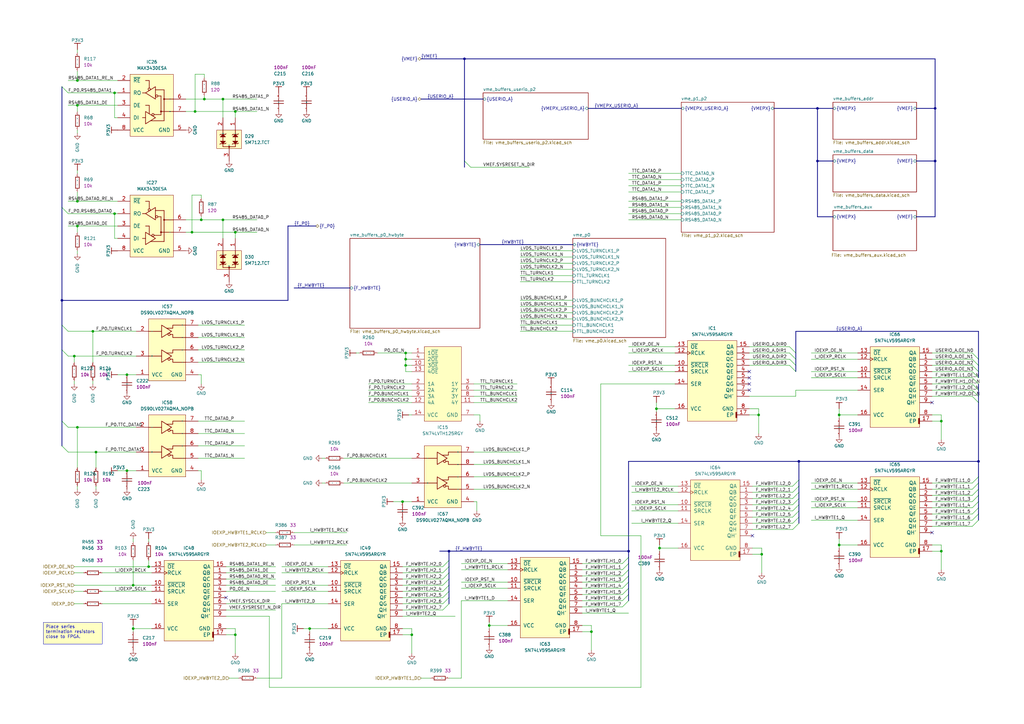
<source format=kicad_sch>
(kicad_sch (version 20250114) (generator "eeschema") (generator_version "9.0")
  (paper "A3")
  (title_block (title "VME interface connections - top level"))
  (bus_alias "F_P0" (members "F_P0.RS485_DATA0" "F_P0.RS485_DATA1" "F_P0.TURNCLK[1..2]" "F_P0.BUNCHCLK[1..2]" "F_P0.TTC_DATA1" "F_P0.TTC_DATA0"))
  (bus_alias "HWBYTE" (members "HWBYTE.H1_[0..7]" "HWBYTE.H2_[0..7]" "HWBYTE.L1_[0..7]" "HWBYTE.L2_[0..7]"))
  (bus_alias "VMEPX_USERIO_A" (members "VMEPX_USERIO_A.IO[0..31]"))
  (text_box "Place series termination resistors close to FPGA." (at 17.78 255.27 0) (size 24.13 8.89) (margins 0.9525 0.9525 0.9525 0.9525) (fill (type color) (color 255 255 194 1)) (effects (font (size 1.27 1.27)) (justify left top)))
  (junction (at 78.74 95.25))
  (junction (at 168.91 260.35))
  (junction (at 31.75 92.71))
  (junction (at 46.99 87.63))
  (junction (at 31.75 175.26))
  (junction (at 54.61 257.81))
  (junction (at 38.1 135.89))
  (junction (at 31.75 43.18))
  (junction (at 401.32 189.23))
  (junction (at 269.24 167.64))
  (junction (at 327.66 189.23))
  (junction (at 52.07 193.04))
  (junction (at 166.37 147.32))
  (junction (at 30.48 146.05))
  (junction (at 257.81 226.06))
  (junction (at 386.08 172.72))
  (junction (at 270.51 224.79))
  (junction (at 91.44 40.64))
  (junction (at 54.61 240.03))
  (junction (at 344.17 223.52))
  (junction (at 52.07 153.67))
  (junction (at 184.15 226.06))
  (junction (at 96.52 260.35))
  (junction (at 46.99 38.1))
  (junction (at 311.15 170.18))
  (junction (at 31.75 82.55))
  (junction (at 166.37 149.86))
  (junction (at 96.52 45.72))
  (junction (at 344.17 170.18))
  (junction (at 83.82 40.64))
  (junction (at 82.55 90.17))
  (junction (at 335.28 66.04))
  (junction (at 80.01 45.72))
  (junction (at 127 257.81))
  (junction (at 91.44 90.17))
  (junction (at 242.57 259.08))
  (junction (at 25.4 123.19))
  (junction (at 39.37 185.42))
  (junction (at 96.52 95.25))
  (junction (at 166.37 144.78))
  (junction (at 383.54 44.45))
  (junction (at 312.42 227.33))
  (junction (at 200.66 256.54))
  (junction (at 383.54 66.04))
  (junction (at 335.28 44.45))
  (junction (at 31.75 33.02))
  (junction (at 165.1 205.74))
  (junction (at 386.08 226.06))
  (junction (at 60.96 232.41))
  (junction (at 190.5 24.13))
  (no_connect (at 382.27 165.1))
  (no_connect (at 382.27 218.44))
  (no_connect (at 307.34 152.4))
  (no_connect (at 308.61 219.71))
  (no_connect (at 307.34 160.02))
  (no_connect (at 307.34 157.48))
  (no_connect (at 307.34 154.94))
  (no_connect (at 92.71 245.11))
  (bus_entry (at 181.61 242.57) (size 2.54 -2.54))
  (bus_entry (at 255.27 236.22) (size 2.54 -2.54))
  (bus_entry (at 323.85 144.78) (size 2.54 2.54))
  (bus_entry (at 255.27 243.84) (size 2.54 -2.54))
  (bus_entry (at 181.61 245.11) (size 2.54 -2.54))
  (bus_entry (at 255.27 241.3) (size 2.54 -2.54))
  (bus_entry (at 25.4 182.88) (size 2.54 2.54))
  (bus_entry (at 398.78 152.4) (size 2.54 2.54))
  (bus_entry (at 398.78 157.48) (size 2.54 2.54))
  (bus_entry (at 190.5 66.04) (size 2.54 2.54))
  (bus_entry (at 255.27 238.76) (size 2.54 -2.54))
  (bus_entry (at 255.27 231.14) (size 2.54 -2.54))
  (bus_entry (at 181.61 234.95) (size 2.54 -2.54))
  (bus_entry (at 181.61 237.49) (size 2.54 -2.54))
  (bus_entry (at 398.78 213.36) (size 2.54 -2.54))
  (bus_entry (at 255.27 233.68) (size 2.54 -2.54))
  (bus_entry (at 398.78 208.28) (size 2.54 -2.54))
  (bus_entry (at 398.78 160.02) (size 2.54 2.54))
  (bus_entry (at 325.12 207.01) (size 2.54 -2.54))
  (bus_entry (at 398.78 144.78) (size 2.54 2.54))
  (bus_entry (at 398.78 210.82) (size 2.54 -2.54))
  (bus_entry (at 181.61 232.41) (size 2.54 -2.54))
  (bus_entry (at 25.4 172.72) (size 2.54 2.54))
  (bus_entry (at 181.61 240.03) (size 2.54 -2.54))
  (bus_entry (at 398.78 200.66) (size 2.54 -2.54))
  (bus_entry (at 398.78 162.56) (size 2.54 2.54))
  (bus_entry (at 323.85 149.86) (size 2.54 2.54))
  (bus_entry (at 25.4 133.35) (size 2.54 2.54))
  (bus_entry (at 325.12 199.39) (size 2.54 -2.54))
  (bus_entry (at 398.78 149.86) (size 2.54 2.54))
  (bus_entry (at 398.78 147.32) (size 2.54 2.54))
  (bus_entry (at 398.78 154.94) (size 2.54 2.54))
  (bus_entry (at 398.78 215.9) (size 2.54 -2.54))
  (bus_entry (at 255.27 248.92) (size 2.54 -2.54))
  (bus_entry (at 25.4 35.56) (size 2.54 2.54))
  (bus_entry (at 181.61 250.19) (size 2.54 -2.54))
  (bus_entry (at 25.4 85.09) (size 2.54 2.54))
  (bus_entry (at 325.12 212.09) (size 2.54 -2.54))
  (bus_entry (at 325.12 217.17) (size 2.54 -2.54))
  (bus_entry (at 25.4 143.51) (size 2.54 2.54))
  (bus_entry (at 323.85 142.24) (size 2.54 2.54))
  (bus_entry (at 398.78 198.12) (size 2.54 -2.54))
  (bus_entry (at 325.12 209.55) (size 2.54 -2.54))
  (bus_entry (at 325.12 214.63) (size 2.54 -2.54))
  (bus_entry (at 323.85 147.32) (size 2.54 2.54))
  (bus_entry (at 325.12 204.47) (size 2.54 -2.54))
  (bus_entry (at 181.61 247.65) (size 2.54 -2.54))
  (bus_entry (at 398.78 205.74) (size 2.54 -2.54))
  (bus_entry (at 255.27 246.38) (size 2.54 -2.54))
  (bus_entry (at 398.78 203.2) (size 2.54 -2.54))
  (bus_entry (at 325.12 201.93) (size 2.54 -2.54))
  (bus (pts (xy 327.66 201.93) (xy 327.66 204.47)))
  (wire (pts (xy 83.82 40.64) (xy 91.44 40.64)))
  (bus (pts (xy 257.81 236.22) (xy 257.81 238.76)))
  (wire (pts (xy 382.27 170.18) (xy 386.08 170.18)))
  (wire (pts (xy 189.23 238.76) (xy 208.28 238.76)))
  (wire (pts (xy 92.71 240.03) (xy 113.03 240.03)))
  (wire (pts (xy 259.08 201.93) (xy 278.13 201.93)))
  (wire (pts (xy 238.76 248.92) (xy 255.27 248.92)))
  (wire (pts (xy 270.51 224.79) (xy 278.13 224.79)))
  (wire (pts (xy 27.94 43.18) (xy 31.75 43.18)))
  (wire (pts (xy 31.75 21.59) (xy 31.75 20.32)))
  (wire (pts (xy 82.55 88.9) (xy 82.55 90.17)))
  (wire (pts (xy 307.34 167.64) (xy 311.15 167.64)))
  (wire (pts (xy 60.96 232.41) (xy 60.96 229.87)))
  (wire (pts (xy 189.23 241.3) (xy 208.28 241.3)))
  (wire (pts (xy 262.89 219.71) (xy 246.38 219.71)))
  (bus (pts (xy 190.5 66.04) (xy 190.5 68.58)))
  (wire (pts (xy 140.97 198.12) (xy 168.91 198.12)))
  (wire (pts (xy 213.36 135.89) (xy 234.95 135.89)))
  (wire (pts (xy 154.94 144.78) (xy 166.37 144.78)))
  (wire (pts (xy 92.71 237.49) (xy 113.03 237.49)))
  (bus (pts (xy 327.66 196.85) (xy 327.66 199.39)))
  (bus (pts (xy 118.11 92.71) (xy 129.54 92.71)))
  (wire (pts (xy 213.36 123.19) (xy 234.95 123.19)))
  (wire (pts (xy 151.13 165.1) (xy 168.91 165.1)))
  (wire (pts (xy 120.65 218.44) (xy 142.24 218.44)))
  (wire (pts (xy 213.36 128.27) (xy 234.95 128.27)))
  (wire (pts (xy 307.34 144.78) (xy 323.85 144.78)))
  (bus (pts (xy 257.81 226.06) (xy 257.81 228.6)))
  (wire (pts (xy 92.71 257.81) (xy 96.52 257.81)))
  (wire (pts (xy 238.76 259.08) (xy 242.57 259.08)))
  (wire (pts (xy 307.34 170.18) (xy 311.15 170.18)))
  (wire (pts (xy 31.75 175.26) (xy 31.75 191.77)))
  (wire (pts (xy 31.75 199.39) (xy 31.75 200.66)))
  (wire (pts (xy 259.08 199.39) (xy 278.13 199.39)))
  (wire (pts (xy 382.27 223.52) (xy 386.08 223.52)))
  (wire (pts (xy 238.76 256.54) (xy 242.57 256.54)))
  (wire (pts (xy 382.27 208.28) (xy 398.78 208.28)))
  (bus (pts (xy 257.81 233.68) (xy 257.81 236.22)))
  (wire (pts (xy 81.28 177.8) (xy 100.33 177.8)))
  (wire (pts (xy 151.13 157.48) (xy 168.91 157.48)))
  (wire (pts (xy 332.74 208.28) (xy 351.79 208.28)))
  (wire (pts (xy 386.08 172.72) (xy 386.08 180.34)))
  (bus (pts (xy 184.15 229.87) (xy 184.15 232.41)))
  (wire (pts (xy 172.72 278.13) (xy 176.53 278.13)))
  (wire (pts (xy 27.94 92.71) (xy 31.75 92.71)))
  (wire (pts (xy 54.61 229.87) (xy 54.61 240.03)))
  (wire (pts (xy 91.44 40.64) (xy 105.41 40.64)))
  (wire (pts (xy 332.74 213.36) (xy 351.79 213.36)))
  (wire (pts (xy 91.44 90.17) (xy 105.41 90.17)))
  (wire (pts (xy 109.22 223.52) (xy 113.03 223.52)))
  (wire (pts (xy 31.75 33.02) (xy 48.26 33.02)))
  (bus (pts (xy 257.81 243.84) (xy 257.81 246.38)))
  (wire (pts (xy 54.61 222.25) (xy 54.61 220.98)))
  (bus (pts (xy 375.92 44.45) (xy 383.54 44.45)))
  (bus (pts (xy 383.54 88.9) (xy 375.92 88.9)))
  (wire (pts (xy 92.71 247.65) (xy 113.03 247.65)))
  (wire (pts (xy 91.44 40.64) (xy 91.44 48.26)))
  (bus (pts (xy 317.5 44.45) (xy 335.28 44.45)))
  (wire (pts (xy 213.36 125.73) (xy 234.95 125.73)))
  (wire (pts (xy 382.27 213.36) (xy 398.78 213.36)))
  (wire (pts (xy 82.55 157.48) (xy 82.55 153.67)))
  (wire (pts (xy 386.08 226.06) (xy 386.08 233.68)))
  (wire (pts (xy 257.81 82.55) (xy 279.4 82.55)))
  (wire (pts (xy 382.27 172.72) (xy 386.08 172.72)))
  (wire (pts (xy 213.36 115.57) (xy 234.95 115.57)))
  (wire (pts (xy 31.75 175.26) (xy 55.88 175.26)))
  (wire (pts (xy 257.81 85.09) (xy 279.4 85.09)))
  (wire (pts (xy 213.36 110.49) (xy 234.95 110.49)))
  (wire (pts (xy 382.27 162.56) (xy 398.78 162.56)))
  (wire (pts (xy 93.98 278.13) (xy 97.79 278.13)))
  (bus (pts (xy 257.81 189.23) (xy 327.66 189.23)))
  (bus (pts (xy 326.39 152.4) (xy 326.39 149.86)))
  (wire (pts (xy 27.94 82.55) (xy 31.75 82.55)))
  (bus (pts (xy 25.4 143.51) (xy 25.4 172.72)))
  (bus (pts (xy 196.85 100.33) (xy 234.95 100.33)))
  (wire (pts (xy 133.35 187.96) (xy 132.08 187.96)))
  (bus (pts (xy 190.5 24.13) (xy 190.5 66.04)))
  (wire (pts (xy 269.24 168.91) (xy 269.24 167.64)))
  (wire (pts (xy 82.55 196.85) (xy 82.55 193.04)))
  (wire (pts (xy 105.41 278.13) (xy 115.57 278.13)))
  (wire (pts (xy 124.46 257.81) (xy 127 257.81)))
  (wire (pts (xy 168.91 260.35) (xy 168.91 267.97)))
  (bus (pts (xy 118.11 92.71) (xy 118.11 123.19)))
  (wire (pts (xy 39.37 185.42) (xy 55.88 185.42)))
  (wire (pts (xy 92.71 234.95) (xy 113.03 234.95)))
  (wire (pts (xy 166.37 147.32) (xy 166.37 149.86)))
  (wire (pts (xy 382.27 154.94) (xy 398.78 154.94)))
  (bus (pts (xy 257.81 189.23) (xy 257.81 226.06)))
  (wire (pts (xy 81.28 133.35) (xy 100.33 133.35)))
  (wire (pts (xy 30.48 234.95) (xy 34.29 234.95)))
  (bus (pts (xy 335.28 88.9) (xy 341.63 88.9)))
  (wire (pts (xy 270.51 226.06) (xy 270.51 224.79)))
  (wire (pts (xy 96.52 95.25) (xy 105.41 95.25)))
  (wire (pts (xy 31.75 102.87) (xy 31.75 104.14)))
  (wire (pts (xy 48.26 193.04) (xy 52.07 193.04)))
  (wire (pts (xy 81.28 182.88) (xy 100.33 182.88)))
  (wire (pts (xy 344.17 171.45) (xy 344.17 170.18)))
  (bus (pts (xy 327.66 199.39) (xy 327.66 201.93)))
  (wire (pts (xy 81.28 153.67) (xy 82.55 153.67)))
  (bus (pts (xy 25.4 123.19) (xy 118.11 123.19)))
  (bus (pts (xy 327.66 209.55) (xy 327.66 212.09)))
  (wire (pts (xy 78.74 95.25) (xy 96.52 95.25)))
  (wire (pts (xy 194.31 205.74) (xy 195.58 205.74)))
  (wire (pts (xy 39.37 185.42) (xy 39.37 191.77)))
  (bus (pts (xy 375.92 66.04) (xy 383.54 66.04)))
  (bus (pts (xy 383.54 24.13) (xy 383.54 44.45)))
  (bus (pts (xy 25.4 85.09) (xy 25.4 123.19)))
  (bus (pts (xy 326.39 144.78) (xy 326.39 135.89)))
  (wire (pts (xy 257.81 73.66) (xy 279.4 73.66)))
  (wire (pts (xy 200.66 256.54) (xy 200.66 255.27)))
  (wire (pts (xy 194.31 190.5) (xy 213.36 190.5)))
  (wire (pts (xy 127 257.81) (xy 134.62 257.81)))
  (bus (pts (xy 327.66 204.47) (xy 327.66 207.01)))
  (wire (pts (xy 168.91 147.32) (xy 166.37 147.32)))
  (wire (pts (xy 166.37 147.32) (xy 166.37 144.78)))
  (wire (pts (xy 82.55 90.17) (xy 91.44 90.17)))
  (wire (pts (xy 308.61 204.47) (xy 325.12 204.47)))
  (wire (pts (xy 165.1 245.11) (xy 181.61 245.11)))
  (wire (pts (xy 382.27 226.06) (xy 386.08 226.06)))
  (wire (pts (xy 110.49 252.73) (xy 110.49 281.94)))
  (wire (pts (xy 238.76 243.84) (xy 255.27 243.84)))
  (wire (pts (xy 246.38 157.48) (xy 246.38 219.71)))
  (wire (pts (xy 115.57 247.65) (xy 134.62 247.65)))
  (wire (pts (xy 238.76 238.76) (xy 255.27 238.76)))
  (wire (pts (xy 307.34 162.56) (xy 326.39 162.56)))
  (wire (pts (xy 194.31 157.48) (xy 212.09 157.48)))
  (wire (pts (xy 196.85 170.18) (xy 196.85 172.72)))
  (wire (pts (xy 115.57 240.03) (xy 134.62 240.03)))
  (wire (pts (xy 31.75 53.34) (xy 31.75 54.61)))
  (wire (pts (xy 165.1 260.35) (xy 168.91 260.35)))
  (wire (pts (xy 168.91 257.81) (xy 168.91 260.35)))
  (wire (pts (xy 308.61 214.63) (xy 325.12 214.63)))
  (wire (pts (xy 133.35 198.12) (xy 132.08 198.12)))
  (wire (pts (xy 151.13 162.56) (xy 168.91 162.56)))
  (wire (pts (xy 332.74 152.4) (xy 351.79 152.4)))
  (wire (pts (xy 92.71 232.41) (xy 113.03 232.41)))
  (bus (pts (xy 401.32 200.66) (xy 401.32 198.12)))
  (bus (pts (xy 401.32 189.23) (xy 401.32 195.58)))
  (wire (pts (xy 127 259.08) (xy 127 257.81)))
  (bus (pts (xy 257.81 241.3) (xy 257.81 243.84)))
  (wire (pts (xy 38.1 156.21) (xy 38.1 157.48)))
  (wire (pts (xy 213.36 102.87) (xy 234.95 102.87)))
  (bus (pts (xy 401.32 154.94) (xy 401.32 152.4)))
  (wire (pts (xy 382.27 144.78) (xy 398.78 144.78)))
  (wire (pts (xy 31.75 29.21) (xy 31.75 33.02)))
  (wire (pts (xy 27.94 185.42) (xy 39.37 185.42)))
  (wire (pts (xy 257.81 142.24) (xy 276.86 142.24)))
  (wire (pts (xy 344.17 170.18) (xy 344.17 167.64)))
  (bus (pts (xy 184.15 242.57) (xy 184.15 245.11)))
  (wire (pts (xy 213.36 105.41) (xy 234.95 105.41)))
  (wire (pts (xy 257.81 76.2) (xy 279.4 76.2)))
  (wire (pts (xy 332.74 198.12) (xy 351.79 198.12)))
  (wire (pts (xy 30.48 156.21) (xy 30.48 157.48)))
  (bus (pts (xy 327.66 189.23) (xy 401.32 189.23)))
  (bus (pts (xy 184.15 226.06) (xy 184.15 229.87)))
  (wire (pts (xy 307.34 147.32) (xy 323.85 147.32)))
  (wire (pts (xy 242.57 259.08) (xy 242.57 266.7)))
  (bus (pts (xy 180.34 226.06) (xy 184.15 226.06)))
  (wire (pts (xy 48.26 87.63) (xy 46.99 87.63)))
  (wire (pts (xy 54.61 257.81) (xy 62.23 257.81)))
  (bus (pts (xy 401.32 208.28) (xy 401.32 210.82)))
  (wire (pts (xy 189.23 233.68) (xy 208.28 233.68)))
  (wire (pts (xy 166.37 149.86) (xy 166.37 152.4)))
  (wire (pts (xy 213.36 130.81) (xy 234.95 130.81)))
  (bus (pts (xy 327.66 207.01) (xy 327.66 209.55)))
  (wire (pts (xy 27.94 135.89) (xy 38.1 135.89)))
  (wire (pts (xy 60.96 232.41) (xy 62.23 232.41)))
  (wire (pts (xy 46.99 48.26) (xy 48.26 48.26)))
  (wire (pts (xy 115.57 234.95) (xy 134.62 234.95)))
  (wire (pts (xy 238.76 231.14) (xy 255.27 231.14)))
  (bus (pts (xy 172.72 40.64) (xy 198.12 40.64)))
  (wire (pts (xy 41.91 234.95) (xy 62.23 234.95)))
  (wire (pts (xy 46.99 87.63) (xy 46.99 97.79)))
  (wire (pts (xy 311.15 167.64) (xy 311.15 170.18)))
  (wire (pts (xy 52.07 153.67) (xy 55.88 153.67)))
  (wire (pts (xy 238.76 246.38) (xy 255.27 246.38)))
  (wire (pts (xy 76.2 95.25) (xy 78.74 95.25)))
  (wire (pts (xy 60.96 222.25) (xy 60.96 220.98)))
  (bus (pts (xy 401.32 200.66) (xy 401.32 203.2)))
  (wire (pts (xy 81.28 187.96) (xy 100.33 187.96)))
  (bus (pts (xy 326.39 135.89) (xy 401.32 135.89)))
  (wire (pts (xy 308.61 199.39) (xy 325.12 199.39)))
  (wire (pts (xy 165.1 252.73) (xy 186.69 252.73)))
  (wire (pts (xy 332.74 144.78) (xy 351.79 144.78)))
  (wire (pts (xy 165.1 257.81) (xy 168.91 257.81)))
  (bus (pts (xy 25.4 123.19) (xy 25.4 133.35)))
  (wire (pts (xy 307.34 142.24) (xy 323.85 142.24)))
  (bus (pts (xy 401.32 152.4) (xy 401.32 149.86)))
  (wire (pts (xy 200.66 256.54) (xy 208.28 256.54)))
  (wire (pts (xy 27.94 87.63) (xy 46.99 87.63)))
  (bus (pts (xy 383.54 66.04) (xy 383.54 88.9)))
  (wire (pts (xy 30.48 242.57) (xy 34.29 242.57)))
  (bus (pts (xy 184.15 240.03) (xy 184.15 242.57)))
  (bus (pts (xy 401.32 210.82) (xy 401.32 213.36)))
  (wire (pts (xy 213.36 107.95) (xy 234.95 107.95)))
  (bus (pts (xy 184.15 226.06) (xy 257.81 226.06)))
  (bus (pts (xy 184.15 245.11) (xy 184.15 247.65)))
  (bus (pts (xy 257.81 238.76) (xy 257.81 241.3)))
  (wire (pts (xy 386.08 223.52) (xy 386.08 226.06)))
  (wire (pts (xy 83.82 39.37) (xy 83.82 40.64)))
  (wire (pts (xy 382.27 210.82) (xy 398.78 210.82)))
  (wire (pts (xy 165.1 237.49) (xy 181.61 237.49)))
  (wire (pts (xy 189.23 246.38) (xy 189.23 278.13)))
  (wire (pts (xy 110.49 281.94) (xy 262.89 281.94)))
  (wire (pts (xy 269.24 167.64) (xy 269.24 165.1)))
  (wire (pts (xy 92.71 260.35) (xy 96.52 260.35)))
  (bus (pts (xy 401.32 198.12) (xy 401.32 195.58)))
  (wire (pts (xy 92.71 250.19) (xy 113.03 250.19)))
  (bus (pts (xy 335.28 44.45) (xy 335.28 66.04)))
  (wire (pts (xy 246.38 157.48) (xy 276.86 157.48)))
  (wire (pts (xy 194.31 162.56) (xy 212.09 162.56)))
  (bus (pts (xy 25.4 133.35) (xy 25.4 143.51)))
  (wire (pts (xy 30.48 146.05) (xy 30.48 148.59)))
  (wire (pts (xy 27.94 33.02) (xy 31.75 33.02)))
  (wire (pts (xy 96.52 257.81) (xy 96.52 260.35)))
  (wire (pts (xy 81.28 138.43) (xy 100.33 138.43)))
  (wire (pts (xy 48.26 153.67) (xy 52.07 153.67)))
  (wire (pts (xy 82.55 81.28) (xy 82.55 80.01)))
  (wire (pts (xy 259.08 209.55) (xy 278.13 209.55)))
  (bus (pts (xy 326.39 147.32) (xy 326.39 144.78)))
  (wire (pts (xy 31.75 78.74) (xy 31.75 82.55)))
  (wire (pts (xy 382.27 149.86) (xy 398.78 149.86)))
  (bus (pts (xy 335.28 44.45) (xy 341.63 44.45)))
  (wire (pts (xy 257.81 149.86) (xy 276.86 149.86)))
  (bus (pts (xy 383.54 44.45) (xy 383.54 66.04)))
  (wire (pts (xy 311.15 170.18) (xy 311.15 177.8)))
  (wire (pts (xy 92.71 252.73) (xy 110.49 252.73)))
  (wire (pts (xy 308.61 212.09) (xy 325.12 212.09)))
  (wire (pts (xy 262.89 281.94) (xy 262.89 219.71)))
  (wire (pts (xy 382.27 198.12) (xy 398.78 198.12)))
  (wire (pts (xy 167.64 170.18) (xy 168.91 170.18)))
  (wire (pts (xy 30.48 240.03) (xy 54.61 240.03)))
  (wire (pts (xy 80.01 45.72) (xy 96.52 45.72)))
  (bus (pts (xy 184.15 234.95) (xy 184.15 237.49)))
  (wire (pts (xy 39.37 199.39) (xy 39.37 200.66)))
  (bus (pts (xy 190.5 24.13) (xy 383.54 24.13)))
  (wire (pts (xy 165.1 240.03) (xy 181.61 240.03)))
  (wire (pts (xy 382.27 200.66) (xy 398.78 200.66)))
  (wire (pts (xy 41.91 242.57) (xy 62.23 242.57)))
  (wire (pts (xy 115.57 232.41) (xy 134.62 232.41)))
  (wire (pts (xy 344.17 223.52) (xy 351.79 223.52)))
  (wire (pts (xy 109.22 218.44) (xy 113.03 218.44)))
  (wire (pts (xy 27.94 175.26) (xy 31.75 175.26)))
  (wire (pts (xy 382.27 205.74) (xy 398.78 205.74)))
  (bus (pts (xy 335.28 66.04) (xy 341.63 66.04)))
  (wire (pts (xy 238.76 241.3) (xy 255.27 241.3)))
  (wire (pts (xy 242.57 256.54) (xy 242.57 259.08)))
  (wire (pts (xy 78.74 80.01) (xy 78.74 95.25)))
  (wire (pts (xy 76.2 45.72) (xy 80.01 45.72)))
  (wire (pts (xy 386.08 170.18) (xy 386.08 172.72)))
  (wire (pts (xy 238.76 236.22) (xy 255.27 236.22)))
  (wire (pts (xy 308.61 207.01) (xy 325.12 207.01)))
  (bus (pts (xy 401.32 189.23) (xy 401.32 165.1)))
  (wire (pts (xy 166.37 149.86) (xy 168.91 149.86)))
  (bus (pts (xy 25.4 35.56) (xy 25.4 85.09)))
  (wire (pts (xy 31.75 92.71) (xy 48.26 92.71)))
  (wire (pts (xy 259.08 207.01) (xy 278.13 207.01)))
  (wire (pts (xy 332.74 147.32) (xy 351.79 147.32)))
  (wire (pts (xy 27.94 38.1) (xy 46.99 38.1)))
  (wire (pts (xy 46.99 97.79) (xy 48.26 97.79)))
  (wire (pts (xy 76.2 90.17) (xy 82.55 90.17)))
  (wire (pts (xy 257.81 144.78) (xy 276.86 144.78)))
  (wire (pts (xy 30.48 146.05) (xy 55.88 146.05)))
  (wire (pts (xy 382.27 160.02) (xy 398.78 160.02)))
  (wire (pts (xy 81.28 148.59) (xy 100.33 148.59)))
  (wire (pts (xy 344.17 223.52) (xy 344.17 220.98)))
  (wire (pts (xy 257.81 87.63) (xy 279.4 87.63)))
  (wire (pts (xy 96.52 45.72) (xy 105.41 45.72)))
  (wire (pts (xy 238.76 233.68) (xy 255.27 233.68)))
  (wire (pts (xy 189.23 246.38) (xy 208.28 246.38)))
  (wire (pts (xy 92.71 242.57) (xy 113.03 242.57)))
  (bus (pts (xy 120.65 118.11) (xy 143.51 118.11)))
  (bus (pts (xy 327.66 212.09) (xy 327.66 214.63)))
  (wire (pts (xy 31.75 95.25) (xy 31.75 92.71)))
  (bus (pts (xy 401.32 205.74) (xy 401.32 208.28)))
  (wire (pts (xy 38.1 135.89) (xy 38.1 148.59)))
  (wire (pts (xy 308.61 217.17) (xy 325.12 217.17)))
  (wire (pts (xy 194.31 170.18) (xy 196.85 170.18)))
  (bus (pts (xy 257.81 231.14) (xy 257.81 233.68)))
  (wire (pts (xy 48.26 38.1) (xy 46.99 38.1)))
  (wire (pts (xy 308.61 224.79) (xy 312.42 224.79)))
  (wire (pts (xy 165.1 250.19) (xy 181.61 250.19)))
  (wire (pts (xy 194.31 200.66) (xy 213.36 200.66)))
  (wire (pts (xy 46.99 38.1) (xy 46.99 48.26)))
  (wire (pts (xy 115.57 278.13) (xy 115.57 247.65)))
  (bus (pts (xy 401.32 165.1) (xy 401.32 162.56)))
  (wire (pts (xy 76.2 40.64) (xy 83.82 40.64)))
  (bus (pts (xy 257.81 228.6) (xy 257.81 231.14)))
  (wire (pts (xy 332.74 154.94) (xy 351.79 154.94)))
  (wire (pts (xy 257.81 90.17) (xy 279.4 90.17)))
  (wire (pts (xy 96.52 45.72) (xy 96.52 48.26)))
  (wire (pts (xy 166.37 144.78) (xy 168.91 144.78)))
  (wire (pts (xy 382.27 203.2) (xy 398.78 203.2)))
  (wire (pts (xy 332.74 205.74) (xy 351.79 205.74)))
  (wire (pts (xy 151.13 160.02) (xy 168.91 160.02)))
  (wire (pts (xy 259.08 214.63) (xy 278.13 214.63)))
  (wire (pts (xy 213.36 113.03) (xy 234.95 113.03)))
  (wire (pts (xy 165.1 232.41) (xy 181.61 232.41)))
  (wire (pts (xy 307.34 149.86) (xy 323.85 149.86)))
  (bus (pts (xy 241.3 44.45) (xy 279.4 44.45)))
  (wire (pts (xy 165.1 247.65) (xy 181.61 247.65)))
  (wire (pts (xy 31.75 71.12) (xy 31.75 69.85)))
  (bus (pts (xy 184.15 232.41) (xy 184.15 234.95)))
  (wire (pts (xy 308.61 227.33) (xy 312.42 227.33)))
  (wire (pts (xy 115.57 242.57) (xy 134.62 242.57)))
  (wire (pts (xy 54.61 259.08) (xy 54.61 257.81)))
  (wire (pts (xy 54.61 257.81) (xy 54.61 256.54)))
  (wire (pts (xy 165.1 205.74) (xy 168.91 205.74)))
  (wire (pts (xy 165.1 242.57) (xy 181.61 242.57)))
  (wire (pts (xy 140.97 187.96) (xy 168.91 187.96)))
  (bus (pts (xy 401.32 160.02) (xy 401.32 157.48)))
  (wire (pts (xy 312.42 224.79) (xy 312.42 227.33)))
  (wire (pts (xy 195.58 209.55) (xy 195.58 205.74)))
  (wire (pts (xy 382.27 215.9) (xy 398.78 215.9)))
  (wire (pts (xy 184.15 278.13) (xy 189.23 278.13)))
  (wire (pts (xy 166.37 152.4) (xy 168.91 152.4)))
  (wire (pts (xy 308.61 201.93) (xy 325.12 201.93)))
  (wire (pts (xy 200.66 257.81) (xy 200.66 256.54)))
  (wire (pts (xy 308.61 209.55) (xy 325.12 209.55)))
  (wire (pts (xy 31.75 45.72) (xy 31.75 43.18)))
  (bus (pts (xy 25.4 172.72) (xy 25.4 182.88)))
  (wire (pts (xy 30.48 232.41) (xy 60.96 232.41)))
  (wire (pts (xy 382.27 147.32) (xy 398.78 147.32)))
  (wire (pts (xy 82.55 80.01) (xy 78.74 80.01)))
  (bus (pts (xy 184.15 237.49) (xy 184.15 240.03)))
  (wire (pts (xy 194.31 165.1) (xy 212.09 165.1)))
  (wire (pts (xy 91.44 90.17) (xy 91.44 97.79)))
  (wire (pts (xy 27.94 146.05) (xy 30.48 146.05)))
  (wire (pts (xy 30.48 247.65) (xy 34.29 247.65)))
  (wire (pts (xy 194.31 185.42) (xy 213.36 185.42)))
  (wire (pts (xy 161.29 205.74) (xy 165.1 205.74)))
  (bus (pts (xy 327.66 189.23) (xy 327.66 196.85)))
  (wire (pts (xy 344.17 170.18) (xy 351.79 170.18)))
  (bus (pts (xy 172.72 24.13) (xy 190.5 24.13)))
  (wire (pts (xy 96.52 95.25) (xy 96.52 97.79)))
  (wire (pts (xy 96.52 260.35) (xy 96.52 267.97)))
  (wire (pts (xy 81.28 172.72) (xy 100.33 172.72)))
  (wire (pts (xy 326.39 162.56) (xy 326.39 160.02)))
  (wire (pts (xy 38.1 135.89) (xy 55.88 135.89)))
  (bus (pts (xy 326.39 149.86) (xy 326.39 147.32)))
  (wire (pts (xy 165.1 234.95) (xy 181.61 234.95)))
  (wire (pts (xy 147.32 144.78) (xy 146.05 144.78)))
  (wire (pts (xy 238.76 251.46) (xy 257.81 251.46)))
  (wire (pts (xy 54.61 240.03) (xy 62.23 240.03)))
  (wire (pts (xy 382.27 152.4) (xy 398.78 152.4)))
  (bus (pts (xy 335.28 66.04) (xy 335.28 88.9)))
  (wire (pts (xy 81.28 193.04) (xy 82.55 193.04)))
  (wire (pts (xy 257.81 78.74) (xy 279.4 78.74)))
  (wire (pts (xy 194.31 195.58) (xy 213.36 195.58)))
  (wire (pts (xy 52.07 193.04) (xy 55.88 193.04)))
  (wire (pts (xy 257.81 152.4) (xy 276.86 152.4)))
  (wire (pts (xy 344.17 224.79) (xy 344.17 223.52)))
  (wire (pts (xy 80.01 30.48) (xy 80.01 45.72)))
  (wire (pts (xy 41.91 247.65) (xy 62.23 247.65)))
  (wire (pts (xy 81.28 143.51) (xy 100.33 143.51)))
  (wire (pts (xy 312.42 227.33) (xy 312.42 234.95)))
  (wire (pts (xy 31.75 82.55) (xy 48.26 82.55)))
  (wire (pts (xy 193.04 68.58) (xy 217.17 68.58)))
  (wire (pts (xy 326.39 160.02) (xy 351.79 160.02)))
  (bus (pts (xy 401.32 149.86) (xy 401.32 147.32)))
  (wire (pts (xy 31.75 43.18) (xy 48.26 43.18)))
  (wire (pts (xy 194.31 160.02) (xy 212.09 160.02)))
  (wire (pts (xy 83.82 30.48) (xy 80.01 30.48)))
  (bus (pts (xy 401.32 147.32) (xy 401.32 135.89)))
  (wire (pts (xy 270.51 224.79) (xy 270.51 223.52)))
  (bus (pts (xy 401.32 162.56) (xy 401.32 160.02)))
  (wire (pts (xy 213.36 133.35) (xy 234.95 133.35)))
  (wire (pts (xy 257.81 71.12) (xy 279.4 71.12)))
  (bus (pts (xy 401.32 203.2) (xy 401.32 205.74)))
  (wire (pts (xy 120.65 223.52) (xy 142.24 223.52)))
  (wire (pts (xy 332.74 200.66) (xy 351.79 200.66)))
  (wire (pts (xy 189.23 231.14) (xy 208.28 231.14)))
  (wire (pts (xy 83.82 31.75) (xy 83.82 30.48)))
  (wire (pts (xy 269.24 167.64) (xy 276.86 167.64)))
  (wire (pts (xy 382.27 157.48) (xy 398.78 157.48)))
  (label "F_HWBYTE.H2_4" (at 166.37 242.57 0))
  (label "I_HWBYTE2_RCLK" (at 260.35 201.93 0))
  (label "F_HWBYTE.H1_2" (at 240.03 236.22 0))
  (label "I_HWBYTE1_Q" (at 240.03 251.46 0))
  (label "IOEXP_OE_N" (at 190.5 231.14 0))
  (label "IOEXP_RST_N" (at 334.01 205.74 0))
  (label "VMEF.SYSCLK_DIR" (at 93.98 247.65 0))
  (label "IOEXP_OE_N" (at 116.84 232.41 0))
  (label "RS485_DATA0_DE" (at 93.98 240.03 0))
  (label "TTL_TURNCLK1" (at 196.85 157.48 0))
  (label "TTC_DATA1_P" (at 259.08 76.2 0))
  (label "LVDS_BUNCHCLK1_N" (at 198.12 190.5 0))
  (label "P0_OE_N" (at 157.48 144.78 0))
  (label "USERIO_A.DIR0" (at 308.61 142.24 0))
  (label "TTL_TURNCLK1" (at 213.36 113.03 0))
  (label "TTC_DATA0_N" (at 83.82 177.8 0))
  (label "F_HWBYTE.L1_5" (at 383.54 210.82 0))
  (label "P0_OE_N" (at 93.98 242.57 0))
  (label "F_P0.TURNCLK2" (at 39.37 146.05 0))
  (label "F_HWBYTE.H2_1" (at 166.37 234.95 0))
  (label "LVDS_TURNCLK2_P" (at 82.55 143.51 0))
  (label "F_HWBYTE.H1_3" (at 240.03 238.76 0))
  (label "LVDS_BUNCHCLK1_N" (at 213.36 125.73 0))
  (label "F_P0.BUNCHCLK2" (at 151.13 165.1 0))
  (label "I_HWBYTE1_RCLK" (at 127 218.44 0))
  (label "TTL_BUNCHCLK1" (at 196.85 162.56 0))
  (label "TTL_TURNCLK2" (at 196.85 160.02 0))
  (label "RS485_DATA1_N" (at 95.25 45.72 0))
  (label "F_HWBYTE.H1_OE_N" (at 383.54 157.48 0))
  (label "TTC_DATA1_P" (at 83.82 182.88 0))
  (label "F_HWBYTE.H1_0" (at 240.03 231.14 0))
  (label "RS485_DATA1_RE_N" (at 93.98 232.41 0))
  (label "LVDS_TURNCLK2_P" (at 213.36 107.95 0))
  (label "F_HWBYTE.L1_6" (at 383.54 213.36 0))
  (label "LVDS_TURNCLK1_N" (at 213.36 105.41 0))
  (label "F_P0.TURNCLK1" (at 151.13 157.48 0))
  (label "I_IOEXP_RCLK" (at 46.99 234.95 0))
  (label "I_IOEXP_SCLK" (at 46.99 242.57 0))
  (label "F_HWBYTE.H2_OE_N" (at 383.54 162.56 0))
  (label "TTC_DATA1_N" (at 259.08 78.74 0))
  (label "F_HWBYTE.H1_7" (at 240.03 248.92 0))
  (label "F_HWBYTE.H1_6" (at 240.03 246.38 0))
  (label "I_IOEXP_RCLK" (at 334.01 147.32 0))
  (label "RS485_DATA0_P" (at 259.08 87.63 0))
  (label "I_IOEXP_SCLK" (at 259.08 152.4 0))
  (label "IOEXP_OE_N" (at 334.01 144.78 0))
  (label "I_HWBYTE2_Q" (at 166.37 252.73 0))
  (label "{VMEPX_USERIO_A}" (at 243.84 44.45 0))
  (label "F_HWBYTE.H1_5" (at 240.03 243.84 0))
  (label "RS485_DATA0_RE_N" (at 93.98 237.49 0))
  (label "I_HWBYTE1_D" (at 190.5 246.38 0))
  (label "F_P0.BUNCHCLK1" (at 142.24 187.96 0))
  (label "USERIO_A.OE_N1" (at 383.54 147.32 0))
  (label "IOEXP_OE_N" (at 260.35 199.39 0))
  (label "F_HWBYTE.L1_3" (at 383.54 205.74 0))
  (label "F_HWBYTE.H2_3" (at 166.37 240.03 0))
  (label "I_IOEXP_SCLK" (at 190.5 241.3 0))
  (label "RS485_DATA0_N" (at 95.25 95.25 0))
  (label "IOEXP_RST_N" (at 116.84 240.03 0))
  (label "LVDS_TURNCLK1_P" (at 82.55 133.35 0))
  (label "I_IOEXP_SCLK" (at 116.84 242.57 0))
  (label "LVDS_BUNCHCLK2_P" (at 213.36 128.27 0))
  (label "F_HWBYTE.L1_1" (at 383.54 200.66 0))
  (label "F_HWBYTE.L2_4" (at 309.88 209.55 0))
  (label "TTL_BUNCHCLK2" (at 196.85 165.1 0))
  (label "F_HWBYTE.L2_0" (at 309.88 199.39 0))
  (label "I_HWBYTE2_Q" (at 262.89 214.63 0))
  (label "RS485_DATA0_P" (at 95.25 90.17 0))
  (label "RS485_DATA1_DE" (at 93.98 234.95 0))
  (label "F_HWBYTE.L1_7" (at 383.54 215.9 0))
  (label "F_HWBYTE.H2_5" (at 166.37 245.11 0))
  (label "LVDS_BUNCHCLK2_N" (at 213.36 130.81 0))
  (label "F_HWBYTE.L2_OE_N" (at 383.54 160.02 0))
  (label "TTC_DATA0_N" (at 259.08 73.66 0))
  (label "IOEXP_OE_N" (at 259.08 142.24 0))
  (label "{F_P0}" (at 120.65 92.71 0))
  (label "I_HWBYTE1_RCLK" (at 190.5 233.68 0))
  (label "{USERIO_A}" (at 342.9 135.89 0))
  (label "LVDS_TURNCLK1_N" (at 82.55 138.43 0))
  (label "IOEXP_OE_N" (at 334.01 198.12 0))
  (label "I_IOEXP_SCLK" (at 260.35 209.55 0))
  (label "F_P0.RS485_DATA1" (at 27.94 38.1 0))
  (label "TTL_BUNCHCLK2" (at 213.36 135.89 0))
  (label "I_HWBYTE2_RCLK" (at 127 223.52 0))
  (label "I_IOEXP_RCLK" (at 259.08 144.78 0))
  (label "F_HWBYTE.L2_6" (at 309.88 214.63 0))
  (label "F_P0.TTC_DATA1" (at 43.18 185.42 0))
  (label "F_HWBYTE.L1_OE_N" (at 383.54 154.94 0))
  (label "{F_HWBYTE}" (at 186.69 226.06 0))
  (label "VMEF.SYSRESET_N_DIR" (at 198.12 68.58 0))
  (label "F_HWBYTE.L1_0" (at 383.54 198.12 0))
  (label "TTC_DATA0_P" (at 259.08 71.12 0))
  (label "USERIO_A.OE_N2" (at 383.54 149.86 0))
  (label "LVDS_TURNCLK1_P" (at 213.36 102.87 0))
  (label "RS485_DATA0_DE" (at 27.94 92.71 0))
  (label "F_HWBYTE.H2_6" (at 166.37 247.65 0))
  (label "VMEF.SYSRESET_N_DIR" (at 93.98 250.19 0))
  (label "F_HWBYTE.L2_7" (at 309.88 217.17 0))
  (label "F_P0.TURNCLK2" (at 151.13 160.02 0))
  (label "F_HWBYTE.H2_2" (at 166.37 237.49 0))
  (label "LVDS_BUNCHCLK1_P" (at 198.12 185.42 0))
  (label "IOEXP_RST_N" (at 334.01 152.4 0))
  (label "F_HWBYTE.H1_1" (at 240.03 233.68 0))
  (label "F_P0.TURNCLK1" (at 39.37 135.89 0))
  (label "F_P0.BUNCHCLK1" (at 151.13 162.56 0))
  (label "F_HWBYTE.H2_0" (at 166.37 232.41 0))
  (label "{USERIO_A}" (at 175.26 40.64 0))
  (label "F_HWBYTE.L2_2" (at 309.88 204.47 0))
  (label "F_HWBYTE.L1_4" (at 383.54 208.28 0))
  (label "I_HWBYTE1_RCLK" (at 334.01 200.66 0))
  (label "TTC_DATA0_P" (at 83.82 172.72 0))
  (label "F_HWBYTE.L1_2" (at 383.54 203.2 0))
  (label "LVDS_BUNCHCLK1_P" (at 213.36 123.19 0))
  (label "F_HWBYTE.L2_3" (at 309.88 207.01 0))
  (label "RS485_DATA1_RE_N" (at 27.94 33.02 0))
  (label "IOEXP_RST_N" (at 190.5 238.76 0))
  (label "I_HWBYTE2_RCLK" (at 116.84 234.95 0))
  (label "LVDS_BUNCHCLK2_N" (at 198.12 200.66 0))
  (label "I_HWBYTE2_D" (at 116.84 247.65 0))
  (label "USERIO_A.OE_N3" (at 383.54 152.4 0))
  (label "USERIO_A.DIR2" (at 308.61 147.32 0))
  (label "LVDS_TURNCLK2_N" (at 213.36 110.49 0))
  (label "LVDS_BUNCHCLK2_P" (at 198.12 195.58 0))
  (label "TTL_BUNCHCLK1" (at 213.36 133.35 0))
  (label "USERIO_A.DIR1" (at 308.61 144.78 0))
  (label "USERIO_A.OE_N0" (at 383.54 144.78 0))
  (label "F_HWBYTE.H2_7" (at 166.37 250.19 0))
  (label "IOEXP_RST_N" (at 259.08 149.86 0))
  (label "RS485_DATA1_N" (at 259.08 85.09 0))
  (label "F_HWBYTE.L2_5" (at 309.88 212.09 0))
  (label "F_HWBYTE.L2_1" (at 309.88 201.93 0))
  (label "IOEXP_RST_N" (at 260.35 207.01 0))
  (label "RS485_DATA1_DE" (at 27.94 43.18 0))
  (label "RS485_DATA1_P" (at 259.08 82.55 0))
  (label "RS485_DATA0_RE_N" (at 27.94 82.55 0))
  (label "F_P0.BUNCHCLK2" (at 142.24 198.12 0))
  (label "I_IOEXP_SCLK" (at 334.01 208.28 0))
  (label "LVDS_TURNCLK2_N" (at 82.55 148.59 0))
  (label "USERIO_A.DIR3" (at 308.61 149.86 0))
  (label "TTC_DATA1_N" (at 83.82 187.96 0))
  (label "{HWBYTE}" (at 205.74 100.33 0))
  (label "F_HWBYTE.H1_4" (at 240.03 241.3 0))
  (label "{VMEF}" (at 172.72 24.13 0))
  (label "I_HWBYTE1_Q" (at 334.01 213.36 0))
  (label "RS485_DATA0_N" (at 259.08 90.17 0))
  (label "RS485_DATA1_P" (at 95.25 40.64 0))
  (label "I_IOEXP_SCLK" (at 334.01 154.94 0))
  (label "F_P0.RS485_DATA0" (at 27.94 87.63 0))
  (label "F_P0.TTC_DATA0" (at 43.18 175.26 0))
  (label "TTL_TURNCLK2" (at 213.36 115.57 0))
  (label "{F_HWBYTE}" (at 121.92 118.11 0))
  (hierarchical_label "IOEXP_HWBYTE1_RCLK" (shape input) (at 109.22 218.44 180))
  (hierarchical_label "IOEXP_RCLK" (shape input) (at 30.48 234.95 180))
  (hierarchical_label "IOEXP_HWBYTE2_RCLK" (shape input) (at 109.22 223.52 180))
  (hierarchical_label "IOEXP_SCLK" (shape input) (at 30.48 242.57 180))
  (hierarchical_label "IOEXP_HWBYTE1_D" (shape input) (at 172.72 278.13 180))
  (hierarchical_label "IOEXP_OE_N" (shape input) (at 30.48 232.41 180))
  (hierarchical_label "{F_P0}" (shape bidirectional) (at 129.54 92.71 0))
  (hierarchical_label "{VMEF}" (shape bidirectional) (at 172.72 24.13 180))
  (hierarchical_label "IOEXP_HWBYTE2_D" (shape input) (at 93.98 278.13 180))
  (hierarchical_label "{USERIO_A}" (shape bidirectional) (at 172.72 40.64 180))
  (hierarchical_label "IOEXP_D" (shape input) (at 30.48 247.65 180))
  (hierarchical_label "IOEXP_RST_N" (shape input) (at 30.48 240.03 180))
  (symbol (lib_id "Capacitors SMD:CC0402_100NF_16V_10%_X7R") (at 127 266.7 90) (unit 1)
    (property "Reference" "C219" (at 130.81 261.6199 90) (effects (justify right)))
    (property "Value" "CC0402_100NF_16V_10%_X7R" (effects (hide yes)))
    (property "Footprint" "Capacitors SMD:CAPC1005X55N" (effects (hide yes)))
    (property "Description" "100nF" (at 130.81 264.1599 90) (effects (justify right)))
    (property "SMD" "Yes" (effects (hide yes)))
    (property "Part Number" "CC0402_100NF_16V_10%_X7R" (effects (hide yes)))
    (property "Library Ref" "Capacitor - non polarized" (effects (hide yes)))
    (property "Library Path" "SchLib\\Capacitors.SchLib" (effects (hide yes)))
    (property "Comment" "100nF" (effects (hide yes)))
    (property "Component Kind" "Standard" (effects (hide yes)))
    (property "Component Type" "Standard" (effects (hide yes)))
    (property "Pin Count" "2" (effects (hide yes)))
    (property "Footprint Path" "PcbLib\\Capacitors SMD.PcbLib" (effects (hide yes)))
    (property "Footprint Ref" "CAPC1005X55N" (effects (hide yes)))
    (property "PackageDescription" " " (effects (hide yes)))
    (property "Status" "Not Recommended" (effects (hide yes)))
    (property "Status Comment" " " (effects (hide yes)))
    (property "Voltage" "16V" (effects (hide yes)))
    (property "Tolerance" "±10%" (effects (hide yes)))
    (property "Part Description" "SMD Multilayer Chip Ceramic Capacitor" (effects (hide yes)))
    (property "Manufacturer" "GENERIC" (effects (hide yes)))
    (property "Manufacturer Part Number" "CC0402_100NF_16V_10%_X7R" (effects (hide yes)))
    (property "Case" "0402" (effects (hide yes)))
    (property "Mounted" "Yes" (effects (hide yes)))
    (property "Socket" "No" (effects (hide yes)))
    (property "PressFit" " " (effects (hide yes)))
    (property "Sense" "No" (effects (hide yes)))
    (property "Sense Comment" " " (effects (hide yes)))
    (property "ComponentHeight" " " (effects (hide yes)))
    (property "Manufacturer1 Example" "MURATA" (effects (hide yes)))
    (property "Manufacturer1 Part Number" "GRM155R71C104KA88D" (effects (hide yes)))
    (property "Manufacturer1 ComponentHeight" "0.55mm" (effects (hide yes)))
    (property "Author" "CERN DEM JLC" (effects (hide yes)))
    (property "CreateDate" "12/05/13 00:00:00" (effects (hide yes)))
    (property "LatestRevisionDate" "12/03/07 00:00:00" (effects (hide yes)))
    (property "Database Table Name" "Capacitors" (effects (hide yes)))
    (property "Library Name" "Capacitors SMD" (effects (hide yes)))
    (property "Footprint Library" "Capacitors SMD" (effects (hide yes)))
    (property "License" "CC-BY-SA 4.0" (effects (hide yes)))
  )
  (symbol (lib_id "Resistors SMD:R0402_10K_1%_0.0625W_100PPM") (at 31.75 78.74 90) (unit 1)
    (property "Reference" "R69" (at 34.29 73.6599 90) (effects (justify right)))
    (property "Value" "R0402_10K_1%_0.0625W_100PPM" (effects (hide yes)))
    (property "Footprint" "Resistors SMD:RESC1005X40N" (effects (hide yes)))
    (property "Description" "±1%" (effects (hide yes)))
    (property "Val" "10k" (at 34.29 76.1999 90) (effects (justify right)))
    (property "Part Number" "R0402_10K_1%_0.0625W_100PPM" (effects (hide yes)))
    (property "Library Ref" "Resistor - 1%" (effects (hide yes)))
    (property "Library Path" "SchLib\\Resistors.SchLib" (effects (hide yes)))
    (property "Comment" "10k" (effects (hide yes)))
    (property "Component Kind" "Standard" (effects (hide yes)))
    (property "Component Type" "Standard" (effects (hide yes)))
    (property "PackageDescription" " " (effects (hide yes)))
    (property "Pin Count" "2" (effects (hide yes)))
    (property "Footprint Path" "PcbLib\\Resistors SMD.PcbLib" (effects (hide yes)))
    (property "Footprint Ref" "RESC1005X40N" (effects (hide yes)))
    (property "Status" "Not Recommended" (effects (hide yes)))
    (property "Power" "0.0625W" (effects (hide yes)))
    (property "Voltage" " " (effects (hide yes)))
    (property "Tolerance" "±1%" (effects (hide yes)))
    (property "Part Description" "General Purpose Thick Film Chip Resistor" (effects (hide yes)))
    (property "Manufacturer" "GENERIC" (effects (hide yes)))
    (property "Manufacturer Part Number" "R0402_10K_1%_0.0625W_100PPM" (effects (hide yes)))
    (property "Case" "0402" (effects (hide yes)))
    (property "PressFit" "No" (effects (hide yes)))
    (property "Mounted" "Yes" (effects (hide yes)))
    (property "Sense Comment" " " (effects (hide yes)))
    (property "Sense" "No" (effects (hide yes)))
    (property "Status Comment" " " (effects (hide yes)))
    (property "Socket" "No" (effects (hide yes)))
    (property "SMD" "Yes" (effects (hide yes)))
    (property "ComponentHeight" " " (effects (hide yes)))
    (property "Manufacturer1 Example" "YAGEO PHYCOMP" (effects (hide yes)))
    (property "Manufacturer1 Part Number" "232270671003L" (effects (hide yes)))
    (property "Manufacturer1 ComponentHeight" "0.4mm" (effects (hide yes)))
    (property "Author" "CERN DEM JLC" (effects (hide yes)))
    (property "CreateDate" "12/03/07 00:00:00" (effects (hide yes)))
    (property "LatestRevisionDate" "10/17/12 00:00:00" (effects (hide yes)))
    (property "Database Table Name" "Resistors" (effects (hide yes)))
    (property "Library Name" "Resistors SMD" (effects (hide yes)))
    (property "Footprint Library" "Resistors SMD" (effects (hide yes)))
    (property "License" "CC-BY-SA 4.0" (effects (hide yes)))
  )
  (symbol (lib_id "Resistors SMD:R0402_33R_1%_0.0625W_100PPM") (at 34.29 247.65 0) (unit 1)
    (property "Reference" "R456" (at 36.068 224.79 0))
    (property "Value" "R0402_33R_1%_0.0625W_100PPM" (effects (hide yes)))
    (property "Footprint" "Resistors SMD:RESC1005X40N" (effects (hide yes)))
    (property "Description" "±1%" (effects (hide yes)))
    (property "Val" "33" (at 40.894 224.79 0))
    (property "Part Number" "R0402_33R_1%_0.0625W_100PPM" (effects (hide yes)))
    (property "Library Ref" "Resistor - 1%" (effects (hide yes)))
    (property "Library Path" "SchLib\\Resistors.SchLib" (effects (hide yes)))
    (property "Comment" "33" (effects (hide yes)))
    (property "Component Kind" "Standard" (effects (hide yes)))
    (property "Component Type" "Standard" (effects (hide yes)))
    (property "PackageDescription" " " (effects (hide yes)))
    (property "Pin Count" "2" (effects (hide yes)))
    (property "Footprint Path" "PcbLib\\Resistors SMD.PcbLib" (effects (hide yes)))
    (property "Footprint Ref" "RESC1005X40N" (effects (hide yes)))
    (property "Status" "Not Recommended" (effects (hide yes)))
    (property "Power" "0.0625W" (effects (hide yes)))
    (property "Voltage" " " (effects (hide yes)))
    (property "Tolerance" "±1%" (effects (hide yes)))
    (property "Part Description" "General Purpose Thick Film Chip Resistor" (effects (hide yes)))
    (property "Manufacturer" "GENERIC" (effects (hide yes)))
    (property "Manufacturer Part Number" "R0402_33R_1%_0.0625W_100PPM" (effects (hide yes)))
    (property "Case" "0402" (effects (hide yes)))
    (property "PressFit" "No" (effects (hide yes)))
    (property "Mounted" "Yes" (effects (hide yes)))
    (property "Sense Comment" " " (effects (hide yes)))
    (property "Sense" "No" (effects (hide yes)))
    (property "Status Comment" " " (effects (hide yes)))
    (property "Socket" "No" (effects (hide yes)))
    (property "SMD" "Yes" (effects (hide yes)))
    (property "ComponentHeight" " " (effects (hide yes)))
    (property "Manufacturer1 Example" "YAGEO PHYCOMP" (effects (hide yes)))
    (property "Manufacturer1 Part Number" "232270673309L" (effects (hide yes)))
    (property "Manufacturer1 ComponentHeight" "0.4mm" (effects (hide yes)))
    (property "Author" "CERN DEM JLC" (effects (hide yes)))
    (property "CreateDate" "12/03/07 00:00:00" (effects (hide yes)))
    (property "LatestRevisionDate" "10/17/12 00:00:00" (effects (hide yes)))
    (property "Database Table Name" "Resistors" (effects (hide yes)))
    (property "Library Name" "Resistors SMD" (effects (hide yes)))
    (property "Footprint Library" "Resistors SMD" (effects (hide yes)))
    (property "License" "CC-BY-SA 4.0" (effects (hide yes)))
  )
  (symbol (lib_id "power:GND") (at 242.57 266.7 0) (unit 1)
    (property "Reference" "#PWR0722" (effects (hide yes)))
    (property "Value" "GND" (at 242.57 270.51 0))
    (instances (project "dupa" (path "" (reference "#PWR?") (unit 1))) (project "vme-wren" (path "" (reference "#PWR0722") (unit 1))))
  )
  (symbol (lib_id "Resistors SMD:R0402_10K_1%_0.0625W_100PPM") (at 154.94 144.78 180) (unit 1)
    (property "Reference" "R260" (at 151.13 138.43 0))
    (property "Value" "R0402_10K_1%_0.0625W_100PPM" (effects (hide yes)))
    (property "Footprint" "Resistors SMD:RESC1005X40N" (effects (hide yes)))
    (property "Description" "±1%" (effects (hide yes)))
    (property "Val" "10k" (at 151.13 140.97 0))
    (property "Part Number" "R0402_10K_1%_0.0625W_100PPM" (effects (hide yes)))
    (property "Library Ref" "Resistor - 1%" (effects (hide yes)))
    (property "Library Path" "SchLib\\Resistors.SchLib" (effects (hide yes)))
    (property "Comment" "10k" (effects (hide yes)))
    (property "Component Kind" "Standard" (effects (hide yes)))
    (property "Component Type" "Standard" (effects (hide yes)))
    (property "PackageDescription" " " (effects (hide yes)))
    (property "Pin Count" "2" (effects (hide yes)))
    (property "Footprint Path" "PcbLib\\Resistors SMD.PcbLib" (effects (hide yes)))
    (property "Footprint Ref" "RESC1005X40N" (effects (hide yes)))
    (property "Status" "Not Recommended" (effects (hide yes)))
    (property "Power" "0.0625W" (effects (hide yes)))
    (property "Voltage" " " (effects (hide yes)))
    (property "Tolerance" "±1%" (effects (hide yes)))
    (property "Part Description" "General Purpose Thick Film Chip Resistor" (effects (hide yes)))
    (property "Manufacturer" "GENERIC" (effects (hide yes)))
    (property "Manufacturer Part Number" "R0402_10K_1%_0.0625W_100PPM" (effects (hide yes)))
    (property "Case" "0402" (effects (hide yes)))
    (property "PressFit" "No" (effects (hide yes)))
    (property "Mounted" "Yes" (effects (hide yes)))
    (property "Sense Comment" " " (effects (hide yes)))
    (property "Sense" "No" (effects (hide yes)))
    (property "Status Comment" " " (effects (hide yes)))
    (property "Socket" "No" (effects (hide yes)))
    (property "SMD" "Yes" (effects (hide yes)))
    (property "ComponentHeight" " " (effects (hide yes)))
    (property "Manufacturer1 Example" "YAGEO PHYCOMP" (effects (hide yes)))
    (property "Manufacturer1 Part Number" "232270671003L" (effects (hide yes)))
    (property "Manufacturer1 ComponentHeight" "0.4mm" (effects (hide yes)))
    (property "Author" "CERN DEM JLC" (effects (hide yes)))
    (property "CreateDate" "12/03/07 00:00:00" (effects (hide yes)))
    (property "LatestRevisionDate" "10/17/12 00:00:00" (effects (hide yes)))
    (property "Database Table Name" "Resistors" (effects (hide yes)))
    (property "Library Name" "Resistors SMD" (effects (hide yes)))
    (property "Footprint Library" "Resistors SMD" (effects (hide yes)))
    (property "License" "CC-BY-SA 4.0" (effects (hide yes)))
  )
  (symbol (lib_id "Resistors SMD:R0402_10K_1%_0.0625W_100PPM") (at 140.97 198.12 180) (unit 1)
    (property "Reference" "R266" (at 137.16 191.77 0))
    (property "Value" "R0402_10K_1%_0.0625W_100PPM" (effects (hide yes)))
    (property "Footprint" "Resistors SMD:RESC1005X40N" (effects (hide yes)))
    (property "Description" "±1%" (effects (hide yes)))
    (property "Val" "10k" (at 137.16 194.31 0))
    (property "Part Number" "R0402_10K_1%_0.0625W_100PPM" (effects (hide yes)))
    (property "Library Ref" "Resistor - 1%" (effects (hide yes)))
    (property "Library Path" "SchLib\\Resistors.SchLib" (effects (hide yes)))
    (property "Comment" "10k" (effects (hide yes)))
    (property "Component Kind" "Standard" (effects (hide yes)))
    (property "Component Type" "Standard" (effects (hide yes)))
    (property "PackageDescription" " " (effects (hide yes)))
    (property "Pin Count" "2" (effects (hide yes)))
    (property "Footprint Path" "PcbLib\\Resistors SMD.PcbLib" (effects (hide yes)))
    (property "Footprint Ref" "RESC1005X40N" (effects (hide yes)))
    (property "Status" "Not Recommended" (effects (hide yes)))
    (property "Power" "0.0625W" (effects (hide yes)))
    (property "Voltage" " " (effects (hide yes)))
    (property "Tolerance" "±1%" (effects (hide yes)))
    (property "Part Description" "General Purpose Thick Film Chip Resistor" (effects (hide yes)))
    (property "Manufacturer" "GENERIC" (effects (hide yes)))
    (property "Manufacturer Part Number" "R0402_10K_1%_0.0625W_100PPM" (effects (hide yes)))
    (property "Case" "0402" (effects (hide yes)))
    (property "PressFit" "No" (effects (hide yes)))
    (property "Mounted" "Yes" (effects (hide yes)))
    (property "Sense Comment" " " (effects (hide yes)))
    (property "Sense" "No" (effects (hide yes)))
    (property "Status Comment" " " (effects (hide yes)))
    (property "Socket" "No" (effects (hide yes)))
    (property "SMD" "Yes" (effects (hide yes)))
    (property "ComponentHeight" " " (effects (hide yes)))
    (property "Manufacturer1 Example" "YAGEO PHYCOMP" (effects (hide yes)))
    (property "Manufacturer1 Part Number" "232270671003L" (effects (hide yes)))
    (property "Manufacturer1 ComponentHeight" "0.4mm" (effects (hide yes)))
    (property "Author" "CERN DEM JLC" (effects (hide yes)))
    (property "CreateDate" "12/03/07 00:00:00" (effects (hide yes)))
    (property "LatestRevisionDate" "10/17/12 00:00:00" (effects (hide yes)))
    (property "Database Table Name" "Resistors" (effects (hide yes)))
    (property "Library Name" "Resistors SMD" (effects (hide yes)))
    (property "Footprint Library" "Resistors SMD" (effects (hide yes)))
    (property "License" "CC-BY-SA 4.0" (effects (hide yes)))
  )
  (symbol (lib_id "Resistors SMD:R0402_10K_1%_0.0625W_100PPM") (at 38.1 156.21 90) (unit 1)
    (property "Reference" "R124" (at 40.64 151.1299 90) (effects (justify right)))
    (property "Value" "R0402_10K_1%_0.0625W_100PPM" (effects (hide yes)))
    (property "Footprint" "Resistors SMD:RESC1005X40N" (effects (hide yes)))
    (property "Description" "±1%" (effects (hide yes)))
    (property "Val" "10k" (at 40.64 153.6699 90) (effects (justify right)))
    (property "Part Number" "R0402_10K_1%_0.0625W_100PPM" (effects (hide yes)))
    (property "Library Ref" "Resistor - 1%" (effects (hide yes)))
    (property "Library Path" "SchLib\\Resistors.SchLib" (effects (hide yes)))
    (property "Comment" "10k" (effects (hide yes)))
    (property "Component Kind" "Standard" (effects (hide yes)))
    (property "Component Type" "Standard" (effects (hide yes)))
    (property "PackageDescription" " " (effects (hide yes)))
    (property "Pin Count" "2" (effects (hide yes)))
    (property "Footprint Path" "PcbLib\\Resistors SMD.PcbLib" (effects (hide yes)))
    (property "Footprint Ref" "RESC1005X40N" (effects (hide yes)))
    (property "Status" "Not Recommended" (effects (hide yes)))
    (property "Power" "0.0625W" (effects (hide yes)))
    (property "Voltage" " " (effects (hide yes)))
    (property "Tolerance" "±1%" (effects (hide yes)))
    (property "Part Description" "General Purpose Thick Film Chip Resistor" (effects (hide yes)))
    (property "Manufacturer" "GENERIC" (effects (hide yes)))
    (property "Manufacturer Part Number" "R0402_10K_1%_0.0625W_100PPM" (effects (hide yes)))
    (property "Case" "0402" (effects (hide yes)))
    (property "PressFit" "No" (effects (hide yes)))
    (property "Mounted" "Yes" (effects (hide yes)))
    (property "Sense Comment" " " (effects (hide yes)))
    (property "Sense" "No" (effects (hide yes)))
    (property "Status Comment" " " (effects (hide yes)))
    (property "Socket" "No" (effects (hide yes)))
    (property "SMD" "Yes" (effects (hide yes)))
    (property "ComponentHeight" " " (effects (hide yes)))
    (property "Manufacturer1 Example" "YAGEO PHYCOMP" (effects (hide yes)))
    (property "Manufacturer1 Part Number" "232270671003L" (effects (hide yes)))
    (property "Manufacturer1 ComponentHeight" "0.4mm" (effects (hide yes)))
    (property "Author" "CERN DEM JLC" (effects (hide yes)))
    (property "CreateDate" "12/03/07 00:00:00" (effects (hide yes)))
    (property "LatestRevisionDate" "10/17/12 00:00:00" (effects (hide yes)))
    (property "Database Table Name" "Resistors" (effects (hide yes)))
    (property "Library Name" "Resistors SMD" (effects (hide yes)))
    (property "Footprint Library" "Resistors SMD" (effects (hide yes)))
    (property "License" "CC-BY-SA 4.0" (effects (hide yes)))
  )
  (symbol (lib_id "Standard Logic:SN74LV595ARGYR") (at 283.21 196.85 0) (unit 1)
    (property "Reference" "IC64" (at 293.37 191.77 0))
    (property "Value" "SN74LV595ARGYR" (at 293.37 194.31 0))
    (property "Footprint" "ICs And Semiconductors SMD:TEXAS_RGY (R-PVQFN-N16)" (effects (hide yes)))
    (property "Description" "SN74LV595ARGYR" (effects (hide yes)))
    (property "Library Ref" "74595_a" (effects (hide yes)))
    (property "Library Path" "SchLib\\Standard Logic.SchLib" (effects (hide yes)))
    (property "Comment" "SN74LV595ARGY" (effects (hide yes)))
    (property "Component Kind" "Standard" (effects (hide yes)))
    (property "Component Type" "Standard" (effects (hide yes)))
    (property "Device" "SN74LV595ARGY" (effects (hide yes)))
    (property "PackageDescription" "TEXAS Case Style RGY (R-PVQFN-N16), QFN, 0.50mm Pitch, Rect.; 16 Pin, 4.00mm L X 3.50mm W X 1mm H body (w/Thermal Tab 2.65 X 2.15mm)" (effects (hide yes)))
    (property "Status" " " (effects (hide yes)))
    (property "Part Description" "8-Bit Shift Register with 3-State Output Registers" (effects (hide yes)))
    (property "Manufacturer" "TEXAS INSTRUMENTS" (effects (hide yes)))
    (property "Manufacturer Part Number" "SN74LV595ARGY" (effects (hide yes)))
    (property "Pin Count" "17" (effects (hide yes)))
    (property "Case" "QFN16" (effects (hide yes)))
    (property "Mounted" "Yes" (effects (hide yes)))
    (property "Socket" "No" (effects (hide yes)))
    (property "SMD" "Yes" (effects (hide yes)))
    (property "PressFit" "No" (effects (hide yes)))
    (property "Sense" "No" (effects (hide yes)))
    (property "Sense Comment" " " (effects (hide yes)))
    (property "Bonding" "No" (effects (hide yes)))
    (property "Status Comment" " " (effects (hide yes)))
    (property "ComponentHeight" "1mm" (effects (hide yes)))
    (property "Footprint Path" "PcbLib\\ICs And Semiconductors SMD.PcbLib" (effects (hide yes)))
    (property "Footprint Ref" "TEXAS_RGY (R-PVQFN-N16)" (effects (hide yes)))
    (property "Author" "CERN DEM MR" (effects (hide yes)))
    (property "ComponentLink1URL" " " (effects (hide yes)))
    (property "ComponentLink1Description" " " (effects (hide yes)))
    (property "ComponentLink2URL" " " (effects (hide yes)))
    (property "ComponentLink2Description" " " (effects (hide yes)))
    (property "CreateDate" "10/10/17 00:00:00" (effects (hide yes)))
    (property "LatestRevisionDate" "10/10/17 00:00:00" (effects (hide yes)))
    (property "SCEM" " " (effects (hide yes)))
    (property "Database Table Name" "ICs And Semiconductors" (effects (hide yes)))
    (property "Library Name" "Standard Logic" (effects (hide yes)))
    (property "Footprint Library" "ICs And Semiconductors SMD" (effects (hide yes)))
    (property "License" "CC-BY-SA 4.0" (effects (hide yes)))
  )
  (symbol (lib_id "power:GND") (at 76.2 53.34 90) (unit 1)
    (property "Reference" "#PWR0328" (effects (hide yes)))
    (property "Value" "GND" (at 80.01 53.34 0))
    (instances (project "dupa" (path "" (reference "#PWR?") (unit 1))) (project "vme-wren" (path "" (reference "#PWR0328") (unit 1))))
  )
  (symbol (lib_id "vme-wren:P3V3") (at 344.17 220.98 180) (unit 1)
    (property "Reference" "#PWR0727" (effects (hide yes)))
    (property "Value" "P3V3" (at 345.186 216.916 0))
    (instances (project "dupa" (path "" (reference "#PWR?") (unit 1))) (project "vme-wren" (path "" (reference "#PWR0727") (unit 1))))
  )
  (symbol (lib_id "Standard Logic:SN74LVTH125RGY") (at 173.99 142.24 0) (unit 1)
    (property "Reference" "IC15" (at 181.61 175.26 0))
    (property "Value" "SN74LVTH125RGY" (at 181.61 177.8 0))
    (property "Footprint" "ICs And Semiconductors SMD:TEXAS_RGY (S-PVQFN-N14)" (effects (hide yes)))
    (property "SMD" "Yes" (effects (hide yes)))
    (property "Part Number" "SN74LVTH125RGY" (effects (hide yes)))
    (property "Library Ref" "74125" (effects (hide yes)))
    (property "Library Path" "SchLib\\Standard Logic.SchLib" (effects (hide yes)))
    (property "Comment" "SN74LVTH125RGY" (effects (hide yes)))
    (property "Component Kind" "Standard" (effects (hide yes)))
    (property "Component Type" "Standard" (effects (hide yes)))
    (property "Device" "SN74LVTH125RGY" (effects (hide yes)))
    (property "PackageDescription" "TEXAS Case Style RGY (S-PVQFN-N14), QFN, 0.50mm Pitch, Rect.; 14 Pin, 3.50mm L X 3.50mm W X 1mm H body (w/Thermal Tab 2.15 X 2.15mm)" (effects (hide yes)))
    (property "Status" " " (effects (hide yes)))
    (property "Part Description" "3.3V ABT Quadruple Bus Buffer with 3-State Outputs" (effects (hide yes)))
    (property "Manufacturer" "TEXAS INSTRUMENTS" (effects (hide yes)))
    (property "Manufacturer Part Number" "SN74LVTH125RGY" (effects (hide yes)))
    (property "Pin Count" "15" (effects (hide yes)))
    (property "Case" "QFN14" (effects (hide yes)))
    (property "Mounted" "Yes" (effects (hide yes)))
    (property "Socket" "No" (effects (hide yes)))
    (property "PressFit" "No" (effects (hide yes)))
    (property "Sense" "No" (effects (hide yes)))
    (property "Sense Comment" " " (effects (hide yes)))
    (property "Bonding" "No" (effects (hide yes)))
    (property "Status Comment" " " (effects (hide yes)))
    (property "ComponentHeight" "1mm" (effects (hide yes)))
    (property "Footprint Path" "PcbLib\\ICs And Semiconductors SMD.PcbLib" (effects (hide yes)))
    (property "Footprint Ref" "TEXAS_RGY (S-PVQFN-N14)" (effects (hide yes)))
    (property "Author" "CERN DEM BC" (effects (hide yes)))
    (property "ComponentLink1URL" " " (effects (hide yes)))
    (property "ComponentLink1Description" " " (effects (hide yes)))
    (property "ComponentLink2URL" " " (effects (hide yes)))
    (property "ComponentLink2Description" " " (effects (hide yes)))
    (property "CreateDate" "04/22/20 00:00:00" (effects (hide yes)))
    (property "LatestRevisionDate" "04/22/20 00:00:00" (effects (hide yes)))
    (property "SCEM" " " (effects (hide yes)))
    (property "Database Table Name" "ICs And Semiconductors" (effects (hide yes)))
    (property "Library Name" "Standard Logic" (effects (hide yes)))
    (property "Footprint Library" "ICs And Semiconductors SMD" (effects (hide yes)))
    (property "License" "CC-BY-SA 4.0" (effects (hide yes)))
  )
  (symbol (lib_id "vme-wren:P3V3") (at 114.3 38.1 180) (unit 1)
    (property "Reference" "#PWR0105" (effects (hide yes)))
    (property "Value" "P3V3" (at 114.3 34.29 0))
    (instances (project "dupa" (path "" (reference "#PWR?") (unit 1))) (project "vme-wren" (path "" (reference "#PWR0105") (unit 1))))
  )
  (symbol (lib_id "vme-wren:P3V3") (at 226.06 157.48 180) (unit 1)
    (property "Reference" "#PWR084" (effects (hide yes)))
    (property "Value" "P3V3" (at 226.06 153.67 0))
    (instances (project "dupa" (path "" (reference "#PWR?") (unit 1))) (project "vme-wren" (path "" (reference "#PWR084") (unit 1))))
  )
  (symbol (lib_id "power:GND") (at 54.61 266.7 0) (unit 1)
    (property "Reference" "#PWR0338" (effects (hide yes)))
    (property "Value" "GND" (at 54.61 270.51 0))
    (instances (project "dupa" (path "" (reference "#PWR?") (unit 1))) (project "vme-wren" (path "" (reference "#PWR0338") (unit 1))))
  )
  (symbol (lib_id "power:GND") (at 93.98 66.04 0) (unit 1)
    (property "Reference" "#PWR0329" (effects (hide yes)))
    (property "Value" "GND" (at 93.98 69.85 0))
    (instances (project "dupa" (path "" (reference "#PWR?") (unit 1))) (project "vme-wren" (path "" (reference "#PWR0329") (unit 1))))
  )
  (symbol (lib_id "power:GND") (at 196.85 172.72 0) (unit 1)
    (property "Reference" "#PWR077" (effects (hide yes)))
    (property "Value" "GND" (at 196.85 176.53 0))
    (instances (project "dupa" (path "" (reference "#PWR?") (unit 1))) (project "vme-wren" (path "" (reference "#PWR077") (unit 1))))
  )
  (symbol (lib_id "Resistors SMD:R0402_33R_1%_0.0625W_100PPM") (at 34.29 234.95 0) (unit 1)
    (property "Reference" "R455" (at 36.068 222.25 0))
    (property "Value" "R0402_33R_1%_0.0625W_100PPM" (effects (hide yes)))
    (property "Footprint" "Resistors SMD:RESC1005X40N" (effects (hide yes)))
    (property "Description" "±1%" (effects (hide yes)))
    (property "Val" "33" (at 40.894 222.25 0))
    (property "Part Number" "R0402_33R_1%_0.0625W_100PPM" (effects (hide yes)))
    (property "Library Ref" "Resistor - 1%" (effects (hide yes)))
    (property "Library Path" "SchLib\\Resistors.SchLib" (effects (hide yes)))
    (property "Comment" "33" (effects (hide yes)))
    (property "Component Kind" "Standard" (effects (hide yes)))
    (property "Component Type" "Standard" (effects (hide yes)))
    (property "PackageDescription" " " (effects (hide yes)))
    (property "Pin Count" "2" (effects (hide yes)))
    (property "Footprint Path" "PcbLib\\Resistors SMD.PcbLib" (effects (hide yes)))
    (property "Footprint Ref" "RESC1005X40N" (effects (hide yes)))
    (property "Status" "Not Recommended" (effects (hide yes)))
    (property "Power" "0.0625W" (effects (hide yes)))
    (property "Voltage" " " (effects (hide yes)))
    (property "Tolerance" "±1%" (effects (hide yes)))
    (property "Part Description" "General Purpose Thick Film Chip Resistor" (effects (hide yes)))
    (property "Manufacturer" "GENERIC" (effects (hide yes)))
    (property "Manufacturer Part Number" "R0402_33R_1%_0.0625W_100PPM" (effects (hide yes)))
    (property "Case" "0402" (effects (hide yes)))
    (property "PressFit" "No" (effects (hide yes)))
    (property "Mounted" "Yes" (effects (hide yes)))
    (property "Sense Comment" " " (effects (hide yes)))
    (property "Sense" "No" (effects (hide yes)))
    (property "Status Comment" " " (effects (hide yes)))
    (property "Socket" "No" (effects (hide yes)))
    (property "SMD" "Yes" (effects (hide yes)))
    (property "ComponentHeight" " " (effects (hide yes)))
    (property "Manufacturer1 Example" "YAGEO PHYCOMP" (effects (hide yes)))
    (property "Manufacturer1 Part Number" "232270673309L" (effects (hide yes)))
    (property "Manufacturer1 ComponentHeight" "0.4mm" (effects (hide yes)))
    (property "Author" "CERN DEM JLC" (effects (hide yes)))
    (property "CreateDate" "12/03/07 00:00:00" (effects (hide yes)))
    (property "LatestRevisionDate" "10/17/12 00:00:00" (effects (hide yes)))
    (property "Database Table Name" "Resistors" (effects (hide yes)))
    (property "Library Name" "Resistors SMD" (effects (hide yes)))
    (property "Footprint Library" "Resistors SMD" (effects (hide yes)))
    (property "License" "CC-BY-SA 4.0" (effects (hide yes)))
  )
  (symbol (lib_id "power:GND") (at 31.75 200.66 0) (unit 1)
    (property "Reference" "#PWR0353" (effects (hide yes)))
    (property "Value" "GND" (at 31.75 204.47 90) (effects (justify right)))
    (instances (project "dupa" (path "" (reference "#PWR?") (unit 1))) (project "vme-wren" (path "" (reference "#PWR0353") (unit 1))))
  )
  (symbol (lib_id "power:GND") (at 312.42 234.95 0) (unit 1)
    (property "Reference" "#PWR0725" (effects (hide yes)))
    (property "Value" "GND" (at 312.42 238.76 0))
    (instances (project "dupa" (path "" (reference "#PWR?") (unit 1))) (project "vme-wren" (path "" (reference "#PWR0725") (unit 1))))
  )
  (symbol (lib_id "vme-wren:P3V3") (at 161.29 205.74 270) (mirror x) (unit 1)
    (property "Reference" "#PWR0734" (effects (hide yes)))
    (property "Value" "P3V3" (at 157.48 205.74 0))
    (instances (project "dupa" (path "" (reference "#PWR?") (unit 1))) (project "vme-wren" (path "" (reference "#PWR0734") (unit 1))))
  )
  (symbol (lib_id "Capacitors SMD:CC0402_100NF_16V_10%_X7R") (at 344.17 232.41 90) (unit 1)
    (property "Reference" "C390" (at 347.98 227.3299 90) (effects (justify right)))
    (property "Value" "CC0402_100NF_16V_10%_X7R" (effects (hide yes)))
    (property "Footprint" "Capacitors SMD:CAPC1005X55N" (effects (hide yes)))
    (property "Description" "100nF" (at 347.98 229.8699 90) (effects (justify right)))
    (property "SMD" "Yes" (effects (hide yes)))
    (property "Part Number" "CC0402_100NF_16V_10%_X7R" (effects (hide yes)))
    (property "Library Ref" "Capacitor - non polarized" (effects (hide yes)))
    (property "Library Path" "SchLib\\Capacitors.SchLib" (effects (hide yes)))
    (property "Comment" "100nF" (effects (hide yes)))
    (property "Component Kind" "Standard" (effects (hide yes)))
    (property "Component Type" "Standard" (effects (hide yes)))
    (property "Pin Count" "2" (effects (hide yes)))
    (property "Footprint Path" "PcbLib\\Capacitors SMD.PcbLib" (effects (hide yes)))
    (property "Footprint Ref" "CAPC1005X55N" (effects (hide yes)))
    (property "PackageDescription" " " (effects (hide yes)))
    (property "Status" "Not Recommended" (effects (hide yes)))
    (property "Status Comment" " " (effects (hide yes)))
    (property "Voltage" "16V" (effects (hide yes)))
    (property "Tolerance" "±10%" (effects (hide yes)))
    (property "Part Description" "SMD Multilayer Chip Ceramic Capacitor" (effects (hide yes)))
    (property "Manufacturer" "GENERIC" (effects (hide yes)))
    (property "Manufacturer Part Number" "CC0402_100NF_16V_10%_X7R" (effects (hide yes)))
    (property "Case" "0402" (effects (hide yes)))
    (property "Mounted" "Yes" (effects (hide yes)))
    (property "Socket" "No" (effects (hide yes)))
    (property "PressFit" " " (effects (hide yes)))
    (property "Sense" "No" (effects (hide yes)))
    (property "Sense Comment" " " (effects (hide yes)))
    (property "ComponentHeight" " " (effects (hide yes)))
    (property "Manufacturer1 Example" "MURATA" (effects (hide yes)))
    (property "Manufacturer1 Part Number" "GRM155R71C104KA88D" (effects (hide yes)))
    (property "Manufacturer1 ComponentHeight" "0.55mm" (effects (hide yes)))
    (property "Author" "CERN DEM JLC" (effects (hide yes)))
    (property "CreateDate" "12/05/13 00:00:00" (effects (hide yes)))
    (property "LatestRevisionDate" "12/03/07 00:00:00" (effects (hide yes)))
    (property "Database Table Name" "Capacitors" (effects (hide yes)))
    (property "Library Name" "Capacitors SMD" (effects (hide yes)))
    (property "Footprint Library" "Capacitors SMD" (effects (hide yes)))
    (property "License" "CC-BY-SA 4.0" (effects (hide yes)))
  )
  (symbol (lib_id "Standard Logic:SN74LV595ARGYR") (at 139.7 229.87 0) (unit 1)
    (property "Reference" "IC49" (at 149.86 224.79 0))
    (property "Value" "SN74LV595ARGYR" (at 149.86 227.33 0))
    (property "Footprint" "ICs And Semiconductors SMD:TEXAS_RGY (R-PVQFN-N16)" (effects (hide yes)))
    (property "Description" "SN74LV595ARGYR" (effects (hide yes)))
    (property "Library Ref" "74595_a" (effects (hide yes)))
    (property "Library Path" "SchLib\\Standard Logic.SchLib" (effects (hide yes)))
    (property "Comment" "SN74LV595ARGY" (effects (hide yes)))
    (property "Component Kind" "Standard" (effects (hide yes)))
    (property "Component Type" "Standard" (effects (hide yes)))
    (property "Device" "SN74LV595ARGY" (effects (hide yes)))
    (property "PackageDescription" "TEXAS Case Style RGY (R-PVQFN-N16), QFN, 0.50mm Pitch, Rect.; 16 Pin, 4.00mm L X 3.50mm W X 1mm H body (w/Thermal Tab 2.65 X 2.15mm)" (effects (hide yes)))
    (property "Status" " " (effects (hide yes)))
    (property "Part Description" "8-Bit Shift Register with 3-State Output Registers" (effects (hide yes)))
    (property "Manufacturer" "TEXAS INSTRUMENTS" (effects (hide yes)))
    (property "Manufacturer Part Number" "SN74LV595ARGY" (effects (hide yes)))
    (property "Pin Count" "17" (effects (hide yes)))
    (property "Case" "QFN16" (effects (hide yes)))
    (property "Mounted" "Yes" (effects (hide yes)))
    (property "Socket" "No" (effects (hide yes)))
    (property "SMD" "Yes" (effects (hide yes)))
    (property "PressFit" "No" (effects (hide yes)))
    (property "Sense" "No" (effects (hide yes)))
    (property "Sense Comment" " " (effects (hide yes)))
    (property "Bonding" "No" (effects (hide yes)))
    (property "Status Comment" " " (effects (hide yes)))
    (property "ComponentHeight" "1mm" (effects (hide yes)))
    (property "Footprint Path" "PcbLib\\ICs And Semiconductors SMD.PcbLib" (effects (hide yes)))
    (property "Footprint Ref" "TEXAS_RGY (R-PVQFN-N16)" (effects (hide yes)))
    (property "Author" "CERN DEM MR" (effects (hide yes)))
    (property "ComponentLink1URL" " " (effects (hide yes)))
    (property "ComponentLink1Description" " " (effects (hide yes)))
    (property "ComponentLink2URL" " " (effects (hide yes)))
    (property "ComponentLink2Description" " " (effects (hide yes)))
    (property "CreateDate" "10/10/17 00:00:00" (effects (hide yes)))
    (property "LatestRevisionDate" "10/10/17 00:00:00" (effects (hide yes)))
    (property "SCEM" " " (effects (hide yes)))
    (property "Database Table Name" "ICs And Semiconductors" (effects (hide yes)))
    (property "Library Name" "Standard Logic" (effects (hide yes)))
    (property "Footprint Library" "ICs And Semiconductors SMD" (effects (hide yes)))
    (property "License" "CC-BY-SA 4.0" (effects (hide yes)))
  )
  (symbol (lib_id "vme-wren:P3V3") (at 31.75 20.32 180) (unit 1)
    (property "Reference" "#PWR0345" (effects (hide yes)))
    (property "Value" "P3V3" (at 31.75 16.51 0))
    (instances (project "dupa" (path "" (reference "#PWR?") (unit 1))) (project "vme-wren" (path "" (reference "#PWR0345") (unit 1))))
  )
  (symbol (lib_id "power:GND") (at 132.08 198.12 270) (unit 1)
    (property "Reference" "#PWR0733" (effects (hide yes)))
    (property "Value" "GND" (at 128.27 198.12 90) (effects (justify right)))
    (instances (project "dupa" (path "" (reference "#PWR?") (unit 1))) (project "vme-wren" (path "" (reference "#PWR0733") (unit 1))))
  )
  (symbol (lib_id "Resistors SMD:R0603_120R_1%_0.2W_200PPM") (at 82.55 88.9 90) (unit 1)
    (property "Reference" "R87" (at 85.09 83.8199 90) (effects (justify right)))
    (property "Value" "R0603_120R_1%_0.2W_200PPM" (effects (hide yes)))
    (property "Footprint" "Resistors SMD:RESC1608X55N" (effects (hide yes)))
    (property "Description" "±1%" (effects (hide yes)))
    (property "Val" "120" (at 85.09 86.3599 90) (effects (justify right)))
    (property "Part Number" "R0603_120R_1%_0.2W_200PPM" (effects (hide yes)))
    (property "Library Ref" "Resistor - 1%" (effects (hide yes)))
    (property "Library Path" "SchLib\\Resistors.SchLib" (effects (hide yes)))
    (property "Comment" "120" (effects (hide yes)))
    (property "Component Kind" "Standard" (effects (hide yes)))
    (property "Component Type" "Standard" (effects (hide yes)))
    (property "PackageDescription" " " (effects (hide yes)))
    (property "Pin Count" "2" (effects (hide yes)))
    (property "Footprint Path" "PcbLib\\Resistors SMD.PcbLib" (effects (hide yes)))
    (property "Footprint Ref" "RESC1608X55N" (effects (hide yes)))
    (property "Status" "Preferred" (effects (hide yes)))
    (property "Power" "0.2W" (effects (hide yes)))
    (property "Voltage" " " (effects (hide yes)))
    (property "Tolerance" "±1%" (effects (hide yes)))
    (property "Part Description" "General Purpose Thick Film Chip Resistor" (effects (hide yes)))
    (property "Manufacturer" "GENERIC" (effects (hide yes)))
    (property "Manufacturer Part Number" "R0603_120R_1%_0.2W_200PPM" (effects (hide yes)))
    (property "Case" "0603" (effects (hide yes)))
    (property "PressFit" "No" (effects (hide yes)))
    (property "Mounted" "Yes" (effects (hide yes)))
    (property "Sense Comment" " " (effects (hide yes)))
    (property "Sense" "No" (effects (hide yes)))
    (property "Status Comment" " " (effects (hide yes)))
    (property "Socket" "No" (effects (hide yes)))
    (property "SMD" "Yes" (effects (hide yes)))
    (property "ComponentHeight" " " (effects (hide yes)))
    (property "Manufacturer1 Example" "TE CONNECTIVITY" (effects (hide yes)))
    (property "Manufacturer1 Part Number" "CRGH0603F120R" (effects (hide yes)))
    (property "Manufacturer1 ComponentHeight" "0.55mm" (effects (hide yes)))
    (property "Author" "CERN DEM HF" (effects (hide yes)))
    (property "CreateDate" "02/24/23 00:00:00" (effects (hide yes)))
    (property "LatestRevisionDate" "02/24/23 00:00:00" (effects (hide yes)))
    (property "Database Table Name" "Resistors" (effects (hide yes)))
    (property "Library Name" "Resistors SMD" (effects (hide yes)))
    (property "Footprint Library" "Resistors SMD" (effects (hide yes)))
    (property "License" "CC-BY-SA 4.0" (effects (hide yes)))
  )
  (symbol (lib_id "Capacitors SMD:CC0402_100NF_16V_10%_X7R") (at 200.66 265.43 90) (unit 1)
    (property "Reference" "C388" (at 204.47 260.3499 90) (effects (justify right)))
    (property "Value" "CC0402_100NF_16V_10%_X7R" (effects (hide yes)))
    (property "Footprint" "Capacitors SMD:CAPC1005X55N" (effects (hide yes)))
    (property "Description" "100nF" (at 204.47 262.8899 90) (effects (justify right)))
    (property "SMD" "Yes" (effects (hide yes)))
    (property "Part Number" "CC0402_100NF_16V_10%_X7R" (effects (hide yes)))
    (property "Library Ref" "Capacitor - non polarized" (effects (hide yes)))
    (property "Library Path" "SchLib\\Capacitors.SchLib" (effects (hide yes)))
    (property "Comment" "100nF" (effects (hide yes)))
    (property "Component Kind" "Standard" (effects (hide yes)))
    (property "Component Type" "Standard" (effects (hide yes)))
    (property "Pin Count" "2" (effects (hide yes)))
    (property "Footprint Path" "PcbLib\\Capacitors SMD.PcbLib" (effects (hide yes)))
    (property "Footprint Ref" "CAPC1005X55N" (effects (hide yes)))
    (property "PackageDescription" " " (effects (hide yes)))
    (property "Status" "Not Recommended" (effects (hide yes)))
    (property "Status Comment" " " (effects (hide yes)))
    (property "Voltage" "16V" (effects (hide yes)))
    (property "Tolerance" "±10%" (effects (hide yes)))
    (property "Part Description" "SMD Multilayer Chip Ceramic Capacitor" (effects (hide yes)))
    (property "Manufacturer" "GENERIC" (effects (hide yes)))
    (property "Manufacturer Part Number" "CC0402_100NF_16V_10%_X7R" (effects (hide yes)))
    (property "Case" "0402" (effects (hide yes)))
    (property "Mounted" "Yes" (effects (hide yes)))
    (property "Socket" "No" (effects (hide yes)))
    (property "PressFit" " " (effects (hide yes)))
    (property "Sense" "No" (effects (hide yes)))
    (property "Sense Comment" " " (effects (hide yes)))
    (property "ComponentHeight" " " (effects (hide yes)))
    (property "Manufacturer1 Example" "MURATA" (effects (hide yes)))
    (property "Manufacturer1 Part Number" "GRM155R71C104KA88D" (effects (hide yes)))
    (property "Manufacturer1 ComponentHeight" "0.55mm" (effects (hide yes)))
    (property "Author" "CERN DEM JLC" (effects (hide yes)))
    (property "CreateDate" "12/05/13 00:00:00" (effects (hide yes)))
    (property "LatestRevisionDate" "12/03/07 00:00:00" (effects (hide yes)))
    (property "Database Table Name" "Capacitors" (effects (hide yes)))
    (property "Library Name" "Capacitors SMD" (effects (hide yes)))
    (property "Footprint Library" "Capacitors SMD" (effects (hide yes)))
    (property "License" "CC-BY-SA 4.0" (effects (hide yes)))
  )
  (symbol (lib_id "Resistors SMD:R0402_10K_1%_0.0625W_100PPM") (at 30.48 156.21 90) (unit 1)
    (property "Reference" "R122" (at 33.02 151.1299 90) (effects (justify right)))
    (property "Value" "R0402_10K_1%_0.0625W_100PPM" (effects (hide yes)))
    (property "Footprint" "Resistors SMD:RESC1005X40N" (effects (hide yes)))
    (property "Description" "±1%" (effects (hide yes)))
    (property "Val" "10k" (at 33.02 153.6699 90) (effects (justify right)))
    (property "Part Number" "R0402_10K_1%_0.0625W_100PPM" (effects (hide yes)))
    (property "Library Ref" "Resistor - 1%" (effects (hide yes)))
    (property "Library Path" "SchLib\\Resistors.SchLib" (effects (hide yes)))
    (property "Comment" "10k" (effects (hide yes)))
    (property "Component Kind" "Standard" (effects (hide yes)))
    (property "Component Type" "Standard" (effects (hide yes)))
    (property "PackageDescription" " " (effects (hide yes)))
    (property "Pin Count" "2" (effects (hide yes)))
    (property "Footprint Path" "PcbLib\\Resistors SMD.PcbLib" (effects (hide yes)))
    (property "Footprint Ref" "RESC1005X40N" (effects (hide yes)))
    (property "Status" "Not Recommended" (effects (hide yes)))
    (property "Power" "0.0625W" (effects (hide yes)))
    (property "Voltage" " " (effects (hide yes)))
    (property "Tolerance" "±1%" (effects (hide yes)))
    (property "Part Description" "General Purpose Thick Film Chip Resistor" (effects (hide yes)))
    (property "Manufacturer" "GENERIC" (effects (hide yes)))
    (property "Manufacturer Part Number" "R0402_10K_1%_0.0625W_100PPM" (effects (hide yes)))
    (property "Case" "0402" (effects (hide yes)))
    (property "PressFit" "No" (effects (hide yes)))
    (property "Mounted" "Yes" (effects (hide yes)))
    (property "Sense Comment" " " (effects (hide yes)))
    (property "Sense" "No" (effects (hide yes)))
    (property "Status Comment" " " (effects (hide yes)))
    (property "Socket" "No" (effects (hide yes)))
    (property "SMD" "Yes" (effects (hide yes)))
    (property "ComponentHeight" " " (effects (hide yes)))
    (property "Manufacturer1 Example" "YAGEO PHYCOMP" (effects (hide yes)))
    (property "Manufacturer1 Part Number" "232270671003L" (effects (hide yes)))
    (property "Manufacturer1 ComponentHeight" "0.4mm" (effects (hide yes)))
    (property "Author" "CERN DEM JLC" (effects (hide yes)))
    (property "CreateDate" "12/03/07 00:00:00" (effects (hide yes)))
    (property "LatestRevisionDate" "10/17/12 00:00:00" (effects (hide yes)))
    (property "Database Table Name" "Resistors" (effects (hide yes)))
    (property "Library Name" "Resistors SMD" (effects (hide yes)))
    (property "Footprint Library" "Resistors SMD" (effects (hide yes)))
    (property "License" "CC-BY-SA 4.0" (effects (hide yes)))
  )
  (symbol (lib_id "power:GND") (at 52.07 200.66 0) (mirror y) (unit 1)
    (property "Reference" "#PWR0355" (effects (hide yes)))
    (property "Value" "GND" (at 52.07 204.47 0))
    (instances (project "dupa" (path "" (reference "#PWR?") (unit 1))) (project "vme-wren" (path "" (reference "#PWR0355") (unit 1))))
  )
  (symbol (lib_id "power:GND") (at 76.2 102.87 90) (unit 1)
    (property "Reference" "#PWR0335" (effects (hide yes)))
    (property "Value" "GND" (at 80.01 102.87 0))
    (instances (project "dupa" (path "" (reference "#PWR?") (unit 1))) (project "vme-wren" (path "" (reference "#PWR0335") (unit 1))))
  )
  (symbol (lib_id "vme-wren:P3V3") (at 270.51 223.52 180) (unit 1)
    (property "Reference" "#PWR0723" (effects (hide yes)))
    (property "Value" "P3V3" (at 270.51 219.71 0))
    (instances (project "dupa" (path "" (reference "#PWR?") (unit 1))) (project "vme-wren" (path "" (reference "#PWR0723") (unit 1))))
  )
  (symbol (lib_id "vme-wren:P3V3") (at 269.24 165.1 180) (unit 1)
    (property "Reference" "#PWR01081" (effects (hide yes)))
    (property "Value" "P3V3" (at 270.256 161.036 0))
    (instances (project "dupa" (path "" (reference "#PWR?") (unit 1))) (project "vme-wren" (path "" (reference "#PWR01081") (unit 1))))
  )
  (symbol (lib_id "Standard Logic:SN74LV595ARGYR") (at 67.31 229.87 0) (unit 1)
    (property "Reference" "IC48" (at 77.47 224.79 0))
    (property "Value" "SN74LV595ARGYR" (at 77.47 227.33 0))
    (property "Footprint" "ICs And Semiconductors SMD:TEXAS_RGY (R-PVQFN-N16)" (effects (hide yes)))
    (property "Description" "SN74LV595ARGYR" (effects (hide yes)))
    (property "Library Ref" "74595_a" (effects (hide yes)))
    (property "Library Path" "SchLib\\Standard Logic.SchLib" (effects (hide yes)))
    (property "Comment" "SN74LV595ARGY" (effects (hide yes)))
    (property "Component Kind" "Standard" (effects (hide yes)))
    (property "Component Type" "Standard" (effects (hide yes)))
    (property "Device" "SN74LV595ARGY" (effects (hide yes)))
    (property "PackageDescription" "TEXAS Case Style RGY (R-PVQFN-N16), QFN, 0.50mm Pitch, Rect.; 16 Pin, 4.00mm L X 3.50mm W X 1mm H body (w/Thermal Tab 2.65 X 2.15mm)" (effects (hide yes)))
    (property "Status" " " (effects (hide yes)))
    (property "Part Description" "8-Bit Shift Register with 3-State Output Registers" (effects (hide yes)))
    (property "Manufacturer" "TEXAS INSTRUMENTS" (effects (hide yes)))
    (property "Manufacturer Part Number" "SN74LV595ARGY" (effects (hide yes)))
    (property "Pin Count" "17" (effects (hide yes)))
    (property "Case" "QFN16" (effects (hide yes)))
    (property "Mounted" "Yes" (effects (hide yes)))
    (property "Socket" "No" (effects (hide yes)))
    (property "SMD" "Yes" (effects (hide yes)))
    (property "PressFit" "No" (effects (hide yes)))
    (property "Sense" "No" (effects (hide yes)))
    (property "Sense Comment" " " (effects (hide yes)))
    (property "Bonding" "No" (effects (hide yes)))
    (property "Status Comment" " " (effects (hide yes)))
    (property "ComponentHeight" "1mm" (effects (hide yes)))
    (property "Footprint Path" "PcbLib\\ICs And Semiconductors SMD.PcbLib" (effects (hide yes)))
    (property "Footprint Ref" "TEXAS_RGY (R-PVQFN-N16)" (effects (hide yes)))
    (property "Author" "CERN DEM MR" (effects (hide yes)))
    (property "ComponentLink1URL" " " (effects (hide yes)))
    (property "ComponentLink1Description" " " (effects (hide yes)))
    (property "ComponentLink2URL" " " (effects (hide yes)))
    (property "ComponentLink2Description" " " (effects (hide yes)))
    (property "CreateDate" "10/10/17 00:00:00" (effects (hide yes)))
    (property "LatestRevisionDate" "10/10/17 00:00:00" (effects (hide yes)))
    (property "SCEM" " " (effects (hide yes)))
    (property "Database Table Name" "ICs And Semiconductors" (effects (hide yes)))
    (property "Library Name" "Standard Logic" (effects (hide yes)))
    (property "Footprint Library" "ICs And Semiconductors SMD" (effects (hide yes)))
    (property "License" "CC-BY-SA 4.0" (effects (hide yes)))
  )
  (symbol (lib_id "Capacitors SMD:CC0402_100NF_16V_10%_X7R") (at 270.51 233.68 90) (unit 1)
    (property "Reference" "C389" (at 261.62 231.14 90) (effects (justify right)))
    (property "Value" "CC0402_100NF_16V_10%_X7R" (effects (hide yes)))
    (property "Footprint" "Capacitors SMD:CAPC1005X55N" (effects (hide yes)))
    (property "Description" "100nF" (at 261.62 228.6 90) (effects (justify right)))
    (property "SMD" "Yes" (effects (hide yes)))
    (property "Part Number" "CC0402_100NF_16V_10%_X7R" (effects (hide yes)))
    (property "Library Ref" "Capacitor - non polarized" (effects (hide yes)))
    (property "Library Path" "SchLib\\Capacitors.SchLib" (effects (hide yes)))
    (property "Comment" "100nF" (effects (hide yes)))
    (property "Component Kind" "Standard" (effects (hide yes)))
    (property "Component Type" "Standard" (effects (hide yes)))
    (property "Pin Count" "2" (effects (hide yes)))
    (property "Footprint Path" "PcbLib\\Capacitors SMD.PcbLib" (effects (hide yes)))
    (property "Footprint Ref" "CAPC1005X55N" (effects (hide yes)))
    (property "PackageDescription" " " (effects (hide yes)))
    (property "Status" "Not Recommended" (effects (hide yes)))
    (property "Status Comment" " " (effects (hide yes)))
    (property "Voltage" "16V" (effects (hide yes)))
    (property "Tolerance" "±10%" (effects (hide yes)))
    (property "Part Description" "SMD Multilayer Chip Ceramic Capacitor" (effects (hide yes)))
    (property "Manufacturer" "GENERIC" (effects (hide yes)))
    (property "Manufacturer Part Number" "CC0402_100NF_16V_10%_X7R" (effects (hide yes)))
    (property "Case" "0402" (effects (hide yes)))
    (property "Mounted" "Yes" (effects (hide yes)))
    (property "Socket" "No" (effects (hide yes)))
    (property "PressFit" " " (effects (hide yes)))
    (property "Sense" "No" (effects (hide yes)))
    (property "Sense Comment" " " (effects (hide yes)))
    (property "ComponentHeight" " " (effects (hide yes)))
    (property "Manufacturer1 Example" "MURATA" (effects (hide yes)))
    (property "Manufacturer1 Part Number" "GRM155R71C104KA88D" (effects (hide yes)))
    (property "Manufacturer1 ComponentHeight" "0.55mm" (effects (hide yes)))
    (property "Author" "CERN DEM JLC" (effects (hide yes)))
    (property "CreateDate" "12/05/13 00:00:00" (effects (hide yes)))
    (property "LatestRevisionDate" "12/03/07 00:00:00" (effects (hide yes)))
    (property "Database Table Name" "Capacitors" (effects (hide yes)))
    (property "Library Name" "Capacitors SMD" (effects (hide yes)))
    (property "Footprint Library" "Capacitors SMD" (effects (hide yes)))
    (property "License" "CC-BY-SA 4.0" (effects (hide yes)))
  )
  (symbol (lib_id "Resistors SMD:R0402_33R_1%_0.0625W_100PPM") (at 113.03 223.52 0) (unit 1)
    (property "Reference" "R387" (at 115.316 220.472 0))
    (property "Value" "R0402_33R_1%_0.0625W_100PPM" (effects (hide yes)))
    (property "Footprint" "Resistors SMD:RESC1005X40N" (effects (hide yes)))
    (property "Description" "±1%" (effects (hide yes)))
    (property "Val" "33" (at 120.142 220.472 0))
    (property "Part Number" "R0402_33R_1%_0.0625W_100PPM" (effects (hide yes)))
    (property "Library Ref" "Resistor - 1%" (effects (hide yes)))
    (property "Library Path" "SchLib\\Resistors.SchLib" (effects (hide yes)))
    (property "Comment" "33" (effects (hide yes)))
    (property "Component Kind" "Standard" (effects (hide yes)))
    (property "Component Type" "Standard" (effects (hide yes)))
    (property "PackageDescription" " " (effects (hide yes)))
    (property "Pin Count" "2" (effects (hide yes)))
    (property "Footprint Path" "PcbLib\\Resistors SMD.PcbLib" (effects (hide yes)))
    (property "Footprint Ref" "RESC1005X40N" (effects (hide yes)))
    (property "Status" "Not Recommended" (effects (hide yes)))
    (property "Power" "0.0625W" (effects (hide yes)))
    (property "Voltage" " " (effects (hide yes)))
    (property "Tolerance" "±1%" (effects (hide yes)))
    (property "Part Description" "General Purpose Thick Film Chip Resistor" (effects (hide yes)))
    (property "Manufacturer" "GENERIC" (effects (hide yes)))
    (property "Manufacturer Part Number" "R0402_33R_1%_0.0625W_100PPM" (effects (hide yes)))
    (property "Case" "0402" (effects (hide yes)))
    (property "PressFit" "No" (effects (hide yes)))
    (property "Mounted" "Yes" (effects (hide yes)))
    (property "Sense Comment" " " (effects (hide yes)))
    (property "Sense" "No" (effects (hide yes)))
    (property "Status Comment" " " (effects (hide yes)))
    (property "Socket" "No" (effects (hide yes)))
    (property "SMD" "Yes" (effects (hide yes)))
    (property "ComponentHeight" " " (effects (hide yes)))
    (property "Manufacturer1 Example" "YAGEO PHYCOMP" (effects (hide yes)))
    (property "Manufacturer1 Part Number" "232270673309L" (effects (hide yes)))
    (property "Manufacturer1 ComponentHeight" "0.4mm" (effects (hide yes)))
    (property "Author" "CERN DEM JLC" (effects (hide yes)))
    (property "CreateDate" "12/03/07 00:00:00" (effects (hide yes)))
    (property "LatestRevisionDate" "10/17/12 00:00:00" (effects (hide yes)))
    (property "Database Table Name" "Resistors" (effects (hide yes)))
    (property "Library Name" "Resistors SMD" (effects (hide yes)))
    (property "Footprint Library" "Resistors SMD" (effects (hide yes)))
    (property "License" "CC-BY-SA 4.0" (effects (hide yes)))
  )
  (symbol (lib_id "Capacitors SMD:CC0402_100NF_16V_10%_X7R") (at 269.24 176.53 90) (unit 1)
    (property "Reference" "C512" (at 273.05 171.4499 90) (effects (justify right)))
    (property "Value" "CC0402_100NF_16V_10%_X7R" (effects (hide yes)))
    (property "Footprint" "Capacitors SMD:CAPC1005X55N" (effects (hide yes)))
    (property "Description" "100nF" (at 273.05 173.9899 90) (effects (justify right)))
    (property "SMD" "Yes" (effects (hide yes)))
    (property "Part Number" "CC0402_100NF_16V_10%_X7R" (effects (hide yes)))
    (property "Library Ref" "Capacitor - non polarized" (effects (hide yes)))
    (property "Library Path" "SchLib\\Capacitors.SchLib" (effects (hide yes)))
    (property "Comment" "100nF" (effects (hide yes)))
    (property "Component Kind" "Standard" (effects (hide yes)))
    (property "Component Type" "Standard" (effects (hide yes)))
    (property "Pin Count" "2" (effects (hide yes)))
    (property "Footprint Path" "PcbLib\\Capacitors SMD.PcbLib" (effects (hide yes)))
    (property "Footprint Ref" "CAPC1005X55N" (effects (hide yes)))
    (property "PackageDescription" " " (effects (hide yes)))
    (property "Status" "Not Recommended" (effects (hide yes)))
    (property "Status Comment" " " (effects (hide yes)))
    (property "Voltage" "16V" (effects (hide yes)))
    (property "Tolerance" "±10%" (effects (hide yes)))
    (property "Part Description" "SMD Multilayer Chip Ceramic Capacitor" (effects (hide yes)))
    (property "Manufacturer" "GENERIC" (effects (hide yes)))
    (property "Manufacturer Part Number" "CC0402_100NF_16V_10%_X7R" (effects (hide yes)))
    (property "Case" "0402" (effects (hide yes)))
    (property "Mounted" "Yes" (effects (hide yes)))
    (property "Socket" "No" (effects (hide yes)))
    (property "PressFit" " " (effects (hide yes)))
    (property "Sense" "No" (effects (hide yes)))
    (property "Sense Comment" " " (effects (hide yes)))
    (property "ComponentHeight" " " (effects (hide yes)))
    (property "Manufacturer1 Example" "MURATA" (effects (hide yes)))
    (property "Manufacturer1 Part Number" "GRM155R71C104KA88D" (effects (hide yes)))
    (property "Manufacturer1 ComponentHeight" "0.55mm" (effects (hide yes)))
    (property "Author" "CERN DEM JLC" (effects (hide yes)))
    (property "CreateDate" "12/05/13 00:00:00" (effects (hide yes)))
    (property "LatestRevisionDate" "12/03/07 00:00:00" (effects (hide yes)))
    (property "Database Table Name" "Capacitors" (effects (hide yes)))
    (property "Library Name" "Capacitors SMD" (effects (hide yes)))
    (property "Footprint Library" "Capacitors SMD" (effects (hide yes)))
    (property "License" "CC-BY-SA 4.0" (effects (hide yes)))
  )
  (symbol (lib_id "power:GND") (at 344.17 179.07 0) (unit 1)
    (property "Reference" "#PWR0730" (effects (hide yes)))
    (property "Value" "GND" (at 344.17 182.88 0))
    (instances (project "dupa" (path "" (reference "#PWR?") (unit 1))) (project "vme-wren" (path "" (reference "#PWR0730") (unit 1))))
  )
  (symbol (lib_id "Resistors SMD:R0603_120R_1%_0.2W_200PPM") (at 83.82 39.37 90) (unit 1)
    (property "Reference" "R88" (at 86.36 34.2899 90) (effects (justify right)))
    (property "Value" "R0603_120R_1%_0.2W_200PPM" (effects (hide yes)))
    (property "Footprint" "Resistors SMD:RESC1608X55N" (effects (hide yes)))
    (property "Description" "±1%" (effects (hide yes)))
    (property "Val" "120" (at 86.36 36.8299 90) (effects (justify right)))
    (property "Part Number" "R0603_120R_1%_0.2W_200PPM" (effects (hide yes)))
    (property "Library Ref" "Resistor - 1%" (effects (hide yes)))
    (property "Library Path" "SchLib\\Resistors.SchLib" (effects (hide yes)))
    (property "Comment" "120" (effects (hide yes)))
    (property "Component Kind" "Standard" (effects (hide yes)))
    (property "Component Type" "Standard" (effects (hide yes)))
    (property "PackageDescription" " " (effects (hide yes)))
    (property "Pin Count" "2" (effects (hide yes)))
    (property "Footprint Path" "PcbLib\\Resistors SMD.PcbLib" (effects (hide yes)))
    (property "Footprint Ref" "RESC1608X55N" (effects (hide yes)))
    (property "Status" "Preferred" (effects (hide yes)))
    (property "Power" "0.2W" (effects (hide yes)))
    (property "Voltage" " " (effects (hide yes)))
    (property "Tolerance" "±1%" (effects (hide yes)))
    (property "Part Description" "General Purpose Thick Film Chip Resistor" (effects (hide yes)))
    (property "Manufacturer" "GENERIC" (effects (hide yes)))
    (property "Manufacturer Part Number" "R0603_120R_1%_0.2W_200PPM" (effects (hide yes)))
    (property "Case" "0603" (effects (hide yes)))
    (property "PressFit" "No" (effects (hide yes)))
    (property "Mounted" "Yes" (effects (hide yes)))
    (property "Sense Comment" " " (effects (hide yes)))
    (property "Sense" "No" (effects (hide yes)))
    (property "Status Comment" " " (effects (hide yes)))
    (property "Socket" "No" (effects (hide yes)))
    (property "SMD" "Yes" (effects (hide yes)))
    (property "ComponentHeight" " " (effects (hide yes)))
    (property "Manufacturer1 Example" "TE CONNECTIVITY" (effects (hide yes)))
    (property "Manufacturer1 Part Number" "CRGH0603F120R" (effects (hide yes)))
    (property "Manufacturer1 ComponentHeight" "0.55mm" (effects (hide yes)))
    (property "Author" "CERN DEM HF" (effects (hide yes)))
    (property "CreateDate" "02/24/23 00:00:00" (effects (hide yes)))
    (property "LatestRevisionDate" "02/24/23 00:00:00" (effects (hide yes)))
    (property "Database Table Name" "Resistors" (effects (hide yes)))
    (property "Library Name" "Resistors SMD" (effects (hide yes)))
    (property "Footprint Library" "Resistors SMD" (effects (hide yes)))
    (property "License" "CC-BY-SA 4.0" (effects (hide yes)))
  )
  (symbol (lib_id "Analog & Interface:MAX3430ESA") (at 53.34 30.48 0) (unit 1)
    (property "Reference" "IC26" (at 62.2935 25.4 0))
    (property "Value" "MAX3430ESA" (at 62.2935 27.94 0))
    (property "Footprint" "ICs And Semiconductors SMD:SOIC127P600X175-8N" (effects (hide yes)))
    (property "Description" "MAX3430ESA" (effects (hide yes)))
    (property "Library Ref" "MAX3430" (effects (hide yes)))
    (property "Library Path" "SchLib\\Analog & Interface.SchLib" (effects (hide yes)))
    (property "Comment" "MAX3430ESA" (effects (hide yes)))
    (property "Component Kind" "Standard" (effects (hide yes)))
    (property "Component Type" "Standard" (effects (hide yes)))
    (property "Device" "MAX3430ESA" (effects (hide yes)))
    (property "PackageDescription" "SOIC, 1.27mm Pitch; 8 Pin, 3.90mm W X 4.90mm L X 1.75mm H body, IPC Medium Density" (effects (hide yes)))
    (property "Status" " " (effects (hide yes)))
    (property "Part Description" "±80V Fault-Protected, Fail-Safe, 1/4-Unit Load, +3.3V RS-485 Transceiver (-40°C to +85°C)" (effects (hide yes)))
    (property "Manufacturer" "MAXIM" (effects (hide yes)))
    (property "Manufacturer Part Number" "MAX3430ESA" (effects (hide yes)))
    (property "Pin Count" "8" (effects (hide yes)))
    (property "Case" "SOIC8" (effects (hide yes)))
    (property "Mounted" "Yes" (effects (hide yes)))
    (property "Socket" "No" (effects (hide yes)))
    (property "SMD" "Yes" (effects (hide yes)))
    (property "PressFit" "No" (effects (hide yes)))
    (property "Sense" "No" (effects (hide yes)))
    (property "Sense Comment" " " (effects (hide yes)))
    (property "Bonding" "No" (effects (hide yes)))
    (property "Status Comment" " " (effects (hide yes)))
    (property "ComponentHeight" "1.75mm" (effects (hide yes)))
    (property "Footprint Path" "PcbLib\\ICs And Semiconductors SMD.PcbLib" (effects (hide yes)))
    (property "Footprint Ref" "SOIC127P600X175-8N" (effects (hide yes)))
    (property "Author" "CERN DEM BC" (effects (hide yes)))
    (property "ComponentLink1URL" " " (effects (hide yes)))
    (property "ComponentLink2URL" " " (effects (hide yes)))
    (property "ComponentLink2Description" " " (effects (hide yes)))
    (property "ComponentLink1Description" " " (effects (hide yes)))
    (property "CreateDate" "02/10/20 00:00:00" (effects (hide yes)))
    (property "LatestRevisionDate" "02/10/20 00:00:00" (effects (hide yes)))
    (property "SCEM" " " (effects (hide yes)))
    (property "Database Table Name" "ICs And Semiconductors" (effects (hide yes)))
    (property "Library Name" "Analog & Interface" (effects (hide yes)))
    (property "Footprint Library" "ICs And Semiconductors SMD" (effects (hide yes)))
    (property "License" "CC-BY-SA 4.0" (effects (hide yes)))
  )
  (symbol (lib_id "power:GND") (at 269.24 176.53 0) (unit 1)
    (property "Reference" "#PWR01082" (effects (hide yes)))
    (property "Value" "GND" (at 269.24 180.34 0))
    (instances (project "dupa" (path "" (reference "#PWR?") (unit 1))) (project "vme-wren" (path "" (reference "#PWR01082") (unit 1))))
  )
  (symbol (lib_id "power:GND") (at 31.75 104.14 0) (unit 1)
    (property "Reference" "#PWR0331" (effects (hide yes)))
    (property "Value" "GND" (at 31.75 107.95 90) (effects (justify right)))
    (instances (project "dupa" (path "" (reference "#PWR?") (unit 1))) (project "vme-wren" (path "" (reference "#PWR0331") (unit 1))))
  )
  (symbol (lib_id "Resistors SMD:R0402_10K_1%_0.0625W_100PPM") (at 60.96 229.87 90) (unit 1)
    (property "Reference" "R104" (at 63.5 224.7899 90) (effects (justify right)))
    (property "Value" "R0402_10K_1%_0.0625W_100PPM" (effects (hide yes)))
    (property "Footprint" "Resistors SMD:RESC1005X40N" (effects (hide yes)))
    (property "Description" "±1%" (effects (hide yes)))
    (property "Val" "10k" (at 63.5 227.3299 90) (effects (justify right)))
    (property "Part Number" "R0402_10K_1%_0.0625W_100PPM" (effects (hide yes)))
    (property "Library Ref" "Resistor - 1%" (effects (hide yes)))
    (property "Library Path" "SchLib\\Resistors.SchLib" (effects (hide yes)))
    (property "Comment" "10k" (effects (hide yes)))
    (property "Component Kind" "Standard" (effects (hide yes)))
    (property "Component Type" "Standard" (effects (hide yes)))
    (property "PackageDescription" " " (effects (hide yes)))
    (property "Pin Count" "2" (effects (hide yes)))
    (property "Footprint Path" "PcbLib\\Resistors SMD.PcbLib" (effects (hide yes)))
    (property "Footprint Ref" "RESC1005X40N" (effects (hide yes)))
    (property "Status" "Not Recommended" (effects (hide yes)))
    (property "Power" "0.0625W" (effects (hide yes)))
    (property "Voltage" " " (effects (hide yes)))
    (property "Tolerance" "±1%" (effects (hide yes)))
    (property "Part Description" "General Purpose Thick Film Chip Resistor" (effects (hide yes)))
    (property "Manufacturer" "GENERIC" (effects (hide yes)))
    (property "Manufacturer Part Number" "R0402_10K_1%_0.0625W_100PPM" (effects (hide yes)))
    (property "Case" "0402" (effects (hide yes)))
    (property "PressFit" "No" (effects (hide yes)))
    (property "Mounted" "Yes" (effects (hide yes)))
    (property "Sense Comment" " " (effects (hide yes)))
    (property "Sense" "No" (effects (hide yes)))
    (property "Status Comment" " " (effects (hide yes)))
    (property "Socket" "No" (effects (hide yes)))
    (property "SMD" "Yes" (effects (hide yes)))
    (property "ComponentHeight" " " (effects (hide yes)))
    (property "Manufacturer1 Example" "YAGEO PHYCOMP" (effects (hide yes)))
    (property "Manufacturer1 Part Number" "232270671003L" (effects (hide yes)))
    (property "Manufacturer1 ComponentHeight" "0.4mm" (effects (hide yes)))
    (property "Author" "CERN DEM JLC" (effects (hide yes)))
    (property "CreateDate" "12/03/07 00:00:00" (effects (hide yes)))
    (property "LatestRevisionDate" "10/17/12 00:00:00" (effects (hide yes)))
    (property "Database Table Name" "Resistors" (effects (hide yes)))
    (property "Library Name" "Resistors SMD" (effects (hide yes)))
    (property "Footprint Library" "Resistors SMD" (effects (hide yes)))
    (property "License" "CC-BY-SA 4.0" (effects (hide yes)))
  )
  (symbol (lib_id "power:GND") (at 125.73 45.72 0) (unit 1)
    (property "Reference" "#PWR0334" (effects (hide yes)))
    (property "Value" "GND" (at 125.73 49.53 0))
    (instances (project "dupa" (path "" (reference "#PWR?") (unit 1))) (project "vme-wren" (path "" (reference "#PWR0334") (unit 1))))
  )
  (symbol (lib_id "Capacitors SMD:CC0402_100NF_16V_10%_X7R") (at 226.06 165.1 90) (unit 1)
    (property "Reference" "C114" (at 229.87 160.0199 90) (effects (justify right)))
    (property "Value" "CC0402_100NF_16V_10%_X7R" (effects (hide yes)))
    (property "Footprint" "Capacitors SMD:CAPC1005X55N" (effects (hide yes)))
    (property "Description" "100nF" (at 229.87 162.5599 90) (effects (justify right)))
    (property "SMD" "Yes" (effects (hide yes)))
    (property "Part Number" "CC0402_100NF_16V_10%_X7R" (effects (hide yes)))
    (property "Library Ref" "Capacitor - non polarized" (effects (hide yes)))
    (property "Library Path" "SchLib\\Capacitors.SchLib" (effects (hide yes)))
    (property "Comment" "100nF" (effects (hide yes)))
    (property "Component Kind" "Standard" (effects (hide yes)))
    (property "Component Type" "Standard" (effects (hide yes)))
    (property "Pin Count" "2" (effects (hide yes)))
    (property "Footprint Path" "PcbLib\\Capacitors SMD.PcbLib" (effects (hide yes)))
    (property "Footprint Ref" "CAPC1005X55N" (effects (hide yes)))
    (property "PackageDescription" " " (effects (hide yes)))
    (property "Status" "Not Recommended" (effects (hide yes)))
    (property "Status Comment" " " (effects (hide yes)))
    (property "Voltage" "16V" (effects (hide yes)))
    (property "Tolerance" "±10%" (effects (hide yes)))
    (property "Part Description" "SMD Multilayer Chip Ceramic Capacitor" (effects (hide yes)))
    (property "Manufacturer" "GENERIC" (effects (hide yes)))
    (property "Manufacturer Part Number" "CC0402_100NF_16V_10%_X7R" (effects (hide yes)))
    (property "Case" "0402" (effects (hide yes)))
    (property "Mounted" "Yes" (effects (hide yes)))
    (property "Socket" "No" (effects (hide yes)))
    (property "PressFit" " " (effects (hide yes)))
    (property "Sense" "No" (effects (hide yes)))
    (property "Sense Comment" " " (effects (hide yes)))
    (property "ComponentHeight" " " (effects (hide yes)))
    (property "Manufacturer1 Example" "MURATA" (effects (hide yes)))
    (property "Manufacturer1 Part Number" "GRM155R71C104KA88D" (effects (hide yes)))
    (property "Manufacturer1 ComponentHeight" "0.55mm" (effects (hide yes)))
    (property "Author" "CERN DEM JLC" (effects (hide yes)))
    (property "CreateDate" "12/05/13 00:00:00" (effects (hide yes)))
    (property "LatestRevisionDate" "12/03/07 00:00:00" (effects (hide yes)))
    (property "Database Table Name" "Capacitors" (effects (hide yes)))
    (property "Library Name" "Capacitors SMD" (effects (hide yes)))
    (property "Footprint Library" "Capacitors SMD" (effects (hide yes)))
    (property "License" "CC-BY-SA 4.0" (effects (hide yes)))
  )
  (symbol (lib_id "power:GND") (at 82.55 196.85 0) (mirror y) (unit 1)
    (property "Reference" "#PWR0356" (effects (hide yes)))
    (property "Value" "GND" (at 82.55 200.66 0))
    (instances (project "dupa" (path "" (reference "#PWR?") (unit 1))) (project "vme-wren" (path "" (reference "#PWR0356") (unit 1))))
  )
  (symbol (lib_id "Resistors SMD:R0402_10K_1%_0.0625W_100PPM") (at 39.37 199.39 90) (unit 1)
    (property "Reference" "R192" (at 41.91 194.3099 90) (effects (justify right)))
    (property "Value" "R0402_10K_1%_0.0625W_100PPM" (effects (hide yes)))
    (property "Footprint" "Resistors SMD:RESC1005X40N" (effects (hide yes)))
    (property "Description" "±1%" (effects (hide yes)))
    (property "Val" "10k" (at 41.91 196.8499 90) (effects (justify right)))
    (property "Part Number" "R0402_10K_1%_0.0625W_100PPM" (effects (hide yes)))
    (property "Library Ref" "Resistor - 1%" (effects (hide yes)))
    (property "Library Path" "SchLib\\Resistors.SchLib" (effects (hide yes)))
    (property "Comment" "10k" (effects (hide yes)))
    (property "Component Kind" "Standard" (effects (hide yes)))
    (property "Component Type" "Standard" (effects (hide yes)))
    (property "PackageDescription" " " (effects (hide yes)))
    (property "Pin Count" "2" (effects (hide yes)))
    (property "Footprint Path" "PcbLib\\Resistors SMD.PcbLib" (effects (hide yes)))
    (property "Footprint Ref" "RESC1005X40N" (effects (hide yes)))
    (property "Status" "Not Recommended" (effects (hide yes)))
    (property "Power" "0.0625W" (effects (hide yes)))
    (property "Voltage" " " (effects (hide yes)))
    (property "Tolerance" "±1%" (effects (hide yes)))
    (property "Part Description" "General Purpose Thick Film Chip Resistor" (effects (hide yes)))
    (property "Manufacturer" "GENERIC" (effects (hide yes)))
    (property "Manufacturer Part Number" "R0402_10K_1%_0.0625W_100PPM" (effects (hide yes)))
    (property "Case" "0402" (effects (hide yes)))
    (property "PressFit" "No" (effects (hide yes)))
    (property "Mounted" "Yes" (effects (hide yes)))
    (property "Sense Comment" " " (effects (hide yes)))
    (property "Sense" "No" (effects (hide yes)))
    (property "Status Comment" " " (effects (hide yes)))
    (property "Socket" "No" (effects (hide yes)))
    (property "SMD" "Yes" (effects (hide yes)))
    (property "ComponentHeight" " " (effects (hide yes)))
    (property "Manufacturer1 Example" "YAGEO PHYCOMP" (effects (hide yes)))
    (property "Manufacturer1 Part Number" "232270671003L" (effects (hide yes)))
    (property "Manufacturer1 ComponentHeight" "0.4mm" (effects (hide yes)))
    (property "Author" "CERN DEM JLC" (effects (hide yes)))
    (property "CreateDate" "12/03/07 00:00:00" (effects (hide yes)))
    (property "LatestRevisionDate" "10/17/12 00:00:00" (effects (hide yes)))
    (property "Database Table Name" "Resistors" (effects (hide yes)))
    (property "Library Name" "Resistors SMD" (effects (hide yes)))
    (property "Footprint Library" "Resistors SMD" (effects (hide yes)))
    (property "License" "CC-BY-SA 4.0" (effects (hide yes)))
  )
  (symbol (lib_id "vme-wren:P3V3") (at 31.75 69.85 180) (unit 1)
    (property "Reference" "#PWR0346" (effects (hide yes)))
    (property "Value" "P3V3" (at 31.75 66.04 0))
    (instances (project "dupa" (path "" (reference "#PWR?") (unit 1))) (project "vme-wren" (path "" (reference "#PWR0346") (unit 1))))
  )
  (symbol (lib_id "Capacitors SMD:CC0402_100NF_16V_10%_X7R") (at 52.07 161.29 90) (unit 1)
    (property "Reference" "C222" (at 55.88 156.2099 90) (effects (justify right)))
    (property "Value" "CC0402_100NF_16V_10%_X7R" (effects (hide yes)))
    (property "Footprint" "Capacitors SMD:CAPC1005X55N" (effects (hide yes)))
    (property "Description" "100nF" (at 55.88 158.7499 90) (effects (justify right)))
    (property "SMD" "Yes" (effects (hide yes)))
    (property "Part Number" "CC0402_100NF_16V_10%_X7R" (effects (hide yes)))
    (property "Library Ref" "Capacitor - non polarized" (effects (hide yes)))
    (property "Library Path" "SchLib\\Capacitors.SchLib" (effects (hide yes)))
    (property "Comment" "100nF" (effects (hide yes)))
    (property "Component Kind" "Standard" (effects (hide yes)))
    (property "Component Type" "Standard" (effects (hide yes)))
    (property "Pin Count" "2" (effects (hide yes)))
    (property "Footprint Path" "PcbLib\\Capacitors SMD.PcbLib" (effects (hide yes)))
    (property "Footprint Ref" "CAPC1005X55N" (effects (hide yes)))
    (property "PackageDescription" " " (effects (hide yes)))
    (property "Status" "Not Recommended" (effects (hide yes)))
    (property "Status Comment" " " (effects (hide yes)))
    (property "Voltage" "16V" (effects (hide yes)))
    (property "Tolerance" "±10%" (effects (hide yes)))
    (property "Part Description" "SMD Multilayer Chip Ceramic Capacitor" (effects (hide yes)))
    (property "Manufacturer" "GENERIC" (effects (hide yes)))
    (property "Manufacturer Part Number" "CC0402_100NF_16V_10%_X7R" (effects (hide yes)))
    (property "Case" "0402" (effects (hide yes)))
    (property "Mounted" "Yes" (effects (hide yes)))
    (property "Socket" "No" (effects (hide yes)))
    (property "PressFit" " " (effects (hide yes)))
    (property "Sense" "No" (effects (hide yes)))
    (property "Sense Comment" " " (effects (hide yes)))
    (property "ComponentHeight" " " (effects (hide yes)))
    (property "Manufacturer1 Example" "MURATA" (effects (hide yes)))
    (property "Manufacturer1 Part Number" "GRM155R71C104KA88D" (effects (hide yes)))
    (property "Manufacturer1 ComponentHeight" "0.55mm" (effects (hide yes)))
    (property "Author" "CERN DEM JLC" (effects (hide yes)))
    (property "CreateDate" "12/05/13 00:00:00" (effects (hide yes)))
    (property "LatestRevisionDate" "12/03/07 00:00:00" (effects (hide yes)))
    (property "Database Table Name" "Capacitors" (effects (hide yes)))
    (property "Library Name" "Capacitors SMD" (effects (hide yes)))
    (property "Footprint Library" "Capacitors SMD" (effects (hide yes)))
    (property "License" "CC-BY-SA 4.0" (effects (hide yes)))
  )
  (symbol (lib_id "vme-wren:P3V3") (at 60.96 220.98 180) (unit 1)
    (property "Reference" "#PWR0341" (effects (hide yes)))
    (property "Value" "P3V3" (at 60.96 217.17 0))
    (instances (project "dupa" (path "" (reference "#PWR?") (unit 1))) (project "vme-wren" (path "" (reference "#PWR0341") (unit 1))))
  )
  (symbol (lib_id "Capacitors SMD:CC0402_100NF_16V_10%_X7R") (at 114.3 45.72 90) (unit 1)
    (property "Reference" "C215" (at 112.268 30.226 90) (effects (justify right)))
    (property "Value" "CC0402_100NF_16V_10%_X7R" (effects (hide yes)))
    (property "Footprint" "Capacitors SMD:CAPC1005X55N" (effects (hide yes)))
    (property "Description" "100nF" (at 112.268 27.686 90) (effects (justify right)))
    (property "SMD" "Yes" (effects (hide yes)))
    (property "Part Number" "CC0402_100NF_16V_10%_X7R" (effects (hide yes)))
    (property "Library Ref" "Capacitor - non polarized" (effects (hide yes)))
    (property "Library Path" "SchLib\\Capacitors.SchLib" (effects (hide yes)))
    (property "Comment" "100nF" (effects (hide yes)))
    (property "Component Kind" "Standard" (effects (hide yes)))
    (property "Component Type" "Standard" (effects (hide yes)))
    (property "Pin Count" "2" (effects (hide yes)))
    (property "Footprint Path" "PcbLib\\Capacitors SMD.PcbLib" (effects (hide yes)))
    (property "Footprint Ref" "CAPC1005X55N" (effects (hide yes)))
    (property "PackageDescription" " " (effects (hide yes)))
    (property "Status" "Not Recommended" (effects (hide yes)))
    (property "Status Comment" " " (effects (hide yes)))
    (property "Voltage" "16V" (effects (hide yes)))
    (property "Tolerance" "±10%" (effects (hide yes)))
    (property "Part Description" "SMD Multilayer Chip Ceramic Capacitor" (effects (hide yes)))
    (property "Manufacturer" "GENERIC" (effects (hide yes)))
    (property "Manufacturer Part Number" "CC0402_100NF_16V_10%_X7R" (effects (hide yes)))
    (property "Case" "0402" (effects (hide yes)))
    (property "Mounted" "Yes" (effects (hide yes)))
    (property "Socket" "No" (effects (hide yes)))
    (property "PressFit" " " (effects (hide yes)))
    (property "Sense" "No" (effects (hide yes)))
    (property "Sense Comment" " " (effects (hide yes)))
    (property "ComponentHeight" " " (effects (hide yes)))
    (property "Manufacturer1 Example" "MURATA" (effects (hide yes)))
    (property "Manufacturer1 Part Number" "GRM155R71C104KA88D" (effects (hide yes)))
    (property "Manufacturer1 ComponentHeight" "0.55mm" (effects (hide yes)))
    (property "Author" "CERN DEM JLC" (effects (hide yes)))
    (property "CreateDate" "12/05/13 00:00:00" (effects (hide yes)))
    (property "LatestRevisionDate" "12/03/07 00:00:00" (effects (hide yes)))
    (property "Database Table Name" "Capacitors" (effects (hide yes)))
    (property "Library Name" "Capacitors SMD" (effects (hide yes)))
    (property "Footprint Library" "Capacitors SMD" (effects (hide yes)))
    (property "License" "CC-BY-SA 4.0" (effects (hide yes)))
  )
  (symbol (lib_id "power:GND") (at 127 266.7 0) (unit 1)
    (property "Reference" "#PWR0343" (effects (hide yes)))
    (property "Value" "GND" (at 127 270.51 0))
    (instances (project "dupa" (path "" (reference "#PWR?") (unit 1))) (project "vme-wren" (path "" (reference "#PWR0343") (unit 1))))
  )
  (symbol (lib_id "power:GND") (at 386.08 180.34 0) (unit 1)
    (property "Reference" "#PWR0731" (effects (hide yes)))
    (property "Value" "GND" (at 386.08 184.15 0))
    (instances (project "dupa" (path "" (reference "#PWR?") (unit 1))) (project "vme-wren" (path "" (reference "#PWR0731") (unit 1))))
  )
  (symbol (lib_id "Capacitors SMD:CC0402_100NF_16V_10%_X7R") (at 54.61 266.7 90) (unit 1)
    (property "Reference" "C217" (at 58.42 261.6199 90) (effects (justify right)))
    (property "Value" "CC0402_100NF_16V_10%_X7R" (effects (hide yes)))
    (property "Footprint" "Capacitors SMD:CAPC1005X55N" (effects (hide yes)))
    (property "Description" "100nF" (at 58.42 264.1599 90) (effects (justify right)))
    (property "SMD" "Yes" (effects (hide yes)))
    (property "Part Number" "CC0402_100NF_16V_10%_X7R" (effects (hide yes)))
    (property "Library Ref" "Capacitor - non polarized" (effects (hide yes)))
    (property "Library Path" "SchLib\\Capacitors.SchLib" (effects (hide yes)))
    (property "Comment" "100nF" (effects (hide yes)))
    (property "Component Kind" "Standard" (effects (hide yes)))
    (property "Component Type" "Standard" (effects (hide yes)))
    (property "Pin Count" "2" (effects (hide yes)))
    (property "Footprint Path" "PcbLib\\Capacitors SMD.PcbLib" (effects (hide yes)))
    (property "Footprint Ref" "CAPC1005X55N" (effects (hide yes)))
    (property "PackageDescription" " " (effects (hide yes)))
    (property "Status" "Not Recommended" (effects (hide yes)))
    (property "Status Comment" " " (effects (hide yes)))
    (property "Voltage" "16V" (effects (hide yes)))
    (property "Tolerance" "±10%" (effects (hide yes)))
    (property "Part Description" "SMD Multilayer Chip Ceramic Capacitor" (effects (hide yes)))
    (property "Manufacturer" "GENERIC" (effects (hide yes)))
    (property "Manufacturer Part Number" "CC0402_100NF_16V_10%_X7R" (effects (hide yes)))
    (property "Case" "0402" (effects (hide yes)))
    (property "Mounted" "Yes" (effects (hide yes)))
    (property "Socket" "No" (effects (hide yes)))
    (property "PressFit" " " (effects (hide yes)))
    (property "Sense" "No" (effects (hide yes)))
    (property "Sense Comment" " " (effects (hide yes)))
    (property "ComponentHeight" " " (effects (hide yes)))
    (property "Manufacturer1 Example" "MURATA" (effects (hide yes)))
    (property "Manufacturer1 Part Number" "GRM155R71C104KA88D" (effects (hide yes)))
    (property "Manufacturer1 ComponentHeight" "0.55mm" (effects (hide yes)))
    (property "Author" "CERN DEM JLC" (effects (hide yes)))
    (property "CreateDate" "12/05/13 00:00:00" (effects (hide yes)))
    (property "LatestRevisionDate" "12/03/07 00:00:00" (effects (hide yes)))
    (property "Database Table Name" "Capacitors" (effects (hide yes)))
    (property "Library Name" "Capacitors SMD" (effects (hide yes)))
    (property "Footprint Library" "Capacitors SMD" (effects (hide yes)))
    (property "License" "CC-BY-SA 4.0" (effects (hide yes)))
  )
  (symbol (lib_id "Resistors SMD:R0402_33R_1%_0.0625W_100PPM") (at 176.53 278.13 0) (unit 1)
    (property "Reference" "R399" (at 178.816 275.082 0))
    (property "Value" "R0402_33R_1%_0.0625W_100PPM" (effects (hide yes)))
    (property "Footprint" "Resistors SMD:RESC1005X40N" (effects (hide yes)))
    (property "Description" "±1%" (effects (hide yes)))
    (property "Val" "33" (at 183.642 275.082 0))
    (property "Part Number" "R0402_33R_1%_0.0625W_100PPM" (effects (hide yes)))
    (property "Library Ref" "Resistor - 1%" (effects (hide yes)))
    (property "Library Path" "SchLib\\Resistors.SchLib" (effects (hide yes)))
    (property "Comment" "33" (effects (hide yes)))
    (property "Component Kind" "Standard" (effects (hide yes)))
    (property "Component Type" "Standard" (effects (hide yes)))
    (property "PackageDescription" " " (effects (hide yes)))
    (property "Pin Count" "2" (effects (hide yes)))
    (property "Footprint Path" "PcbLib\\Resistors SMD.PcbLib" (effects (hide yes)))
    (property "Footprint Ref" "RESC1005X40N" (effects (hide yes)))
    (property "Status" "Not Recommended" (effects (hide yes)))
    (property "Power" "0.0625W" (effects (hide yes)))
    (property "Voltage" " " (effects (hide yes)))
    (property "Tolerance" "±1%" (effects (hide yes)))
    (property "Part Description" "General Purpose Thick Film Chip Resistor" (effects (hide yes)))
    (property "Manufacturer" "GENERIC" (effects (hide yes)))
    (property "Manufacturer Part Number" "R0402_33R_1%_0.0625W_100PPM" (effects (hide yes)))
    (property "Case" "0402" (effects (hide yes)))
    (property "PressFit" "No" (effects (hide yes)))
    (property "Mounted" "Yes" (effects (hide yes)))
    (property "Sense Comment" " " (effects (hide yes)))
    (property "Sense" "No" (effects (hide yes)))
    (property "Status Comment" " " (effects (hide yes)))
    (property "Socket" "No" (effects (hide yes)))
    (property "SMD" "Yes" (effects (hide yes)))
    (property "ComponentHeight" " " (effects (hide yes)))
    (property "Manufacturer1 Example" "YAGEO PHYCOMP" (effects (hide yes)))
    (property "Manufacturer1 Part Number" "232270673309L" (effects (hide yes)))
    (property "Manufacturer1 ComponentHeight" "0.4mm" (effects (hide yes)))
    (property "Author" "CERN DEM JLC" (effects (hide yes)))
    (property "CreateDate" "12/03/07 00:00:00" (effects (hide yes)))
    (property "LatestRevisionDate" "10/17/12 00:00:00" (effects (hide yes)))
    (property "Database Table Name" "Resistors" (effects (hide yes)))
    (property "Library Name" "Resistors SMD" (effects (hide yes)))
    (property "Footprint Library" "Resistors SMD" (effects (hide yes)))
    (property "License" "CC-BY-SA 4.0" (effects (hide yes)))
  )
  (symbol (lib_id "power:GND") (at 344.17 232.41 0) (unit 1)
    (property "Reference" "#PWR0726" (effects (hide yes)))
    (property "Value" "GND" (at 344.17 236.22 0))
    (instances (project "dupa" (path "" (reference "#PWR?") (unit 1))) (project "vme-wren" (path "" (reference "#PWR0726") (unit 1))))
  )
  (symbol (lib_id "Capacitors SMD:CC0402_100NF_16V_10%_X7R") (at 165.1 213.36 90) (unit 1)
    (property "Reference" "C392" (at 168.91 208.2799 90) (effects (justify right)))
    (property "Value" "CC0402_100NF_16V_10%_X7R" (effects (hide yes)))
    (property "Footprint" "Capacitors SMD:CAPC1005X55N" (effects (hide yes)))
    (property "Description" "100nF" (at 168.91 210.8199 90) (effects (justify right)))
    (property "SMD" "Yes" (effects (hide yes)))
    (property "Part Number" "CC0402_100NF_16V_10%_X7R" (effects (hide yes)))
    (property "Library Ref" "Capacitor - non polarized" (effects (hide yes)))
    (property "Library Path" "SchLib\\Capacitors.SchLib" (effects (hide yes)))
    (property "Comment" "100nF" (effects (hide yes)))
    (property "Component Kind" "Standard" (effects (hide yes)))
    (property "Component Type" "Standard" (effects (hide yes)))
    (property "Pin Count" "2" (effects (hide yes)))
    (property "Footprint Path" "PcbLib\\Capacitors SMD.PcbLib" (effects (hide yes)))
    (property "Footprint Ref" "CAPC1005X55N" (effects (hide yes)))
    (property "PackageDescription" " " (effects (hide yes)))
    (property "Status" "Not Recommended" (effects (hide yes)))
    (property "Status Comment" " " (effects (hide yes)))
    (property "Voltage" "16V" (effects (hide yes)))
    (property "Tolerance" "±10%" (effects (hide yes)))
    (property "Part Description" "SMD Multilayer Chip Ceramic Capacitor" (effects (hide yes)))
    (property "Manufacturer" "GENERIC" (effects (hide yes)))
    (property "Manufacturer Part Number" "CC0402_100NF_16V_10%_X7R" (effects (hide yes)))
    (property "Case" "0402" (effects (hide yes)))
    (property "Mounted" "Yes" (effects (hide yes)))
    (property "Socket" "No" (effects (hide yes)))
    (property "PressFit" " " (effects (hide yes)))
    (property "Sense" "No" (effects (hide yes)))
    (property "Sense Comment" " " (effects (hide yes)))
    (property "ComponentHeight" " " (effects (hide yes)))
    (property "Manufacturer1 Example" "MURATA" (effects (hide yes)))
    (property "Manufacturer1 Part Number" "GRM155R71C104KA88D" (effects (hide yes)))
    (property "Manufacturer1 ComponentHeight" "0.55mm" (effects (hide yes)))
    (property "Author" "CERN DEM JLC" (effects (hide yes)))
    (property "CreateDate" "12/05/13 00:00:00" (effects (hide yes)))
    (property "LatestRevisionDate" "12/03/07 00:00:00" (effects (hide yes)))
    (property "Database Table Name" "Capacitors" (effects (hide yes)))
    (property "Library Name" "Capacitors SMD" (effects (hide yes)))
    (property "Footprint Library" "Capacitors SMD" (effects (hide yes)))
    (property "License" "CC-BY-SA 4.0" (effects (hide yes)))
  )
  (symbol (lib_id "Analog & Interface:DS90LV027AQMA_NOPB") (at 173.99 182.88 0) (unit 1)
    (property "Reference" "IC67" (at 181.61 210.82 0))
    (property "Value" "DS90LV027AQMA_NOPB" (at 181.61 213.36 0))
    (property "Footprint" "ICs And Semiconductors SMD:SOIC127P600X175-8N" (effects (hide yes)))
    (property "Description" "DS90LV027AQMA_NOPB" (effects (hide yes)))
    (property "Library Ref" "DS90LV027AQ" (effects (hide yes)))
    (property "Library Path" "SchLib\\Analog & Interface.SchLib" (effects (hide yes)))
    (property "Comment" "DS90LV027AQMA/NOPB" (effects (hide yes)))
    (property "Component Kind" "Standard" (effects (hide yes)))
    (property "Component Type" "Standard" (effects (hide yes)))
    (property "Device" "DS90LV027AQMA/NOPB" (effects (hide yes)))
    (property "PackageDescription" "SOIC 8, Pitch 1.27mm - Body 4x5mm, IPC Medium Density" (effects (hide yes)))
    (property "Status" " " (effects (hide yes)))
    (property "Part Description" "Automotive LVDS Dual Differential Driver" (effects (hide yes)))
    (property "Manufacturer" "TEXAS INSTRUMENTS" (effects (hide yes)))
    (property "Manufacturer Part Number" "DS90LV027AQMA" (effects (hide yes)))
    (property "Pin Count" "8" (effects (hide yes)))
    (property "Case" "SOIC8" (effects (hide yes)))
    (property "Mounted" "Yes" (effects (hide yes)))
    (property "Socket" "No" (effects (hide yes)))
    (property "SMD" "Yes" (effects (hide yes)))
    (property "PressFit" "No" (effects (hide yes)))
    (property "Sense" "No" (effects (hide yes)))
    (property "Sense Comment" " " (effects (hide yes)))
    (property "Bonding" "No" (effects (hide yes)))
    (property "Status Comment" " " (effects (hide yes)))
    (property "ComponentHeight" "1.75mm" (effects (hide yes)))
    (property "Footprint Path" "PcbLib\\ICs And Semiconductors SMD.PcbLib" (effects (hide yes)))
    (property "Footprint Ref" "SOIC127P600X175-8N" (effects (hide yes)))
    (property "Author" "CERN DEM JLC" (effects (hide yes)))
    (property "ComponentLink1URL" " " (effects (hide yes)))
    (property "ComponentLink2URL" " " (effects (hide yes)))
    (property "ComponentLink2Description" " " (effects (hide yes)))
    (property "ComponentLink1Description" " " (effects (hide yes)))
    (property "CreateDate" "01/11/17 00:00:00" (effects (hide yes)))
    (property "LatestRevisionDate" "06/01/22 00:00:00" (effects (hide yes)))
    (property "SCEM" " " (effects (hide yes)))
    (property "Database Table Name" "ICs And Semiconductors" (effects (hide yes)))
    (property "Library Name" "Analog & Interface" (effects (hide yes)))
    (property "Footprint Library" "ICs And Semiconductors SMD" (effects (hide yes)))
    (property "License" "CC-BY-SA 4.0" (effects (hide yes)))
  )
  (symbol (lib_id "power:GND") (at 39.37 200.66 0) (unit 1)
    (property "Reference" "#PWR0352" (effects (hide yes)))
    (property "Value" "GND" (at 39.37 204.47 90) (effects (justify right)))
    (instances (project "dupa" (path "" (reference "#PWR?") (unit 1))) (project "vme-wren" (path "" (reference "#PWR0352") (unit 1))))
  )
  (symbol (lib_id "vme-wren:P3V3") (at 54.61 256.54 180) (unit 1)
    (property "Reference" "#PWR0337" (effects (hide yes)))
    (property "Value" "P3V3" (at 54.61 252.73 0))
    (instances (project "dupa" (path "" (reference "#PWR?") (unit 1))) (project "vme-wren" (path "" (reference "#PWR0337") (unit 1))))
  )
  (symbol (lib_id "Standard Logic:SN74LV595ARGYR") (at 213.36 228.6 0) (unit 1)
    (property "Reference" "IC63" (at 223.52 264.16 0))
    (property "Value" "SN74LV595ARGYR" (at 223.52 266.7 0))
    (property "Footprint" "ICs And Semiconductors SMD:TEXAS_RGY (R-PVQFN-N16)" (effects (hide yes)))
    (property "Description" "SN74LV595ARGYR" (effects (hide yes)))
    (property "Library Ref" "74595_a" (effects (hide yes)))
    (property "Library Path" "SchLib\\Standard Logic.SchLib" (effects (hide yes)))
    (property "Comment" "SN74LV595ARGY" (effects (hide yes)))
    (property "Component Kind" "Standard" (effects (hide yes)))
    (property "Component Type" "Standard" (effects (hide yes)))
    (property "Device" "SN74LV595ARGY" (effects (hide yes)))
    (property "PackageDescription" "TEXAS Case Style RGY (R-PVQFN-N16), QFN, 0.50mm Pitch, Rect.; 16 Pin, 4.00mm L X 3.50mm W X 1mm H body (w/Thermal Tab 2.65 X 2.15mm)" (effects (hide yes)))
    (property "Status" " " (effects (hide yes)))
    (property "Part Description" "8-Bit Shift Register with 3-State Output Registers" (effects (hide yes)))
    (property "Manufacturer" "TEXAS INSTRUMENTS" (effects (hide yes)))
    (property "Manufacturer Part Number" "SN74LV595ARGY" (effects (hide yes)))
    (property "Pin Count" "17" (effects (hide yes)))
    (property "Case" "QFN16" (effects (hide yes)))
    (property "Mounted" "Yes" (effects (hide yes)))
    (property "Socket" "No" (effects (hide yes)))
    (property "SMD" "Yes" (effects (hide yes)))
    (property "PressFit" "No" (effects (hide yes)))
    (property "Sense" "No" (effects (hide yes)))
    (property "Sense Comment" " " (effects (hide yes)))
    (property "Bonding" "No" (effects (hide yes)))
    (property "Status Comment" " " (effects (hide yes)))
    (property "ComponentHeight" "1mm" (effects (hide yes)))
    (property "Footprint Path" "PcbLib\\ICs And Semiconductors SMD.PcbLib" (effects (hide yes)))
    (property "Footprint Ref" "TEXAS_RGY (R-PVQFN-N16)" (effects (hide yes)))
    (property "Author" "CERN DEM MR" (effects (hide yes)))
    (property "ComponentLink1URL" " " (effects (hide yes)))
    (property "ComponentLink1Description" " " (effects (hide yes)))
    (property "ComponentLink2URL" " " (effects (hide yes)))
    (property "ComponentLink2Description" " " (effects (hide yes)))
    (property "CreateDate" "10/10/17 00:00:00" (effects (hide yes)))
    (property "LatestRevisionDate" "10/10/17 00:00:00" (effects (hide yes)))
    (property "SCEM" " " (effects (hide yes)))
    (property "Database Table Name" "ICs And Semiconductors" (effects (hide yes)))
    (property "Library Name" "Standard Logic" (effects (hide yes)))
    (property "Footprint Library" "ICs And Semiconductors SMD" (effects (hide yes)))
    (property "License" "CC-BY-SA 4.0" (effects (hide yes)))
  )
  (symbol (lib_id "Capacitors SMD:CC0402_100NF_16V_10%_X7R") (at 344.17 179.07 90) (unit 1)
    (property "Reference" "C391" (at 347.98 173.9899 90) (effects (justify right)))
    (property "Value" "CC0402_100NF_16V_10%_X7R" (effects (hide yes)))
    (property "Footprint" "Capacitors SMD:CAPC1005X55N" (effects (hide yes)))
    (property "Description" "100nF" (at 347.98 176.5299 90) (effects (justify right)))
    (property "SMD" "Yes" (effects (hide yes)))
    (property "Part Number" "CC0402_100NF_16V_10%_X7R" (effects (hide yes)))
    (property "Library Ref" "Capacitor - non polarized" (effects (hide yes)))
    (property "Library Path" "SchLib\\Capacitors.SchLib" (effects (hide yes)))
    (property "Comment" "100nF" (effects (hide yes)))
    (property "Component Kind" "Standard" (effects (hide yes)))
    (property "Component Type" "Standard" (effects (hide yes)))
    (property "Pin Count" "2" (effects (hide yes)))
    (property "Footprint Path" "PcbLib\\Capacitors SMD.PcbLib" (effects (hide yes)))
    (property "Footprint Ref" "CAPC1005X55N" (effects (hide yes)))
    (property "PackageDescription" " " (effects (hide yes)))
    (property "Status" "Not Recommended" (effects (hide yes)))
    (property "Status Comment" " " (effects (hide yes)))
    (property "Voltage" "16V" (effects (hide yes)))
    (property "Tolerance" "±10%" (effects (hide yes)))
    (property "Part Description" "SMD Multilayer Chip Ceramic Capacitor" (effects (hide yes)))
    (property "Manufacturer" "GENERIC" (effects (hide yes)))
    (property "Manufacturer Part Number" "CC0402_100NF_16V_10%_X7R" (effects (hide yes)))
    (property "Case" "0402" (effects (hide yes)))
    (property "Mounted" "Yes" (effects (hide yes)))
    (property "Socket" "No" (effects (hide yes)))
    (property "PressFit" " " (effects (hide yes)))
    (property "Sense" "No" (effects (hide yes)))
    (property "Sense Comment" " " (effects (hide yes)))
    (property "ComponentHeight" " " (effects (hide yes)))
    (property "Manufacturer1 Example" "MURATA" (effects (hide yes)))
    (property "Manufacturer1 Part Number" "GRM155R71C104KA88D" (effects (hide yes)))
    (property "Manufacturer1 ComponentHeight" "0.55mm" (effects (hide yes)))
    (property "Author" "CERN DEM JLC" (effects (hide yes)))
    (property "CreateDate" "12/05/13 00:00:00" (effects (hide yes)))
    (property "LatestRevisionDate" "12/03/07 00:00:00" (effects (hide yes)))
    (property "Database Table Name" "Capacitors" (effects (hide yes)))
    (property "Library Name" "Capacitors SMD" (effects (hide yes)))
    (property "Footprint Library" "Capacitors SMD" (effects (hide yes)))
    (property "License" "CC-BY-SA 4.0" (effects (hide yes)))
  )
  (symbol (lib_id "Resistors SMD:R0402_10K_1%_0.0625W_100PPM") (at 31.75 199.39 90) (unit 1)
    (property "Reference" "R126" (at 34.29 194.3099 90) (effects (justify right)))
    (property "Value" "R0402_10K_1%_0.0625W_100PPM" (effects (hide yes)))
    (property "Footprint" "Resistors SMD:RESC1005X40N" (effects (hide yes)))
    (property "Description" "±1%" (effects (hide yes)))
    (property "Val" "10k" (at 34.29 196.8499 90) (effects (justify right)))
    (property "Part Number" "R0402_10K_1%_0.0625W_100PPM" (effects (hide yes)))
    (property "Library Ref" "Resistor - 1%" (effects (hide yes)))
    (property "Library Path" "SchLib\\Resistors.SchLib" (effects (hide yes)))
    (property "Comment" "10k" (effects (hide yes)))
    (property "Component Kind" "Standard" (effects (hide yes)))
    (property "Component Type" "Standard" (effects (hide yes)))
    (property "PackageDescription" " " (effects (hide yes)))
    (property "Pin Count" "2" (effects (hide yes)))
    (property "Footprint Path" "PcbLib\\Resistors SMD.PcbLib" (effects (hide yes)))
    (property "Footprint Ref" "RESC1005X40N" (effects (hide yes)))
    (property "Status" "Not Recommended" (effects (hide yes)))
    (property "Power" "0.0625W" (effects (hide yes)))
    (property "Voltage" " " (effects (hide yes)))
    (property "Tolerance" "±1%" (effects (hide yes)))
    (property "Part Description" "General Purpose Thick Film Chip Resistor" (effects (hide yes)))
    (property "Manufacturer" "GENERIC" (effects (hide yes)))
    (property "Manufacturer Part Number" "R0402_10K_1%_0.0625W_100PPM" (effects (hide yes)))
    (property "Case" "0402" (effects (hide yes)))
    (property "PressFit" "No" (effects (hide yes)))
    (property "Mounted" "Yes" (effects (hide yes)))
    (property "Sense Comment" " " (effects (hide yes)))
    (property "Sense" "No" (effects (hide yes)))
    (property "Status Comment" " " (effects (hide yes)))
    (property "Socket" "No" (effects (hide yes)))
    (property "SMD" "Yes" (effects (hide yes)))
    (property "ComponentHeight" " " (effects (hide yes)))
    (property "Manufacturer1 Example" "YAGEO PHYCOMP" (effects (hide yes)))
    (property "Manufacturer1 Part Number" "232270671003L" (effects (hide yes)))
    (property "Manufacturer1 ComponentHeight" "0.4mm" (effects (hide yes)))
    (property "Author" "CERN DEM JLC" (effects (hide yes)))
    (property "CreateDate" "12/03/07 00:00:00" (effects (hide yes)))
    (property "LatestRevisionDate" "10/17/12 00:00:00" (effects (hide yes)))
    (property "Database Table Name" "Resistors" (effects (hide yes)))
    (property "Library Name" "Resistors SMD" (effects (hide yes)))
    (property "Footprint Library" "Resistors SMD" (effects (hide yes)))
    (property "License" "CC-BY-SA 4.0" (effects (hide yes)))
  )
  (symbol (lib_id "power:GND") (at 270.51 233.68 0) (unit 1)
    (property "Reference" "#PWR0724" (effects (hide yes)))
    (property "Value" "GND" (at 270.51 237.49 0))
    (instances (project "dupa" (path "" (reference "#PWR?") (unit 1))) (project "vme-wren" (path "" (reference "#PWR0724") (unit 1))))
  )
  (symbol (lib_id "Resistors SMD:R0402_10K_1%_0.0625W_100PPM") (at 140.97 187.96 180) (unit 1)
    (property "Reference" "R265" (at 137.16 181.61 0))
    (property "Value" "R0402_10K_1%_0.0625W_100PPM" (effects (hide yes)))
    (property "Footprint" "Resistors SMD:RESC1005X40N" (effects (hide yes)))
    (property "Description" "±1%" (effects (hide yes)))
    (property "Val" "10k" (at 137.16 184.15 0))
    (property "Part Number" "R0402_10K_1%_0.0625W_100PPM" (effects (hide yes)))
    (property "Library Ref" "Resistor - 1%" (effects (hide yes)))
    (property "Library Path" "SchLib\\Resistors.SchLib" (effects (hide yes)))
    (property "Comment" "10k" (effects (hide yes)))
    (property "Component Kind" "Standard" (effects (hide yes)))
    (property "Component Type" "Standard" (effects (hide yes)))
    (property "PackageDescription" " " (effects (hide yes)))
    (property "Pin Count" "2" (effects (hide yes)))
    (property "Footprint Path" "PcbLib\\Resistors SMD.PcbLib" (effects (hide yes)))
    (property "Footprint Ref" "RESC1005X40N" (effects (hide yes)))
    (property "Status" "Not Recommended" (effects (hide yes)))
    (property "Power" "0.0625W" (effects (hide yes)))
    (property "Voltage" " " (effects (hide yes)))
    (property "Tolerance" "±1%" (effects (hide yes)))
    (property "Part Description" "General Purpose Thick Film Chip Resistor" (effects (hide yes)))
    (property "Manufacturer" "GENERIC" (effects (hide yes)))
    (property "Manufacturer Part Number" "R0402_10K_1%_0.0625W_100PPM" (effects (hide yes)))
    (property "Case" "0402" (effects (hide yes)))
    (property "PressFit" "No" (effects (hide yes)))
    (property "Mounted" "Yes" (effects (hide yes)))
    (property "Sense Comment" " " (effects (hide yes)))
    (property "Sense" "No" (effects (hide yes)))
    (property "Status Comment" " " (effects (hide yes)))
    (property "Socket" "No" (effects (hide yes)))
    (property "SMD" "Yes" (effects (hide yes)))
    (property "ComponentHeight" " " (effects (hide yes)))
    (property "Manufacturer1 Example" "YAGEO PHYCOMP" (effects (hide yes)))
    (property "Manufacturer1 Part Number" "232270671003L" (effects (hide yes)))
    (property "Manufacturer1 ComponentHeight" "0.4mm" (effects (hide yes)))
    (property "Author" "CERN DEM JLC" (effects (hide yes)))
    (property "CreateDate" "12/03/07 00:00:00" (effects (hide yes)))
    (property "LatestRevisionDate" "10/17/12 00:00:00" (effects (hide yes)))
    (property "Database Table Name" "Resistors" (effects (hide yes)))
    (property "Library Name" "Resistors SMD" (effects (hide yes)))
    (property "Footprint Library" "Resistors SMD" (effects (hide yes)))
    (property "License" "CC-BY-SA 4.0" (effects (hide yes)))
  )
  (symbol (lib_id "Analog & Interface:DS90LV027AQMA_NOPB") (at 60.96 170.18 0) (unit 1)
    (property "Reference" "IC58" (at 68.58 165.1 0))
    (property "Value" "DS90LV027AQMA_NOPB" (at 68.58 167.64 0))
    (property "Footprint" "ICs And Semiconductors SMD:SOIC127P600X175-8N" (effects (hide yes)))
    (property "Description" "DS90LV027AQMA_NOPB" (effects (hide yes)))
    (property "Library Ref" "DS90LV027AQ" (effects (hide yes)))
    (property "Library Path" "SchLib\\Analog & Interface.SchLib" (effects (hide yes)))
    (property "Comment" "DS90LV027AQMA/NOPB" (effects (hide yes)))
    (property "Component Kind" "Standard" (effects (hide yes)))
    (property "Component Type" "Standard" (effects (hide yes)))
    (property "Device" "DS90LV027AQMA/NOPB" (effects (hide yes)))
    (property "PackageDescription" "SOIC 8, Pitch 1.27mm - Body 4x5mm, IPC Medium Density" (effects (hide yes)))
    (property "Status" " " (effects (hide yes)))
    (property "Part Description" "Automotive LVDS Dual Differential Driver" (effects (hide yes)))
    (property "Manufacturer" "TEXAS INSTRUMENTS" (effects (hide yes)))
    (property "Manufacturer Part Number" "DS90LV027AQMA" (effects (hide yes)))
    (property "Pin Count" "8" (effects (hide yes)))
    (property "Case" "SOIC8" (effects (hide yes)))
    (property "Mounted" "Yes" (effects (hide yes)))
    (property "Socket" "No" (effects (hide yes)))
    (property "SMD" "Yes" (effects (hide yes)))
    (property "PressFit" "No" (effects (hide yes)))
    (property "Sense" "No" (effects (hide yes)))
    (property "Sense Comment" " " (effects (hide yes)))
    (property "Bonding" "No" (effects (hide yes)))
    (property "Status Comment" " " (effects (hide yes)))
    (property "ComponentHeight" "1.75mm" (effects (hide yes)))
    (property "Footprint Path" "PcbLib\\ICs And Semiconductors SMD.PcbLib" (effects (hide yes)))
    (property "Footprint Ref" "SOIC127P600X175-8N" (effects (hide yes)))
    (property "Author" "CERN DEM JLC" (effects (hide yes)))
    (property "ComponentLink1URL" " " (effects (hide yes)))
    (property "ComponentLink2URL" " " (effects (hide yes)))
    (property "ComponentLink2Description" " " (effects (hide yes)))
    (property "ComponentLink1Description" " " (effects (hide yes)))
    (property "CreateDate" "01/11/17 00:00:00" (effects (hide yes)))
    (property "LatestRevisionDate" "06/01/22 00:00:00" (effects (hide yes)))
    (property "SCEM" " " (effects (hide yes)))
    (property "Database Table Name" "ICs And Semiconductors" (effects (hide yes)))
    (property "Library Name" "Analog & Interface" (effects (hide yes)))
    (property "Footprint Library" "ICs And Semiconductors SMD" (effects (hide yes)))
    (property "License" "CC-BY-SA 4.0" (effects (hide yes)))
  )
  (symbol (lib_id "power:GND") (at 386.08 233.68 0) (unit 1)
    (property "Reference" "#PWR0728" (effects (hide yes)))
    (property "Value" "GND" (at 386.08 237.49 0))
    (instances (project "dupa" (path "" (reference "#PWR?") (unit 1))) (project "vme-wren" (path "" (reference "#PWR0728") (unit 1))))
  )
  (symbol (lib_id "Resistors SMD:R0402_33R_1%_0.0625W_100PPM") (at 97.79 278.13 0) (unit 1)
    (property "Reference" "R396" (at 100.076 275.082 0))
    (property "Value" "R0402_33R_1%_0.0625W_100PPM" (effects (hide yes)))
    (property "Footprint" "Resistors SMD:RESC1005X40N" (effects (hide yes)))
    (property "Description" "±1%" (effects (hide yes)))
    (property "Val" "33" (at 104.902 275.082 0))
    (property "Part Number" "R0402_33R_1%_0.0625W_100PPM" (effects (hide yes)))
    (property "Library Ref" "Resistor - 1%" (effects (hide yes)))
    (property "Library Path" "SchLib\\Resistors.SchLib" (effects (hide yes)))
    (property "Comment" "33" (effects (hide yes)))
    (property "Component Kind" "Standard" (effects (hide yes)))
    (property "Component Type" "Standard" (effects (hide yes)))
    (property "PackageDescription" " " (effects (hide yes)))
    (property "Pin Count" "2" (effects (hide yes)))
    (property "Footprint Path" "PcbLib\\Resistors SMD.PcbLib" (effects (hide yes)))
    (property "Footprint Ref" "RESC1005X40N" (effects (hide yes)))
    (property "Status" "Not Recommended" (effects (hide yes)))
    (property "Power" "0.0625W" (effects (hide yes)))
    (property "Voltage" " " (effects (hide yes)))
    (property "Tolerance" "±1%" (effects (hide yes)))
    (property "Part Description" "General Purpose Thick Film Chip Resistor" (effects (hide yes)))
    (property "Manufacturer" "GENERIC" (effects (hide yes)))
    (property "Manufacturer Part Number" "R0402_33R_1%_0.0625W_100PPM" (effects (hide yes)))
    (property "Case" "0402" (effects (hide yes)))
    (property "PressFit" "No" (effects (hide yes)))
    (property "Mounted" "Yes" (effects (hide yes)))
    (property "Sense Comment" " " (effects (hide yes)))
    (property "Sense" "No" (effects (hide yes)))
    (property "Status Comment" " " (effects (hide yes)))
    (property "Socket" "No" (effects (hide yes)))
    (property "SMD" "Yes" (effects (hide yes)))
    (property "ComponentHeight" " " (effects (hide yes)))
    (property "Manufacturer1 Example" "YAGEO PHYCOMP" (effects (hide yes)))
    (property "Manufacturer1 Part Number" "232270673309L" (effects (hide yes)))
    (property "Manufacturer1 ComponentHeight" "0.4mm" (effects (hide yes)))
    (property "Author" "CERN DEM JLC" (effects (hide yes)))
    (property "CreateDate" "12/03/07 00:00:00" (effects (hide yes)))
    (property "LatestRevisionDate" "10/17/12 00:00:00" (effects (hide yes)))
    (property "Database Table Name" "Resistors" (effects (hide yes)))
    (property "Library Name" "Resistors SMD" (effects (hide yes)))
    (property "Footprint Library" "Resistors SMD" (effects (hide yes)))
    (property "License" "CC-BY-SA 4.0" (effects (hide yes)))
  )
  (symbol (lib_id "vme-wren:P3V3") (at 48.26 193.04 270) (mirror x) (unit 1)
    (property "Reference" "#PWR0354" (effects (hide yes)))
    (property "Value" "P3V3" (at 48.768 191.77 90))
    (instances (project "dupa" (path "" (reference "#PWR?") (unit 1))) (project "vme-wren" (path "" (reference "#PWR0354") (unit 1))))
  )
  (symbol (lib_id "power:GND") (at 96.52 267.97 0) (unit 1)
    (property "Reference" "#PWR0339" (effects (hide yes)))
    (property "Value" "GND" (at 96.52 271.78 0))
    (instances (project "dupa" (path "" (reference "#PWR?") (unit 1))) (project "vme-wren" (path "" (reference "#PWR0339") (unit 1))))
  )
  (symbol (lib_id "Standard Logic:SN74LV595ARGYR") (at 356.87 142.24 0) (unit 1)
    (property "Reference" "IC66" (at 367.03 137.16 0))
    (property "Value" "SN74LV595ARGYR" (at 367.03 139.7 0))
    (property "Footprint" "ICs And Semiconductors SMD:TEXAS_RGY (R-PVQFN-N16)" (effects (hide yes)))
    (property "Description" "SN74LV595ARGYR" (effects (hide yes)))
    (property "Library Ref" "74595_a" (effects (hide yes)))
    (property "Library Path" "SchLib\\Standard Logic.SchLib" (effects (hide yes)))
    (property "Comment" "SN74LV595ARGY" (effects (hide yes)))
    (property "Component Kind" "Standard" (effects (hide yes)))
    (property "Component Type" "Standard" (effects (hide yes)))
    (property "Device" "SN74LV595ARGY" (effects (hide yes)))
    (property "PackageDescription" "TEXAS Case Style RGY (R-PVQFN-N16), QFN, 0.50mm Pitch, Rect.; 16 Pin, 4.00mm L X 3.50mm W X 1mm H body (w/Thermal Tab 2.65 X 2.15mm)" (effects (hide yes)))
    (property "Status" " " (effects (hide yes)))
    (property "Part Description" "8-Bit Shift Register with 3-State Output Registers" (effects (hide yes)))
    (property "Manufacturer" "TEXAS INSTRUMENTS" (effects (hide yes)))
    (property "Manufacturer Part Number" "SN74LV595ARGY" (effects (hide yes)))
    (property "Pin Count" "17" (effects (hide yes)))
    (property "Case" "QFN16" (effects (hide yes)))
    (property "Mounted" "Yes" (effects (hide yes)))
    (property "Socket" "No" (effects (hide yes)))
    (property "SMD" "Yes" (effects (hide yes)))
    (property "PressFit" "No" (effects (hide yes)))
    (property "Sense" "No" (effects (hide yes)))
    (property "Sense Comment" " " (effects (hide yes)))
    (property "Bonding" "No" (effects (hide yes)))
    (property "Status Comment" " " (effects (hide yes)))
    (property "ComponentHeight" "1mm" (effects (hide yes)))
    (property "Footprint Path" "PcbLib\\ICs And Semiconductors SMD.PcbLib" (effects (hide yes)))
    (property "Footprint Ref" "TEXAS_RGY (R-PVQFN-N16)" (effects (hide yes)))
    (property "Author" "CERN DEM MR" (effects (hide yes)))
    (property "ComponentLink1URL" " " (effects (hide yes)))
    (property "ComponentLink1Description" " " (effects (hide yes)))
    (property "ComponentLink2URL" " " (effects (hide yes)))
    (property "ComponentLink2Description" " " (effects (hide yes)))
    (property "CreateDate" "10/10/17 00:00:00" (effects (hide yes)))
    (property "LatestRevisionDate" "10/10/17 00:00:00" (effects (hide yes)))
    (property "SCEM" " " (effects (hide yes)))
    (property "Database Table Name" "ICs And Semiconductors" (effects (hide yes)))
    (property "Library Name" "Standard Logic" (effects (hide yes)))
    (property "Footprint Library" "ICs And Semiconductors SMD" (effects (hide yes)))
    (property "License" "CC-BY-SA 4.0" (effects (hide yes)))
  )
  (symbol (lib_id "vme-wren:P3V3") (at 48.26 102.87 270) (unit 1)
    (property "Reference" "#PWR0332" (effects (hide yes)))
    (property "Value" "P3V3" (at 44.45 102.87 0))
    (instances (project "dupa" (path "" (reference "#PWR?") (unit 1))) (project "vme-wren" (path "" (reference "#PWR0332") (unit 1))))
  )
  (symbol (lib_id "Analog & Interface:MAX3430ESA") (at 53.34 80.01 0) (unit 1)
    (property "Reference" "IC27" (at 62.2935 74.93 0))
    (property "Value" "MAX3430ESA" (at 62.2935 77.47 0))
    (property "Footprint" "ICs And Semiconductors SMD:SOIC127P600X175-8N" (effects (hide yes)))
    (property "Description" "MAX3430ESA" (effects (hide yes)))
    (property "Library Ref" "MAX3430" (effects (hide yes)))
    (property "Library Path" "SchLib\\Analog & Interface.SchLib" (effects (hide yes)))
    (property "Comment" "MAX3430ESA" (effects (hide yes)))
    (property "Component Kind" "Standard" (effects (hide yes)))
    (property "Component Type" "Standard" (effects (hide yes)))
    (property "Device" "MAX3430ESA" (effects (hide yes)))
    (property "PackageDescription" "SOIC, 1.27mm Pitch; 8 Pin, 3.90mm W X 4.90mm L X 1.75mm H body, IPC Medium Density" (effects (hide yes)))
    (property "Status" " " (effects (hide yes)))
    (property "Part Description" "±80V Fault-Protected, Fail-Safe, 1/4-Unit Load, +3.3V RS-485 Transceiver (-40°C to +85°C)" (effects (hide yes)))
    (property "Manufacturer" "MAXIM" (effects (hide yes)))
    (property "Manufacturer Part Number" "MAX3430ESA" (effects (hide yes)))
    (property "Pin Count" "8" (effects (hide yes)))
    (property "Case" "SOIC8" (effects (hide yes)))
    (property "Mounted" "Yes" (effects (hide yes)))
    (property "Socket" "No" (effects (hide yes)))
    (property "SMD" "Yes" (effects (hide yes)))
    (property "PressFit" "No" (effects (hide yes)))
    (property "Sense" "No" (effects (hide yes)))
    (property "Sense Comment" " " (effects (hide yes)))
    (property "Bonding" "No" (effects (hide yes)))
    (property "Status Comment" " " (effects (hide yes)))
    (property "ComponentHeight" "1.75mm" (effects (hide yes)))
    (property "Footprint Path" "PcbLib\\ICs And Semiconductors SMD.PcbLib" (effects (hide yes)))
    (property "Footprint Ref" "SOIC127P600X175-8N" (effects (hide yes)))
    (property "Author" "CERN DEM BC" (effects (hide yes)))
    (property "ComponentLink1URL" " " (effects (hide yes)))
    (property "ComponentLink2URL" " " (effects (hide yes)))
    (property "ComponentLink2Description" " " (effects (hide yes)))
    (property "ComponentLink1Description" " " (effects (hide yes)))
    (property "CreateDate" "02/10/20 00:00:00" (effects (hide yes)))
    (property "LatestRevisionDate" "02/10/20 00:00:00" (effects (hide yes)))
    (property "SCEM" " " (effects (hide yes)))
    (property "Database Table Name" "ICs And Semiconductors" (effects (hide yes)))
    (property "Library Name" "Analog & Interface" (effects (hide yes)))
    (property "Footprint Library" "ICs And Semiconductors SMD" (effects (hide yes)))
    (property "License" "CC-BY-SA 4.0" (effects (hide yes)))
  )
  (symbol (lib_id "power:GND") (at 30.48 157.48 0) (unit 1)
    (property "Reference" "#PWR0350" (effects (hide yes)))
    (property "Value" "GND" (at 30.48 161.29 90) (effects (justify right)))
    (instances (project "dupa" (path "" (reference "#PWR?") (unit 1))) (project "vme-wren" (path "" (reference "#PWR0350") (unit 1))))
  )
  (symbol (lib_id "Capacitors SMD:CC0402_100NF_16V_10%_X7R") (at 125.73 45.72 90) (unit 1)
    (property "Reference" "C216" (at 123.698 30.226 90) (effects (justify right)))
    (property "Value" "CC0402_100NF_16V_10%_X7R" (effects (hide yes)))
    (property "Footprint" "Capacitors SMD:CAPC1005X55N" (effects (hide yes)))
    (property "Description" "100nF" (at 123.698 27.686 90) (effects (justify right)))
    (property "SMD" "Yes" (effects (hide yes)))
    (property "Part Number" "CC0402_100NF_16V_10%_X7R" (effects (hide yes)))
    (property "Library Ref" "Capacitor - non polarized" (effects (hide yes)))
    (property "Library Path" "SchLib\\Capacitors.SchLib" (effects (hide yes)))
    (property "Comment" "100nF" (effects (hide yes)))
    (property "Component Kind" "Standard" (effects (hide yes)))
    (property "Component Type" "Standard" (effects (hide yes)))
    (property "Pin Count" "2" (effects (hide yes)))
    (property "Footprint Path" "PcbLib\\Capacitors SMD.PcbLib" (effects (hide yes)))
    (property "Footprint Ref" "CAPC1005X55N" (effects (hide yes)))
    (property "PackageDescription" " " (effects (hide yes)))
    (property "Status" "Not Recommended" (effects (hide yes)))
    (property "Status Comment" " " (effects (hide yes)))
    (property "Voltage" "16V" (effects (hide yes)))
    (property "Tolerance" "±10%" (effects (hide yes)))
    (property "Part Description" "SMD Multilayer Chip Ceramic Capacitor" (effects (hide yes)))
    (property "Manufacturer" "GENERIC" (effects (hide yes)))
    (property "Manufacturer Part Number" "CC0402_100NF_16V_10%_X7R" (effects (hide yes)))
    (property "Case" "0402" (effects (hide yes)))
    (property "Mounted" "Yes" (effects (hide yes)))
    (property "Socket" "No" (effects (hide yes)))
    (property "PressFit" " " (effects (hide yes)))
    (property "Sense" "No" (effects (hide yes)))
    (property "Sense Comment" " " (effects (hide yes)))
    (property "ComponentHeight" " " (effects (hide yes)))
    (property "Manufacturer1 Example" "MURATA" (effects (hide yes)))
    (property "Manufacturer1 Part Number" "GRM155R71C104KA88D" (effects (hide yes)))
    (property "Manufacturer1 ComponentHeight" "0.55mm" (effects (hide yes)))
    (property "Author" "CERN DEM JLC" (effects (hide yes)))
    (property "CreateDate" "12/05/13 00:00:00" (effects (hide yes)))
    (property "LatestRevisionDate" "12/03/07 00:00:00" (effects (hide yes)))
    (property "Database Table Name" "Capacitors" (effects (hide yes)))
    (property "Library Name" "Capacitors SMD" (effects (hide yes)))
    (property "Footprint Library" "Capacitors SMD" (effects (hide yes)))
    (property "License" "CC-BY-SA 4.0" (effects (hide yes)))
  )
  (symbol (lib_id "Diodes:SM712.TCT") (at 99.06 53.34 270) (unit 1)
    (property "Reference" "D29" (at 100.33 55.8799 90) (effects (justify left)))
    (property "Value" "SM712.TCT" (at 100.33 58.4199 90) (effects (justify left)))
    (property "Footprint" "ICs And Semiconductors SMD:SOT95P237X112-3N" (effects (hide yes)))
    (property "Description" "SM712.TCT" (effects (hide yes)))
    (property "Library Ref" "SM712" (effects (hide yes)))
    (property "Library Path" "SchLib\\Diodes.SchLib" (effects (hide yes)))
    (property "Comment" "SM712.TCT" (effects (hide yes)))
    (property "Component Kind" "Standard" (effects (hide yes)))
    (property "Component Type" "Standard" (effects (hide yes)))
    (property "Device" "SM712.TCT" (effects (hide yes)))
    (property "PackageDescription" "SOT, 0.95mm Pitch; 3 Pin, 1.30mm W X 2.92mm L X 1.12mm H body, IPC Medium Density" (effects (hide yes)))
    (property "Voltage" "12V/-7V" (effects (hide yes)))
    (property "Power" "400W" (effects (hide yes)))
    (property "Status" " " (effects (hide yes)))
    (property "Part Description" "Asymmetrical TVS Diode for Extended Common-Mode RS-485" (effects (hide yes)))
    (property "Manufacturer" "SEMTECH" (effects (hide yes)))
    (property "Manufacturer Part Number" "SM712.TCT" (effects (hide yes)))
    (property "Pin Count" "3" (effects (hide yes)))
    (property "Case" "SOT23-3" (effects (hide yes)))
    (property "Mounted" "Yes" (effects (hide yes)))
    (property "Socket" "No" (effects (hide yes)))
    (property "SMD" "Yes" (effects (hide yes)))
    (property "PressFit" "No" (effects (hide yes)))
    (property "Sense" "No" (effects (hide yes)))
    (property "Sense Comment" " " (effects (hide yes)))
    (property "Bonding" "No" (effects (hide yes)))
    (property "Status Comment" " " (effects (hide yes)))
    (property "ComponentHeight" "1.12mm" (effects (hide yes)))
    (property "Footprint Path" "PcbLib\\ICs And Semiconductors SMD.PcbLib" (effects (hide yes)))
    (property "Footprint Ref" "SOT95P237X112-3N" (effects (hide yes)))
    (property "ComponentLink1URL" " " (effects (hide yes)))
    (property "ComponentLink1Description" " " (effects (hide yes)))
    (property "ComponentLink2URL" " " (effects (hide yes)))
    (property "ComponentLink2Description" " " (effects (hide yes)))
    (property "Author" "CERN DEM JLC" (effects (hide yes)))
    (property "CreateDate" "09/03/14 00:00:00" (effects (hide yes)))
    (property "LatestRevisionDate" "01/13/15 00:00:00" (effects (hide yes)))
    (property "Database Table Name" "ICs And Semiconductors" (effects (hide yes)))
    (property "Library Name" "Diodes" (effects (hide yes)))
    (property "Footprint Library" "ICs And Semiconductors SMD" (effects (hide yes)))
    (property "License" "CC-BY-SA 4.0" (effects (hide yes)))
  )
  (symbol (lib_id "power:GND") (at 311.15 177.8 0) (unit 1)
    (property "Reference" "#PWR03" (effects (hide yes)))
    (property "Value" "GND" (at 311.15 181.61 0))
    (instances (project "dupa" (path "" (reference "#PWR?") (unit 1))) (project "vme-wren" (path "" (reference "#PWR03") (unit 1))))
  )
  (symbol (lib_id "power:GND") (at 93.98 115.57 0) (unit 1)
    (property "Reference" "#PWR0336" (effects (hide yes)))
    (property "Value" "GND" (at 93.98 119.38 0))
    (instances (project "dupa" (path "" (reference "#PWR?") (unit 1))) (project "vme-wren" (path "" (reference "#PWR0336") (unit 1))))
  )
  (symbol (lib_id "power:GND") (at 31.75 54.61 0) (unit 1)
    (property "Reference" "#PWR0330" (effects (hide yes)))
    (property "Value" "GND" (at 31.75 58.42 90) (effects (justify right)))
    (instances (project "dupa" (path "" (reference "#PWR?") (unit 1))) (project "vme-wren" (path "" (reference "#PWR0330") (unit 1))))
  )
  (symbol (lib_id "Resistors SMD:R0402_10K_1%_0.0625W_100PPM") (at 31.75 29.21 90) (unit 1)
    (property "Reference" "R117" (at 34.29 24.1299 90) (effects (justify right)))
    (property "Value" "R0402_10K_1%_0.0625W_100PPM" (effects (hide yes)))
    (property "Footprint" "Resistors SMD:RESC1005X40N" (effects (hide yes)))
    (property "Description" "±1%" (effects (hide yes)))
    (property "Val" "10k" (at 34.29 26.6699 90) (effects (justify right)))
    (property "Part Number" "R0402_10K_1%_0.0625W_100PPM" (effects (hide yes)))
    (property "Library Ref" "Resistor - 1%" (effects (hide yes)))
    (property "Library Path" "SchLib\\Resistors.SchLib" (effects (hide yes)))
    (property "Comment" "10k" (effects (hide yes)))
    (property "Component Kind" "Standard" (effects (hide yes)))
    (property "Component Type" "Standard" (effects (hide yes)))
    (property "PackageDescription" " " (effects (hide yes)))
    (property "Pin Count" "2" (effects (hide yes)))
    (property "Footprint Path" "PcbLib\\Resistors SMD.PcbLib" (effects (hide yes)))
    (property "Footprint Ref" "RESC1005X40N" (effects (hide yes)))
    (property "Status" "Not Recommended" (effects (hide yes)))
    (property "Power" "0.0625W" (effects (hide yes)))
    (property "Voltage" " " (effects (hide yes)))
    (property "Tolerance" "±1%" (effects (hide yes)))
    (property "Part Description" "General Purpose Thick Film Chip Resistor" (effects (hide yes)))
    (property "Manufacturer" "GENERIC" (effects (hide yes)))
    (property "Manufacturer Part Number" "R0402_10K_1%_0.0625W_100PPM" (effects (hide yes)))
    (property "Case" "0402" (effects (hide yes)))
    (property "PressFit" "No" (effects (hide yes)))
    (property "Mounted" "Yes" (effects (hide yes)))
    (property "Sense Comment" " " (effects (hide yes)))
    (property "Sense" "No" (effects (hide yes)))
    (property "Status Comment" " " (effects (hide yes)))
    (property "Socket" "No" (effects (hide yes)))
    (property "SMD" "Yes" (effects (hide yes)))
    (property "ComponentHeight" " " (effects (hide yes)))
    (property "Manufacturer1 Example" "YAGEO PHYCOMP" (effects (hide yes)))
    (property "Manufacturer1 Part Number" "232270671003L" (effects (hide yes)))
    (property "Manufacturer1 ComponentHeight" "0.4mm" (effects (hide yes)))
    (property "Author" "CERN DEM JLC" (effects (hide yes)))
    (property "CreateDate" "12/03/07 00:00:00" (effects (hide yes)))
    (property "LatestRevisionDate" "10/17/12 00:00:00" (effects (hide yes)))
    (property "Database Table Name" "Resistors" (effects (hide yes)))
    (property "Library Name" "Resistors SMD" (effects (hide yes)))
    (property "Footprint Library" "Resistors SMD" (effects (hide yes)))
    (property "License" "CC-BY-SA 4.0" (effects (hide yes)))
  )
  (symbol (lib_id "vme-wren:P3V3") (at 48.26 153.67 270) (mirror x) (unit 1)
    (property "Reference" "#PWR0347" (effects (hide yes)))
    (property "Value" "P3V3" (at 44.45 153.67 0))
    (instances (project "dupa" (path "" (reference "#PWR?") (unit 1))) (project "vme-wren" (path "" (reference "#PWR0347") (unit 1))))
  )
  (symbol (lib_id "vme-wren:P3V3") (at 125.73 38.1 180) (unit 1)
    (property "Reference" "#PWR0333" (effects (hide yes)))
    (property "Value" "P3V3" (at 125.73 34.29 0))
    (instances (project "dupa" (path "" (reference "#PWR?") (unit 1))) (project "vme-wren" (path "" (reference "#PWR0333") (unit 1))))
  )
  (symbol (lib_id "power:GND") (at 226.06 165.1 0) (unit 1)
    (property "Reference" "#PWR085" (effects (hide yes)))
    (property "Value" "GND" (at 226.06 168.91 0))
    (instances (project "dupa" (path "" (reference "#PWR?") (unit 1))) (project "vme-wren" (path "" (reference "#PWR085") (unit 1))))
  )
  (symbol (lib_id "Resistors SMD:R0402_10K_1%_0.0625W_100PPM") (at 31.75 53.34 90) (unit 1)
    (property "Reference" "R68" (at 34.29 48.2599 90) (effects (justify right)))
    (property "Value" "R0402_10K_1%_0.0625W_100PPM" (effects (hide yes)))
    (property "Footprint" "Resistors SMD:RESC1005X40N" (effects (hide yes)))
    (property "Description" "±1%" (effects (hide yes)))
    (property "Val" "10k" (at 34.29 50.7999 90) (effects (justify right)))
    (property "Part Number" "R0402_10K_1%_0.0625W_100PPM" (effects (hide yes)))
    (property "Library Ref" "Resistor - 1%" (effects (hide yes)))
    (property "Library Path" "SchLib\\Resistors.SchLib" (effects (hide yes)))
    (property "Comment" "10k" (effects (hide yes)))
    (property "Component Kind" "Standard" (effects (hide yes)))
    (property "Component Type" "Standard" (effects (hide yes)))
    (property "PackageDescription" " " (effects (hide yes)))
    (property "Pin Count" "2" (effects (hide yes)))
    (property "Footprint Path" "PcbLib\\Resistors SMD.PcbLib" (effects (hide yes)))
    (property "Footprint Ref" "RESC1005X40N" (effects (hide yes)))
    (property "Status" "Not Recommended" (effects (hide yes)))
    (property "Power" "0.0625W" (effects (hide yes)))
    (property "Voltage" " " (effects (hide yes)))
    (property "Tolerance" "±1%" (effects (hide yes)))
    (property "Part Description" "General Purpose Thick Film Chip Resistor" (effects (hide yes)))
    (property "Manufacturer" "GENERIC" (effects (hide yes)))
    (property "Manufacturer Part Number" "R0402_10K_1%_0.0625W_100PPM" (effects (hide yes)))
    (property "Case" "0402" (effects (hide yes)))
    (property "PressFit" "No" (effects (hide yes)))
    (property "Mounted" "Yes" (effects (hide yes)))
    (property "Sense Comment" " " (effects (hide yes)))
    (property "Sense" "No" (effects (hide yes)))
    (property "Status Comment" " " (effects (hide yes)))
    (property "Socket" "No" (effects (hide yes)))
    (property "SMD" "Yes" (effects (hide yes)))
    (property "ComponentHeight" " " (effects (hide yes)))
    (property "Manufacturer1 Example" "YAGEO PHYCOMP" (effects (hide yes)))
    (property "Manufacturer1 Part Number" "232270671003L" (effects (hide yes)))
    (property "Manufacturer1 ComponentHeight" "0.4mm" (effects (hide yes)))
    (property "Author" "CERN DEM JLC" (effects (hide yes)))
    (property "CreateDate" "12/03/07 00:00:00" (effects (hide yes)))
    (property "LatestRevisionDate" "10/17/12 00:00:00" (effects (hide yes)))
    (property "Database Table Name" "Resistors" (effects (hide yes)))
    (property "Library Name" "Resistors SMD" (effects (hide yes)))
    (property "Footprint Library" "Resistors SMD" (effects (hide yes)))
    (property "License" "CC-BY-SA 4.0" (effects (hide yes)))
  )
  (symbol (lib_id "Diodes:SM712.TCT") (at 99.06 102.87 270) (unit 1)
    (property "Reference" "D30" (at 100.33 105.4099 90) (effects (justify left)))
    (property "Value" "SM712.TCT" (at 100.33 107.9499 90) (effects (justify left)))
    (property "Footprint" "ICs And Semiconductors SMD:SOT95P237X112-3N" (effects (hide yes)))
    (property "Description" "SM712.TCT" (effects (hide yes)))
    (property "Library Ref" "SM712" (effects (hide yes)))
    (property "Library Path" "SchLib\\Diodes.SchLib" (effects (hide yes)))
    (property "Comment" "SM712.TCT" (effects (hide yes)))
    (property "Component Kind" "Standard" (effects (hide yes)))
    (property "Component Type" "Standard" (effects (hide yes)))
    (property "Device" "SM712.TCT" (effects (hide yes)))
    (property "PackageDescription" "SOT, 0.95mm Pitch; 3 Pin, 1.30mm W X 2.92mm L X 1.12mm H body, IPC Medium Density" (effects (hide yes)))
    (property "Voltage" "12V/-7V" (effects (hide yes)))
    (property "Power" "400W" (effects (hide yes)))
    (property "Status" " " (effects (hide yes)))
    (property "Part Description" "Asymmetrical TVS Diode for Extended Common-Mode RS-485" (effects (hide yes)))
    (property "Manufacturer" "SEMTECH" (effects (hide yes)))
    (property "Manufacturer Part Number" "SM712.TCT" (effects (hide yes)))
    (property "Pin Count" "3" (effects (hide yes)))
    (property "Case" "SOT23-3" (effects (hide yes)))
    (property "Mounted" "Yes" (effects (hide yes)))
    (property "Socket" "No" (effects (hide yes)))
    (property "SMD" "Yes" (effects (hide yes)))
    (property "PressFit" "No" (effects (hide yes)))
    (property "Sense" "No" (effects (hide yes)))
    (property "Sense Comment" " " (effects (hide yes)))
    (property "Bonding" "No" (effects (hide yes)))
    (property "Status Comment" " " (effects (hide yes)))
    (property "ComponentHeight" "1.12mm" (effects (hide yes)))
    (property "Footprint Path" "PcbLib\\ICs And Semiconductors SMD.PcbLib" (effects (hide yes)))
    (property "Footprint Ref" "SOT95P237X112-3N" (effects (hide yes)))
    (property "ComponentLink1URL" " " (effects (hide yes)))
    (property "ComponentLink1Description" " " (effects (hide yes)))
    (property "ComponentLink2URL" " " (effects (hide yes)))
    (property "ComponentLink2Description" " " (effects (hide yes)))
    (property "Author" "CERN DEM JLC" (effects (hide yes)))
    (property "CreateDate" "09/03/14 00:00:00" (effects (hide yes)))
    (property "LatestRevisionDate" "01/13/15 00:00:00" (effects (hide yes)))
    (property "Database Table Name" "ICs And Semiconductors" (effects (hide yes)))
    (property "Library Name" "Diodes" (effects (hide yes)))
    (property "Footprint Library" "ICs And Semiconductors SMD" (effects (hide yes)))
    (property "License" "CC-BY-SA 4.0" (effects (hide yes)))
  )
  (symbol (lib_id "power:GND") (at 82.55 157.48 0) (mirror y) (unit 1)
    (property "Reference" "#PWR0349" (effects (hide yes)))
    (property "Value" "GND" (at 82.55 161.29 0))
    (instances (project "dupa" (path "" (reference "#PWR?") (unit 1))) (project "vme-wren" (path "" (reference "#PWR0349") (unit 1))))
  )
  (symbol (lib_id "power:GND") (at 114.3 45.72 0) (unit 1)
    (property "Reference" "#PWR0106" (effects (hide yes)))
    (property "Value" "GND" (at 114.3 49.53 0))
    (instances (project "dupa" (path "" (reference "#PWR?") (unit 1))) (project "vme-wren" (path "" (reference "#PWR0106") (unit 1))))
  )
  (symbol (lib_id "power:GND") (at 195.58 209.55 0) (mirror y) (unit 1)
    (property "Reference" "#PWR0736" (effects (hide yes)))
    (property "Value" "GND" (at 195.58 213.36 0))
    (instances (project "dupa" (path "" (reference "#PWR?") (unit 1))) (project "vme-wren" (path "" (reference "#PWR0736") (unit 1))))
  )
  (symbol (lib_id "Standard Logic:SN74LV595ARGYR") (at 281.94 139.7 0) (unit 1)
    (property "Reference" "IC1" (at 292.1 134.62 0))
    (property "Value" "SN74LV595ARGYR" (at 292.1 137.16 0))
    (property "Footprint" "ICs And Semiconductors SMD:TEXAS_RGY (R-PVQFN-N16)" (effects (hide yes)))
    (property "Description" "SN74LV595ARGYR" (effects (hide yes)))
    (property "Library Ref" "74595_a" (effects (hide yes)))
    (property "Library Path" "SchLib\\Standard Logic.SchLib" (effects (hide yes)))
    (property "Comment" "SN74LV595ARGY" (effects (hide yes)))
    (property "Component Kind" "Standard" (effects (hide yes)))
    (property "Component Type" "Standard" (effects (hide yes)))
    (property "Device" "SN74LV595ARGY" (effects (hide yes)))
    (property "PackageDescription" "TEXAS Case Style RGY (R-PVQFN-N16), QFN, 0.50mm Pitch, Rect.; 16 Pin, 4.00mm L X 3.50mm W X 1mm H body (w/Thermal Tab 2.65 X 2.15mm)" (effects (hide yes)))
    (property "Status" " " (effects (hide yes)))
    (property "Part Description" "8-Bit Shift Register with 3-State Output Registers" (effects (hide yes)))
    (property "Manufacturer" "TEXAS INSTRUMENTS" (effects (hide yes)))
    (property "Manufacturer Part Number" "SN74LV595ARGY" (effects (hide yes)))
    (property "Pin Count" "17" (effects (hide yes)))
    (property "Case" "QFN16" (effects (hide yes)))
    (property "Mounted" "Yes" (effects (hide yes)))
    (property "Socket" "No" (effects (hide yes)))
    (property "SMD" "Yes" (effects (hide yes)))
    (property "PressFit" "No" (effects (hide yes)))
    (property "Sense" "No" (effects (hide yes)))
    (property "Sense Comment" " " (effects (hide yes)))
    (property "Bonding" "No" (effects (hide yes)))
    (property "Status Comment" " " (effects (hide yes)))
    (property "ComponentHeight" "1mm" (effects (hide yes)))
    (property "Footprint Path" "PcbLib\\ICs And Semiconductors SMD.PcbLib" (effects (hide yes)))
    (property "Footprint Ref" "TEXAS_RGY (R-PVQFN-N16)" (effects (hide yes)))
    (property "Author" "CERN DEM MR" (effects (hide yes)))
    (property "ComponentLink1URL" " " (effects (hide yes)))
    (property "ComponentLink1Description" " " (effects (hide yes)))
    (property "ComponentLink2URL" " " (effects (hide yes)))
    (property "ComponentLink2Description" " " (effects (hide yes)))
    (property "CreateDate" "10/10/17 00:00:00" (effects (hide yes)))
    (property "LatestRevisionDate" "10/10/17 00:00:00" (effects (hide yes)))
    (property "SCEM" " " (effects (hide yes)))
    (property "Database Table Name" "ICs And Semiconductors" (effects (hide yes)))
    (property "Library Name" "Standard Logic" (effects (hide yes)))
    (property "Footprint Library" "ICs And Semiconductors SMD" (effects (hide yes)))
    (property "License" "CC-BY-SA 4.0" (effects (hide yes)))
  )
  (symbol (lib_id "Capacitors SMD:CC0402_100NF_16V_10%_X7R") (at 52.07 200.66 90) (unit 1)
    (property "Reference" "C223" (at 56.388 200.66 90) (effects (justify right)))
    (property "Value" "CC0402_100NF_16V_10%_X7R" (effects (hide yes)))
    (property "Footprint" "Capacitors SMD:CAPC1005X55N" (effects (hide yes)))
    (property "Description" "100nF" (at 56.388 198.12 90) (effects (justify right)))
    (property "SMD" "Yes" (effects (hide yes)))
    (property "Part Number" "CC0402_100NF_16V_10%_X7R" (effects (hide yes)))
    (property "Library Ref" "Capacitor - non polarized" (effects (hide yes)))
    (property "Library Path" "SchLib\\Capacitors.SchLib" (effects (hide yes)))
    (property "Comment" "100nF" (effects (hide yes)))
    (property "Component Kind" "Standard" (effects (hide yes)))
    (property "Component Type" "Standard" (effects (hide yes)))
    (property "Pin Count" "2" (effects (hide yes)))
    (property "Footprint Path" "PcbLib\\Capacitors SMD.PcbLib" (effects (hide yes)))
    (property "Footprint Ref" "CAPC1005X55N" (effects (hide yes)))
    (property "PackageDescription" " " (effects (hide yes)))
    (property "Status" "Not Recommended" (effects (hide yes)))
    (property "Status Comment" " " (effects (hide yes)))
    (property "Voltage" "16V" (effects (hide yes)))
    (property "Tolerance" "±10%" (effects (hide yes)))
    (property "Part Description" "SMD Multilayer Chip Ceramic Capacitor" (effects (hide yes)))
    (property "Manufacturer" "GENERIC" (effects (hide yes)))
    (property "Manufacturer Part Number" "CC0402_100NF_16V_10%_X7R" (effects (hide yes)))
    (property "Case" "0402" (effects (hide yes)))
    (property "Mounted" "Yes" (effects (hide yes)))
    (property "Socket" "No" (effects (hide yes)))
    (property "PressFit" " " (effects (hide yes)))
    (property "Sense" "No" (effects (hide yes)))
    (property "Sense Comment" " " (effects (hide yes)))
    (property "ComponentHeight" " " (effects (hide yes)))
    (property "Manufacturer1 Example" "MURATA" (effects (hide yes)))
    (property "Manufacturer1 Part Number" "GRM155R71C104KA88D" (effects (hide yes)))
    (property "Manufacturer1 ComponentHeight" "0.55mm" (effects (hide yes)))
    (property "Author" "CERN DEM JLC" (effects (hide yes)))
    (property "CreateDate" "12/05/13 00:00:00" (effects (hide yes)))
    (property "LatestRevisionDate" "12/03/07 00:00:00" (effects (hide yes)))
    (property "Database Table Name" "Capacitors" (effects (hide yes)))
    (property "Library Name" "Capacitors SMD" (effects (hide yes)))
    (property "Footprint Library" "Capacitors SMD" (effects (hide yes)))
    (property "License" "CC-BY-SA 4.0" (effects (hide yes)))
  )
  (symbol (lib_id "power:GND") (at 165.1 213.36 0) (mirror y) (unit 1)
    (property "Reference" "#PWR0735" (effects (hide yes)))
    (property "Value" "GND" (at 165.1 217.17 0))
    (instances (project "dupa" (path "" (reference "#PWR?") (unit 1))) (project "vme-wren" (path "" (reference "#PWR0735") (unit 1))))
  )
  (symbol (lib_id "power:GND") (at 168.91 267.97 0) (unit 1)
    (property "Reference" "#PWR0344" (effects (hide yes)))
    (property "Value" "GND" (at 168.91 271.78 0))
    (instances (project "dupa" (path "" (reference "#PWR?") (unit 1))) (project "vme-wren" (path "" (reference "#PWR0344") (unit 1))))
  )
  (symbol (lib_id "vme-wren:P3V3") (at 344.17 167.64 180) (unit 1)
    (property "Reference" "#PWR0729" (effects (hide yes)))
    (property "Value" "P3V3" (at 345.186 163.576 0))
    (instances (project "dupa" (path "" (reference "#PWR?") (unit 1))) (project "vme-wren" (path "" (reference "#PWR0729") (unit 1))))
  )
  (symbol (lib_id "Standard Logic:SN74LV595ARGYR") (at 356.87 195.58 0) (unit 1)
    (property "Reference" "IC65" (at 367.03 190.5 0))
    (property "Value" "SN74LV595ARGYR" (at 367.03 193.04 0))
    (property "Footprint" "ICs And Semiconductors SMD:TEXAS_RGY (R-PVQFN-N16)" (effects (hide yes)))
    (property "Description" "SN74LV595ARGYR" (effects (hide yes)))
    (property "Library Ref" "74595_a" (effects (hide yes)))
    (property "Library Path" "SchLib\\Standard Logic.SchLib" (effects (hide yes)))
    (property "Comment" "SN74LV595ARGY" (effects (hide yes)))
    (property "Component Kind" "Standard" (effects (hide yes)))
    (property "Component Type" "Standard" (effects (hide yes)))
    (property "Device" "SN74LV595ARGY" (effects (hide yes)))
    (property "PackageDescription" "TEXAS Case Style RGY (R-PVQFN-N16), QFN, 0.50mm Pitch, Rect.; 16 Pin, 4.00mm L X 3.50mm W X 1mm H body (w/Thermal Tab 2.65 X 2.15mm)" (effects (hide yes)))
    (property "Status" " " (effects (hide yes)))
    (property "Part Description" "8-Bit Shift Register with 3-State Output Registers" (effects (hide yes)))
    (property "Manufacturer" "TEXAS INSTRUMENTS" (effects (hide yes)))
    (property "Manufacturer Part Number" "SN74LV595ARGY" (effects (hide yes)))
    (property "Pin Count" "17" (effects (hide yes)))
    (property "Case" "QFN16" (effects (hide yes)))
    (property "Mounted" "Yes" (effects (hide yes)))
    (property "Socket" "No" (effects (hide yes)))
    (property "SMD" "Yes" (effects (hide yes)))
    (property "PressFit" "No" (effects (hide yes)))
    (property "Sense" "No" (effects (hide yes)))
    (property "Sense Comment" " " (effects (hide yes)))
    (property "Bonding" "No" (effects (hide yes)))
    (property "Status Comment" " " (effects (hide yes)))
    (property "ComponentHeight" "1mm" (effects (hide yes)))
    (property "Footprint Path" "PcbLib\\ICs And Semiconductors SMD.PcbLib" (effects (hide yes)))
    (property "Footprint Ref" "TEXAS_RGY (R-PVQFN-N16)" (effects (hide yes)))
    (property "Author" "CERN DEM MR" (effects (hide yes)))
    (property "ComponentLink1URL" " " (effects (hide yes)))
    (property "ComponentLink1Description" " " (effects (hide yes)))
    (property "ComponentLink2URL" " " (effects (hide yes)))
    (property "ComponentLink2Description" " " (effects (hide yes)))
    (property "CreateDate" "10/10/17 00:00:00" (effects (hide yes)))
    (property "LatestRevisionDate" "10/10/17 00:00:00" (effects (hide yes)))
    (property "SCEM" " " (effects (hide yes)))
    (property "Database Table Name" "ICs And Semiconductors" (effects (hide yes)))
    (property "Library Name" "Standard Logic" (effects (hide yes)))
    (property "Footprint Library" "ICs And Semiconductors SMD" (effects (hide yes)))
    (property "License" "CC-BY-SA 4.0" (effects (hide yes)))
  )
  (symbol (lib_id "Resistors SMD:R0402_33R_1%_0.0625W_100PPM") (at 34.29 242.57 0) (unit 1)
    (property "Reference" "R458" (at 36.068 229.87 0))
    (property "Value" "R0402_33R_1%_0.0625W_100PPM" (effects (hide yes)))
    (property "Footprint" "Resistors SMD:RESC1005X40N" (effects (hide yes)))
    (property "Description" "±1%" (effects (hide yes)))
    (property "Val" "33" (at 40.894 229.87 0))
    (property "Part Number" "R0402_33R_1%_0.0625W_100PPM" (effects (hide yes)))
    (property "Library Ref" "Resistor - 1%" (effects (hide yes)))
    (property "Library Path" "SchLib\\Resistors.SchLib" (effects (hide yes)))
    (property "Comment" "33" (effects (hide yes)))
    (property "Component Kind" "Standard" (effects (hide yes)))
    (property "Component Type" "Standard" (effects (hide yes)))
    (property "PackageDescription" " " (effects (hide yes)))
    (property "Pin Count" "2" (effects (hide yes)))
    (property "Footprint Path" "PcbLib\\Resistors SMD.PcbLib" (effects (hide yes)))
    (property "Footprint Ref" "RESC1005X40N" (effects (hide yes)))
    (property "Status" "Not Recommended" (effects (hide yes)))
    (property "Power" "0.0625W" (effects (hide yes)))
    (property "Voltage" " " (effects (hide yes)))
    (property "Tolerance" "±1%" (effects (hide yes)))
    (property "Part Description" "General Purpose Thick Film Chip Resistor" (effects (hide yes)))
    (property "Manufacturer" "GENERIC" (effects (hide yes)))
    (property "Manufacturer Part Number" "R0402_33R_1%_0.0625W_100PPM" (effects (hide yes)))
    (property "Case" "0402" (effects (hide yes)))
    (property "PressFit" "No" (effects (hide yes)))
    (property "Mounted" "Yes" (effects (hide yes)))
    (property "Sense Comment" " " (effects (hide yes)))
    (property "Sense" "No" (effects (hide yes)))
    (property "Status Comment" " " (effects (hide yes)))
    (property "Socket" "No" (effects (hide yes)))
    (property "SMD" "Yes" (effects (hide yes)))
    (property "ComponentHeight" " " (effects (hide yes)))
    (property "Manufacturer1 Example" "YAGEO PHYCOMP" (effects (hide yes)))
    (property "Manufacturer1 Part Number" "232270673309L" (effects (hide yes)))
    (property "Manufacturer1 ComponentHeight" "0.4mm" (effects (hide yes)))
    (property "Author" "CERN DEM JLC" (effects (hide yes)))
    (property "CreateDate" "12/03/07 00:00:00" (effects (hide yes)))
    (property "LatestRevisionDate" "10/17/12 00:00:00" (effects (hide yes)))
    (property "Database Table Name" "Resistors" (effects (hide yes)))
    (property "Library Name" "Resistors SMD" (effects (hide yes)))
    (property "Footprint Library" "Resistors SMD" (effects (hide yes)))
    (property "License" "CC-BY-SA 4.0" (effects (hide yes)))
  )
  (symbol (lib_id "vme-wren:P3V3") (at 146.05 144.78 270) (unit 1)
    (property "Reference" "#PWR01029" (effects (hide yes)))
    (property "Value" "P3V3" (at 142.24 144.78 0))
  )
  (symbol (lib_id "Resistors SMD:R0402_10K_1%_0.0625W_100PPM") (at 54.61 229.87 90) (unit 1)
    (property "Reference" "R103" (at 52.07 224.7899 90) (effects (justify left)))
    (property "Value" "R0402_10K_1%_0.0625W_100PPM" (effects (hide yes)))
    (property "Footprint" "Resistors SMD:RESC1005X40N" (effects (hide yes)))
    (property "Description" "±1%" (effects (hide yes)))
    (property "Val" "10k" (at 52.07 227.3299 90) (effects (justify left)))
    (property "Part Number" "R0402_10K_1%_0.0625W_100PPM" (effects (hide yes)))
    (property "Library Ref" "Resistor - 1%" (effects (hide yes)))
    (property "Library Path" "SchLib\\Resistors.SchLib" (effects (hide yes)))
    (property "Comment" "10k" (effects (hide yes)))
    (property "Component Kind" "Standard" (effects (hide yes)))
    (property "Component Type" "Standard" (effects (hide yes)))
    (property "PackageDescription" " " (effects (hide yes)))
    (property "Pin Count" "2" (effects (hide yes)))
    (property "Footprint Path" "PcbLib\\Resistors SMD.PcbLib" (effects (hide yes)))
    (property "Footprint Ref" "RESC1005X40N" (effects (hide yes)))
    (property "Status" "Not Recommended" (effects (hide yes)))
    (property "Power" "0.0625W" (effects (hide yes)))
    (property "Voltage" " " (effects (hide yes)))
    (property "Tolerance" "±1%" (effects (hide yes)))
    (property "Part Description" "General Purpose Thick Film Chip Resistor" (effects (hide yes)))
    (property "Manufacturer" "GENERIC" (effects (hide yes)))
    (property "Manufacturer Part Number" "R0402_10K_1%_0.0625W_100PPM" (effects (hide yes)))
    (property "Case" "0402" (effects (hide yes)))
    (property "PressFit" "No" (effects (hide yes)))
    (property "Mounted" "Yes" (effects (hide yes)))
    (property "Sense Comment" " " (effects (hide yes)))
    (property "Sense" "No" (effects (hide yes)))
    (property "Status Comment" " " (effects (hide yes)))
    (property "Socket" "No" (effects (hide yes)))
    (property "SMD" "Yes" (effects (hide yes)))
    (property "ComponentHeight" " " (effects (hide yes)))
    (property "Manufacturer1 Example" "YAGEO PHYCOMP" (effects (hide yes)))
    (property "Manufacturer1 Part Number" "232270671003L" (effects (hide yes)))
    (property "Manufacturer1 ComponentHeight" "0.4mm" (effects (hide yes)))
    (property "Author" "CERN DEM JLC" (effects (hide yes)))
    (property "CreateDate" "12/03/07 00:00:00" (effects (hide yes)))
    (property "LatestRevisionDate" "10/17/12 00:00:00" (effects (hide yes)))
    (property "Database Table Name" "Resistors" (effects (hide yes)))
    (property "Library Name" "Resistors SMD" (effects (hide yes)))
    (property "Footprint Library" "Resistors SMD" (effects (hide yes)))
    (property "License" "CC-BY-SA 4.0" (effects (hide yes)))
  )
  (symbol (lib_id "vme-wren:P3V3") (at 48.26 53.34 270) (unit 1)
    (property "Reference" "#PWR0327" (effects (hide yes)))
    (property "Value" "P3V3" (at 44.45 53.34 0))
    (instances (project "dupa" (path "" (reference "#PWR?") (unit 1))) (project "vme-wren" (path "" (reference "#PWR0327") (unit 1))))
  )
  (symbol (lib_id "power:GND") (at 132.08 187.96 270) (unit 1)
    (property "Reference" "#PWR0732" (effects (hide yes)))
    (property "Value" "GND" (at 128.27 187.96 90) (effects (justify right)))
    (instances (project "dupa" (path "" (reference "#PWR?") (unit 1))) (project "vme-wren" (path "" (reference "#PWR0732") (unit 1))))
  )
  (symbol (lib_id "power:GND") (at 54.61 220.98 180) (unit 1)
    (property "Reference" "#PWR0340" (effects (hide yes)))
    (property "Value" "GND" (at 54.61 217.17 90) (effects (justify right)))
    (instances (project "dupa" (path "" (reference "#PWR?") (unit 1))) (project "vme-wren" (path "" (reference "#PWR0340") (unit 1))))
  )
  (symbol (lib_id "vme-wren:P3V3") (at 167.64 170.18 270) (unit 1)
    (property "Reference" "#PWR086" (effects (hide yes)))
    (property "Value" "P3V3" (at 163.83 170.18 0))
    (instances (project "dupa" (path "" (reference "#PWR?") (unit 1))) (project "vme-wren" (path "" (reference "#PWR086") (unit 1))))
  )
  (symbol (lib_id "Resistors SMD:R0402_10K_1%_0.0625W_100PPM") (at 31.75 102.87 90) (unit 1)
    (property "Reference" "R121" (at 34.29 97.7899 90) (effects (justify right)))
    (property "Value" "R0402_10K_1%_0.0625W_100PPM" (effects (hide yes)))
    (property "Footprint" "Resistors SMD:RESC1005X40N" (effects (hide yes)))
    (property "Description" "±1%" (effects (hide yes)))
    (property "Val" "10k" (at 34.29 100.3299 90) (effects (justify right)))
    (property "Part Number" "R0402_10K_1%_0.0625W_100PPM" (effects (hide yes)))
    (property "Library Ref" "Resistor - 1%" (effects (hide yes)))
    (property "Library Path" "SchLib\\Resistors.SchLib" (effects (hide yes)))
    (property "Comment" "10k" (effects (hide yes)))
    (property "Component Kind" "Standard" (effects (hide yes)))
    (property "Component Type" "Standard" (effects (hide yes)))
    (property "PackageDescription" " " (effects (hide yes)))
    (property "Pin Count" "2" (effects (hide yes)))
    (property "Footprint Path" "PcbLib\\Resistors SMD.PcbLib" (effects (hide yes)))
    (property "Footprint Ref" "RESC1005X40N" (effects (hide yes)))
    (property "Status" "Not Recommended" (effects (hide yes)))
    (property "Power" "0.0625W" (effects (hide yes)))
    (property "Voltage" " " (effects (hide yes)))
    (property "Tolerance" "±1%" (effects (hide yes)))
    (property "Part Description" "General Purpose Thick Film Chip Resistor" (effects (hide yes)))
    (property "Manufacturer" "GENERIC" (effects (hide yes)))
    (property "Manufacturer Part Number" "R0402_10K_1%_0.0625W_100PPM" (effects (hide yes)))
    (property "Case" "0402" (effects (hide yes)))
    (property "PressFit" "No" (effects (hide yes)))
    (property "Mounted" "Yes" (effects (hide yes)))
    (property "Sense Comment" " " (effects (hide yes)))
    (property "Sense" "No" (effects (hide yes)))
    (property "Status Comment" " " (effects (hide yes)))
    (property "Socket" "No" (effects (hide yes)))
    (property "SMD" "Yes" (effects (hide yes)))
    (property "ComponentHeight" " " (effects (hide yes)))
    (property "Manufacturer1 Example" "YAGEO PHYCOMP" (effects (hide yes)))
    (property "Manufacturer1 Part Number" "232270671003L" (effects (hide yes)))
    (property "Manufacturer1 ComponentHeight" "0.4mm" (effects (hide yes)))
    (property "Author" "CERN DEM JLC" (effects (hide yes)))
    (property "CreateDate" "12/03/07 00:00:00" (effects (hide yes)))
    (property "LatestRevisionDate" "10/17/12 00:00:00" (effects (hide yes)))
    (property "Database Table Name" "Resistors" (effects (hide yes)))
    (property "Library Name" "Resistors SMD" (effects (hide yes)))
    (property "Footprint Library" "Resistors SMD" (effects (hide yes)))
    (property "License" "CC-BY-SA 4.0" (effects (hide yes)))
  )
  (symbol (lib_id "power:GND") (at 52.07 161.29 0) (mirror y) (unit 1)
    (property "Reference" "#PWR0348" (effects (hide yes)))
    (property "Value" "GND" (at 52.07 165.1 0))
    (instances (project "dupa" (path "" (reference "#PWR?") (unit 1))) (project "vme-wren" (path "" (reference "#PWR0348") (unit 1))))
  )
  (symbol (lib_id "vme-wren:P3V3") (at 124.46 257.81 270) (unit 1)
    (property "Reference" "#PWR0342" (effects (hide yes)))
    (property "Value" "P3V3" (at 120.65 257.81 0))
    (instances (project "dupa" (path "" (reference "#PWR?") (unit 1))) (project "vme-wren" (path "" (reference "#PWR0342") (unit 1))))
  )
  (symbol (lib_id "vme-wren:P3V3") (at 200.66 255.27 180) (unit 1)
    (property "Reference" "#PWR0720" (effects (hide yes)))
    (property "Value" "P3V3" (at 200.66 251.46 0))
    (instances (project "dupa" (path "" (reference "#PWR?") (unit 1))) (project "vme-wren" (path "" (reference "#PWR0720") (unit 1))))
  )
  (symbol (lib_id "Analog & Interface:DS90LV027AQMA_NOPB") (at 60.96 130.81 0) (unit 1)
    (property "Reference" "IC57" (at 68.58 125.73 0))
    (property "Value" "DS90LV027AQMA_NOPB" (at 68.58 128.27 0))
    (property "Footprint" "ICs And Semiconductors SMD:SOIC127P600X175-8N" (effects (hide yes)))
    (property "Description" "DS90LV027AQMA_NOPB" (effects (hide yes)))
    (property "Library Ref" "DS90LV027AQ" (effects (hide yes)))
    (property "Library Path" "SchLib\\Analog & Interface.SchLib" (effects (hide yes)))
    (property "Comment" "DS90LV027AQMA/NOPB" (effects (hide yes)))
    (property "Component Kind" "Standard" (effects (hide yes)))
    (property "Component Type" "Standard" (effects (hide yes)))
    (property "Device" "DS90LV027AQMA/NOPB" (effects (hide yes)))
    (property "PackageDescription" "SOIC 8, Pitch 1.27mm - Body 4x5mm, IPC Medium Density" (effects (hide yes)))
    (property "Status" " " (effects (hide yes)))
    (property "Part Description" "Automotive LVDS Dual Differential Driver" (effects (hide yes)))
    (property "Manufacturer" "TEXAS INSTRUMENTS" (effects (hide yes)))
    (property "Manufacturer Part Number" "DS90LV027AQMA" (effects (hide yes)))
    (property "Pin Count" "8" (effects (hide yes)))
    (property "Case" "SOIC8" (effects (hide yes)))
    (property "Mounted" "Yes" (effects (hide yes)))
    (property "Socket" "No" (effects (hide yes)))
    (property "SMD" "Yes" (effects (hide yes)))
    (property "PressFit" "No" (effects (hide yes)))
    (property "Sense" "No" (effects (hide yes)))
    (property "Sense Comment" " " (effects (hide yes)))
    (property "Bonding" "No" (effects (hide yes)))
    (property "Status Comment" " " (effects (hide yes)))
    (property "ComponentHeight" "1.75mm" (effects (hide yes)))
    (property "Footprint Path" "PcbLib\\ICs And Semiconductors SMD.PcbLib" (effects (hide yes)))
    (property "Footprint Ref" "SOIC127P600X175-8N" (effects (hide yes)))
    (property "Author" "CERN DEM JLC" (effects (hide yes)))
    (property "ComponentLink1URL" " " (effects (hide yes)))
    (property "ComponentLink2URL" " " (effects (hide yes)))
    (property "ComponentLink2Description" " " (effects (hide yes)))
    (property "ComponentLink1Description" " " (effects (hide yes)))
    (property "CreateDate" "01/11/17 00:00:00" (effects (hide yes)))
    (property "LatestRevisionDate" "06/01/22 00:00:00" (effects (hide yes)))
    (property "SCEM" " " (effects (hide yes)))
    (property "Database Table Name" "ICs And Semiconductors" (effects (hide yes)))
    (property "Library Name" "Analog & Interface" (effects (hide yes)))
    (property "Footprint Library" "ICs And Semiconductors SMD" (effects (hide yes)))
    (property "License" "CC-BY-SA 4.0" (effects (hide yes)))
  )
  (symbol (lib_id "power:GND") (at 38.1 157.48 0) (unit 1)
    (property "Reference" "#PWR0351" (effects (hide yes)))
    (property "Value" "GND" (at 38.1 161.29 90) (effects (justify right)))
    (instances (project "dupa" (path "" (reference "#PWR?") (unit 1))) (project "vme-wren" (path "" (reference "#PWR0351") (unit 1))))
  )
  (symbol (lib_id "Resistors SMD:R0402_33R_1%_0.0625W_100PPM") (at 113.03 218.44 0) (unit 1)
    (property "Reference" "R386" (at 115.316 215.392 0))
    (property "Value" "R0402_33R_1%_0.0625W_100PPM" (effects (hide yes)))
    (property "Footprint" "Resistors SMD:RESC1005X40N" (effects (hide yes)))
    (property "Description" "±1%" (effects (hide yes)))
    (property "Val" "33" (at 120.142 215.392 0))
    (property "Part Number" "R0402_33R_1%_0.0625W_100PPM" (effects (hide yes)))
    (property "Library Ref" "Resistor - 1%" (effects (hide yes)))
    (property "Library Path" "SchLib\\Resistors.SchLib" (effects (hide yes)))
    (property "Comment" "33" (effects (hide yes)))
    (property "Component Kind" "Standard" (effects (hide yes)))
    (property "Component Type" "Standard" (effects (hide yes)))
    (property "PackageDescription" " " (effects (hide yes)))
    (property "Pin Count" "2" (effects (hide yes)))
    (property "Footprint Path" "PcbLib\\Resistors SMD.PcbLib" (effects (hide yes)))
    (property "Footprint Ref" "RESC1005X40N" (effects (hide yes)))
    (property "Status" "Not Recommended" (effects (hide yes)))
    (property "Power" "0.0625W" (effects (hide yes)))
    (property "Voltage" " " (effects (hide yes)))
    (property "Tolerance" "±1%" (effects (hide yes)))
    (property "Part Description" "General Purpose Thick Film Chip Resistor" (effects (hide yes)))
    (property "Manufacturer" "GENERIC" (effects (hide yes)))
    (property "Manufacturer Part Number" "R0402_33R_1%_0.0625W_100PPM" (effects (hide yes)))
    (property "Case" "0402" (effects (hide yes)))
    (property "PressFit" "No" (effects (hide yes)))
    (property "Mounted" "Yes" (effects (hide yes)))
    (property "Sense Comment" " " (effects (hide yes)))
    (property "Sense" "No" (effects (hide yes)))
    (property "Status Comment" " " (effects (hide yes)))
    (property "Socket" "No" (effects (hide yes)))
    (property "SMD" "Yes" (effects (hide yes)))
    (property "ComponentHeight" " " (effects (hide yes)))
    (property "Manufacturer1 Example" "YAGEO PHYCOMP" (effects (hide yes)))
    (property "Manufacturer1 Part Number" "232270673309L" (effects (hide yes)))
    (property "Manufacturer1 ComponentHeight" "0.4mm" (effects (hide yes)))
    (property "Author" "CERN DEM JLC" (effects (hide yes)))
    (property "CreateDate" "12/03/07 00:00:00" (effects (hide yes)))
    (property "LatestRevisionDate" "10/17/12 00:00:00" (effects (hide yes)))
    (property "Database Table Name" "Resistors" (effects (hide yes)))
    (property "Library Name" "Resistors SMD" (effects (hide yes)))
    (property "Footprint Library" "Resistors SMD" (effects (hide yes)))
    (property "License" "CC-BY-SA 4.0" (effects (hide yes)))
  )
  (symbol (lib_id "power:GND") (at 200.66 265.43 0) (unit 1)
    (property "Reference" "#PWR0721" (effects (hide yes)))
    (property "Value" "GND" (at 200.66 269.24 0))
    (instances (project "dupa" (path "" (reference "#PWR?") (unit 1))) (project "vme-wren" (path "" (reference "#PWR0721") (unit 1))))
  )
  (sheet (at 234.95 97.79) (size 38.1 40.64) (stroke (width 0.1524))
    (property "Sheetname" "vme_p0" (at 234.95 97.0784 0) (effects (justify left bottom)))
    (property "Sheetfile" "vme_p0.kicad_sch" (at 234.95 139.0146 0) (effects (justify left top)))
    (pin "LVDS_TURNCLK2_N" input (at 234.95 110.49 180))
    (pin "TTL_TURNCLK2" input (at 234.95 115.57 180))
    (pin "LVDS_TURNCLK2_P" input (at 234.95 107.95 180))
    (pin "LVDS_TURNCLK1_P" input (at 234.95 102.87 180))
    (pin "LVDS_TURNCLK1_N" input (at 234.95 105.41 180))
    (pin "TTL_TURNCLK1" input (at 234.95 113.03 180))
    (pin "{HWBYTE}" bidirectional (at 234.95 100.33 180))
    (pin "LVDS_BUNCHCLK1_N" input (at 234.95 125.73 180))
    (pin "LVDS_BUNCHCLK1_P" input (at 234.95 123.19 180))
    (pin "TTL_BUNCHCLK1" input (at 234.95 133.35 180))
    (pin "LVDS_BUNCHCLK2_P" input (at 234.95 128.27 180))
    (pin "LVDS_BUNCHCLK2_N" input (at 234.95 130.81 180))
    (pin "TTL_BUNCHCLK2" input (at 234.95 135.89 180))
  )
  (sheet (at 341.63 41.91) (size 34.29 15.24) (stroke (width 0.1524))
    (property "Sheetname" "vme_buffers_addr" (at 341.63 41.1984 0) (effects (justify left bottom)))
    (property "Sheetfile" "vme_buffers_addr.kicad_sch" (at 341.63 57.7346 0) (effects (justify left top)))
    (pin "{VMEPX}" bidirectional (at 341.63 44.45 180))
    (pin "{VMEF}" bidirectional (at 375.92 44.45 0))
  )
  (sheet (at 198.12 38.1) (size 43.18 19.05) (stroke (width 0.1524))
    (property "Sheetname" "vme_buffers_userio_p2" (at 198.12 37.3884 0) (effects (justify left bottom)))
    (property "Sheetfile" "vme_buffers_userio_p2.kicad_sch" (at 198.12 57.7346 0) (effects (justify left top)))
    (pin "{USERIO_A}" bidirectional (at 198.12 40.64 180))
    (pin "{VMEPX_USERIO_A}" bidirectional (at 241.3 44.45 0))
  )
  (sheet (at 143.51 97.79) (size 53.34 36.83) (stroke (width 0.1524))
    (property "Sheetname" "vme_buffers_p0_hwbyte" (at 143.51 97.0784 0) (effects (justify left bottom)))
    (property "Sheetfile" "vme_buffers_p0_hwbyte.kicad_sch" (at 143.51 135.2046 0) (effects (justify left top)))
    (pin "{HWBYTE}" bidirectional (at 196.85 100.33 0))
    (pin "{F_HWBYTE}" bidirectional (at 143.51 118.11 180))
  )
  (sheet (at 279.4 41.91) (size 38.1 53.34) (stroke (width 0.1524))
    (property "Sheetname" "vme_p1_p2" (at 279.4 41.1984 0) (effects (justify left bottom)))
    (property "Sheetfile" "vme_p1_p2.kicad_sch" (at 279.4 95.8346 0) (effects (justify left top)))
    (pin "TTC_DATA1_N" input (at 279.4 76.2 180))
    (pin "TTC_DATA0_N" input (at 279.4 71.12 180))
    (pin "TTC_DATA1_P" input (at 279.4 78.74 180))
    (pin "TTC_DATA0_P" input (at 279.4 73.66 180))
    (pin "{VMEPX}" bidirectional (at 317.5 44.45 0))
    (pin "{VMEPX_USERIO_A}" bidirectional (at 279.4 44.45 180))
    (pin "RS485_DATA1_P" input (at 279.4 82.55 180))
    (pin "RS485_DATA0_P" input (at 279.4 87.63 180))
    (pin "RS485_DATA1_N" input (at 279.4 85.09 180))
    (pin "RS485_DATA0_N" input (at 279.4 90.17 180))
  )
  (sheet (at 341.63 63.5) (size 34.29 15.24) (stroke (width 0.1524))
    (property "Sheetname" "vme_buffers_data" (at 341.63 62.7884 0) (effects (justify left bottom)))
    (property "Sheetfile" "vme_buffers_data.kicad_sch" (at 341.63 79.3246 0) (effects (justify left top)))
    (pin "{VMEPX}" bidirectional (at 341.63 66.04 180))
    (pin "{VMEF}" bidirectional (at 375.92 66.04 0))
  )
  (sheet (at 341.63 86.36) (size 34.29 16.51) (stroke (width 0.1524))
    (property "Sheetname" "vme_buffers_aux" (at 341.9344 85.598 0) (effects (justify left bottom)))
    (property "Sheetfile" "vme_buffers_aux.kicad_sch" (at 340.9446 103.886 0) (effects (justify left top)))
    (pin "{VMEF}" bidirectional (at 375.92 88.9 0))
    (pin "{VMEPX}" bidirectional (at 341.63 88.9 180))
  )
)
</source>
